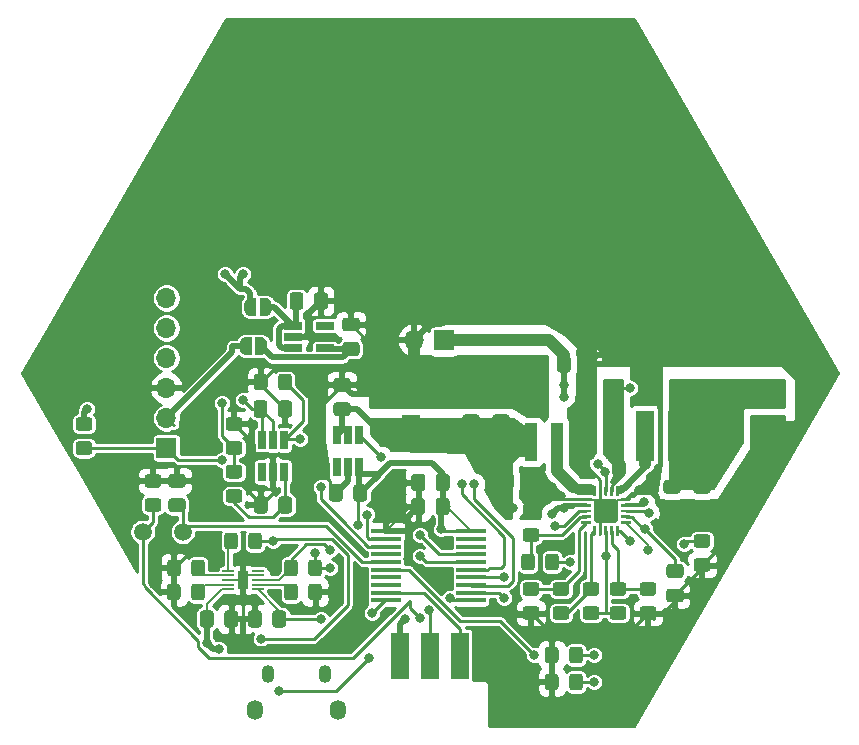
<source format=gbl>
G04 #@! TF.GenerationSoftware,KiCad,Pcbnew,(5.1.6)-1*
G04 #@! TF.CreationDate,2020-11-30T16:59:51+01:00*
G04 #@! TF.ProjectId,Power_module_v1,506f7765-725f-46d6-9f64-756c655f7631,rev?*
G04 #@! TF.SameCoordinates,Original*
G04 #@! TF.FileFunction,Copper,L2,Bot*
G04 #@! TF.FilePolarity,Positive*
%FSLAX46Y46*%
G04 Gerber Fmt 4.6, Leading zero omitted, Abs format (unit mm)*
G04 Created by KiCad (PCBNEW (5.1.6)-1) date 2020-11-30 16:59:51*
%MOMM*%
%LPD*%
G01*
G04 APERTURE LIST*
G04 #@! TA.AperFunction,ComponentPad*
%ADD10R,1.700000X1.700000*%
G04 #@! TD*
G04 #@! TA.AperFunction,ComponentPad*
%ADD11O,1.700000X1.700000*%
G04 #@! TD*
G04 #@! TA.AperFunction,SMDPad,CuDef*
%ADD12R,1.000000X0.200000*%
G04 #@! TD*
G04 #@! TA.AperFunction,SMDPad,CuDef*
%ADD13R,0.900000X1.500000*%
G04 #@! TD*
G04 #@! TA.AperFunction,ComponentPad*
%ADD14O,1.350000X1.700000*%
G04 #@! TD*
G04 #@! TA.AperFunction,ComponentPad*
%ADD15O,1.100000X1.500000*%
G04 #@! TD*
G04 #@! TA.AperFunction,SMDPad,CuDef*
%ADD16C,0.150000*%
G04 #@! TD*
G04 #@! TA.AperFunction,SMDPad,CuDef*
%ADD17R,1.600000X4.300000*%
G04 #@! TD*
G04 #@! TA.AperFunction,SMDPad,CuDef*
%ADD18R,1.000000X3.200000*%
G04 #@! TD*
G04 #@! TA.AperFunction,SMDPad,CuDef*
%ADD19R,0.650000X1.560000*%
G04 #@! TD*
G04 #@! TA.AperFunction,SMDPad,CuDef*
%ADD20R,1.560000X0.650000*%
G04 #@! TD*
G04 #@! TA.AperFunction,SMDPad,CuDef*
%ADD21R,2.500000X0.450000*%
G04 #@! TD*
G04 #@! TA.AperFunction,SMDPad,CuDef*
%ADD22R,1.524000X4.000000*%
G04 #@! TD*
G04 #@! TA.AperFunction,ComponentPad*
%ADD23R,1.600000X1.600000*%
G04 #@! TD*
G04 #@! TA.AperFunction,ComponentPad*
%ADD24C,1.600000*%
G04 #@! TD*
G04 #@! TA.AperFunction,ComponentPad*
%ADD25C,1.500000*%
G04 #@! TD*
G04 #@! TA.AperFunction,ViaPad*
%ADD26C,0.400000*%
G04 #@! TD*
G04 #@! TA.AperFunction,ViaPad*
%ADD27C,0.800000*%
G04 #@! TD*
G04 #@! TA.AperFunction,Conductor*
%ADD28C,0.254000*%
G04 #@! TD*
G04 #@! TA.AperFunction,Conductor*
%ADD29C,0.200000*%
G04 #@! TD*
G04 #@! TA.AperFunction,Conductor*
%ADD30C,0.250000*%
G04 #@! TD*
G04 #@! TA.AperFunction,Conductor*
%ADD31C,0.500000*%
G04 #@! TD*
G04 #@! TA.AperFunction,Conductor*
%ADD32C,1.000000*%
G04 #@! TD*
G04 #@! TA.AperFunction,Conductor*
%ADD33C,0.300000*%
G04 #@! TD*
G04 APERTURE END LIST*
G04 #@! TA.AperFunction,SMDPad,CuDef*
G36*
G01*
X107139000Y-92652001D02*
X107139000Y-91751999D01*
G75*
G02*
X107388999Y-91502000I249999J0D01*
G01*
X108039001Y-91502000D01*
G75*
G02*
X108289000Y-91751999I0J-249999D01*
G01*
X108289000Y-92652001D01*
G75*
G02*
X108039001Y-92902000I-249999J0D01*
G01*
X107388999Y-92902000D01*
G75*
G02*
X107139000Y-92652001I0J249999D01*
G01*
G37*
G04 #@! TD.AperFunction*
G04 #@! TA.AperFunction,SMDPad,CuDef*
G36*
G01*
X105089000Y-92652001D02*
X105089000Y-91751999D01*
G75*
G02*
X105338999Y-91502000I249999J0D01*
G01*
X105989001Y-91502000D01*
G75*
G02*
X106239000Y-91751999I0J-249999D01*
G01*
X106239000Y-92652001D01*
G75*
G02*
X105989001Y-92902000I-249999J0D01*
G01*
X105338999Y-92902000D01*
G75*
G02*
X105089000Y-92652001I0J249999D01*
G01*
G37*
G04 #@! TD.AperFunction*
G04 #@! TA.AperFunction,SMDPad,CuDef*
G36*
G01*
X112219000Y-94938001D02*
X112219000Y-94037999D01*
G75*
G02*
X112468999Y-93788000I249999J0D01*
G01*
X113119001Y-93788000D01*
G75*
G02*
X113369000Y-94037999I0J-249999D01*
G01*
X113369000Y-94938001D01*
G75*
G02*
X113119001Y-95188000I-249999J0D01*
G01*
X112468999Y-95188000D01*
G75*
G02*
X112219000Y-94938001I0J249999D01*
G01*
G37*
G04 #@! TD.AperFunction*
G04 #@! TA.AperFunction,SMDPad,CuDef*
G36*
G01*
X110169000Y-94938001D02*
X110169000Y-94037999D01*
G75*
G02*
X110418999Y-93788000I249999J0D01*
G01*
X111069001Y-93788000D01*
G75*
G02*
X111319000Y-94037999I0J-249999D01*
G01*
X111319000Y-94938001D01*
G75*
G02*
X111069001Y-95188000I-249999J0D01*
G01*
X110418999Y-95188000D01*
G75*
G02*
X110169000Y-94938001I0J249999D01*
G01*
G37*
G04 #@! TD.AperFunction*
D10*
X150876000Y-80010000D03*
D11*
X150876000Y-82550000D03*
G04 #@! TA.AperFunction,SMDPad,CuDef*
G36*
G01*
X136456000Y-81567000D02*
X136456000Y-82517000D01*
G75*
G02*
X136206000Y-82767000I-250000J0D01*
G01*
X135531000Y-82767000D01*
G75*
G02*
X135281000Y-82517000I0J250000D01*
G01*
X135281000Y-81567000D01*
G75*
G02*
X135531000Y-81317000I250000J0D01*
G01*
X136206000Y-81317000D01*
G75*
G02*
X136456000Y-81567000I0J-250000D01*
G01*
G37*
G04 #@! TD.AperFunction*
G04 #@! TA.AperFunction,SMDPad,CuDef*
G36*
G01*
X138531000Y-81567000D02*
X138531000Y-82517000D01*
G75*
G02*
X138281000Y-82767000I-250000J0D01*
G01*
X137606000Y-82767000D01*
G75*
G02*
X137356000Y-82517000I0J250000D01*
G01*
X137356000Y-81567000D01*
G75*
G02*
X137606000Y-81317000I250000J0D01*
G01*
X138281000Y-81317000D01*
G75*
G02*
X138531000Y-81567000I0J-250000D01*
G01*
G37*
G04 #@! TD.AperFunction*
G04 #@! TA.AperFunction,SMDPad,CuDef*
G36*
G01*
X142781000Y-96229500D02*
X143731000Y-96229500D01*
G75*
G02*
X143981000Y-96479500I0J-250000D01*
G01*
X143981000Y-97154500D01*
G75*
G02*
X143731000Y-97404500I-250000J0D01*
G01*
X142781000Y-97404500D01*
G75*
G02*
X142531000Y-97154500I0J250000D01*
G01*
X142531000Y-96479500D01*
G75*
G02*
X142781000Y-96229500I250000J0D01*
G01*
G37*
G04 #@! TD.AperFunction*
G04 #@! TA.AperFunction,SMDPad,CuDef*
G36*
G01*
X142781000Y-94154500D02*
X143731000Y-94154500D01*
G75*
G02*
X143981000Y-94404500I0J-250000D01*
G01*
X143981000Y-95079500D01*
G75*
G02*
X143731000Y-95329500I-250000J0D01*
G01*
X142781000Y-95329500D01*
G75*
G02*
X142531000Y-95079500I0J250000D01*
G01*
X142531000Y-94404500D01*
G75*
G02*
X142781000Y-94154500I250000J0D01*
G01*
G37*
G04 #@! TD.AperFunction*
G04 #@! TA.AperFunction,SMDPad,CuDef*
G36*
G01*
X126459000Y-80576000D02*
X125509000Y-80576000D01*
G75*
G02*
X125259000Y-80326000I0J250000D01*
G01*
X125259000Y-79651000D01*
G75*
G02*
X125509000Y-79401000I250000J0D01*
G01*
X126459000Y-79401000D01*
G75*
G02*
X126709000Y-79651000I0J-250000D01*
G01*
X126709000Y-80326000D01*
G75*
G02*
X126459000Y-80576000I-250000J0D01*
G01*
G37*
G04 #@! TD.AperFunction*
G04 #@! TA.AperFunction,SMDPad,CuDef*
G36*
G01*
X126459000Y-82651000D02*
X125509000Y-82651000D01*
G75*
G02*
X125259000Y-82401000I0J250000D01*
G01*
X125259000Y-81726000D01*
G75*
G02*
X125509000Y-81476000I250000J0D01*
G01*
X126459000Y-81476000D01*
G75*
G02*
X126709000Y-81726000I0J-250000D01*
G01*
X126709000Y-82401000D01*
G75*
G02*
X126459000Y-82651000I-250000J0D01*
G01*
G37*
G04 #@! TD.AperFunction*
G04 #@! TA.AperFunction,SMDPad,CuDef*
G36*
G01*
X142527000Y-89096000D02*
X143477000Y-89096000D01*
G75*
G02*
X143727000Y-89346000I0J-250000D01*
G01*
X143727000Y-90021000D01*
G75*
G02*
X143477000Y-90271000I-250000J0D01*
G01*
X142527000Y-90271000D01*
G75*
G02*
X142277000Y-90021000I0J250000D01*
G01*
X142277000Y-89346000D01*
G75*
G02*
X142527000Y-89096000I250000J0D01*
G01*
G37*
G04 #@! TD.AperFunction*
G04 #@! TA.AperFunction,SMDPad,CuDef*
G36*
G01*
X142527000Y-87021000D02*
X143477000Y-87021000D01*
G75*
G02*
X143727000Y-87271000I0J-250000D01*
G01*
X143727000Y-87946000D01*
G75*
G02*
X143477000Y-88196000I-250000J0D01*
G01*
X142527000Y-88196000D01*
G75*
G02*
X142277000Y-87946000I0J250000D01*
G01*
X142277000Y-87271000D01*
G75*
G02*
X142527000Y-87021000I250000J0D01*
G01*
G37*
G04 #@! TD.AperFunction*
G04 #@! TA.AperFunction,SMDPad,CuDef*
G36*
G01*
X136456000Y-84107000D02*
X136456000Y-85057000D01*
G75*
G02*
X136206000Y-85307000I-250000J0D01*
G01*
X135531000Y-85307000D01*
G75*
G02*
X135281000Y-85057000I0J250000D01*
G01*
X135281000Y-84107000D01*
G75*
G02*
X135531000Y-83857000I250000J0D01*
G01*
X136206000Y-83857000D01*
G75*
G02*
X136456000Y-84107000I0J-250000D01*
G01*
G37*
G04 #@! TD.AperFunction*
G04 #@! TA.AperFunction,SMDPad,CuDef*
G36*
G01*
X138531000Y-84107000D02*
X138531000Y-85057000D01*
G75*
G02*
X138281000Y-85307000I-250000J0D01*
G01*
X137606000Y-85307000D01*
G75*
G02*
X137356000Y-85057000I0J250000D01*
G01*
X137356000Y-84107000D01*
G75*
G02*
X137606000Y-83857000I250000J0D01*
G01*
X138281000Y-83857000D01*
G75*
G02*
X138531000Y-84107000I0J-250000D01*
G01*
G37*
G04 #@! TD.AperFunction*
G04 #@! TA.AperFunction,SMDPad,CuDef*
G36*
G01*
X122996000Y-89756000D02*
X122996000Y-88806000D01*
G75*
G02*
X123246000Y-88556000I250000J0D01*
G01*
X123921000Y-88556000D01*
G75*
G02*
X124171000Y-88806000I0J-250000D01*
G01*
X124171000Y-89756000D01*
G75*
G02*
X123921000Y-90006000I-250000J0D01*
G01*
X123246000Y-90006000D01*
G75*
G02*
X122996000Y-89756000I0J250000D01*
G01*
G37*
G04 #@! TD.AperFunction*
G04 #@! TA.AperFunction,SMDPad,CuDef*
G36*
G01*
X120921000Y-89756000D02*
X120921000Y-88806000D01*
G75*
G02*
X121171000Y-88556000I250000J0D01*
G01*
X121846000Y-88556000D01*
G75*
G02*
X122096000Y-88806000I0J-250000D01*
G01*
X122096000Y-89756000D01*
G75*
G02*
X121846000Y-90006000I-250000J0D01*
G01*
X121171000Y-90006000D01*
G75*
G02*
X120921000Y-89756000I0J250000D01*
G01*
G37*
G04 #@! TD.AperFunction*
G04 #@! TA.AperFunction,SMDPad,CuDef*
G36*
G01*
X123005000Y-87724000D02*
X123005000Y-86774000D01*
G75*
G02*
X123255000Y-86524000I250000J0D01*
G01*
X123930000Y-86524000D01*
G75*
G02*
X124180000Y-86774000I0J-250000D01*
G01*
X124180000Y-87724000D01*
G75*
G02*
X123930000Y-87974000I-250000J0D01*
G01*
X123255000Y-87974000D01*
G75*
G02*
X123005000Y-87724000I0J250000D01*
G01*
G37*
G04 #@! TD.AperFunction*
G04 #@! TA.AperFunction,SMDPad,CuDef*
G36*
G01*
X120930000Y-87724000D02*
X120930000Y-86774000D01*
G75*
G02*
X121180000Y-86524000I250000J0D01*
G01*
X121855000Y-86524000D01*
G75*
G02*
X122105000Y-86774000I0J-250000D01*
G01*
X122105000Y-87724000D01*
G75*
G02*
X121855000Y-87974000I-250000J0D01*
G01*
X121180000Y-87974000D01*
G75*
G02*
X120930000Y-87724000I0J250000D01*
G01*
G37*
G04 #@! TD.AperFunction*
G04 #@! TA.AperFunction,SMDPad,CuDef*
G36*
G01*
X109648500Y-81501000D02*
X109648500Y-80551000D01*
G75*
G02*
X109898500Y-80301000I250000J0D01*
G01*
X110573500Y-80301000D01*
G75*
G02*
X110823500Y-80551000I0J-250000D01*
G01*
X110823500Y-81501000D01*
G75*
G02*
X110573500Y-81751000I-250000J0D01*
G01*
X109898500Y-81751000D01*
G75*
G02*
X109648500Y-81501000I0J250000D01*
G01*
G37*
G04 #@! TD.AperFunction*
G04 #@! TA.AperFunction,SMDPad,CuDef*
G36*
G01*
X107573500Y-81501000D02*
X107573500Y-80551000D01*
G75*
G02*
X107823500Y-80301000I250000J0D01*
G01*
X108498500Y-80301000D01*
G75*
G02*
X108748500Y-80551000I0J-250000D01*
G01*
X108748500Y-81501000D01*
G75*
G02*
X108498500Y-81751000I-250000J0D01*
G01*
X107823500Y-81751000D01*
G75*
G02*
X107573500Y-81501000I0J250000D01*
G01*
G37*
G04 #@! TD.AperFunction*
G04 #@! TA.AperFunction,SMDPad,CuDef*
G36*
G01*
X115537000Y-79560000D02*
X114587000Y-79560000D01*
G75*
G02*
X114337000Y-79310000I0J250000D01*
G01*
X114337000Y-78635000D01*
G75*
G02*
X114587000Y-78385000I250000J0D01*
G01*
X115537000Y-78385000D01*
G75*
G02*
X115787000Y-78635000I0J-250000D01*
G01*
X115787000Y-79310000D01*
G75*
G02*
X115537000Y-79560000I-250000J0D01*
G01*
G37*
G04 #@! TD.AperFunction*
G04 #@! TA.AperFunction,SMDPad,CuDef*
G36*
G01*
X115537000Y-81635000D02*
X114587000Y-81635000D01*
G75*
G02*
X114337000Y-81385000I0J250000D01*
G01*
X114337000Y-80710000D01*
G75*
G02*
X114587000Y-80460000I250000J0D01*
G01*
X115537000Y-80460000D01*
G75*
G02*
X115787000Y-80710000I0J-250000D01*
G01*
X115787000Y-81385000D01*
G75*
G02*
X115537000Y-81635000I-250000J0D01*
G01*
G37*
G04 #@! TD.AperFunction*
G04 #@! TA.AperFunction,SMDPad,CuDef*
G36*
G01*
X108770000Y-88679000D02*
X108770000Y-89629000D01*
G75*
G02*
X108520000Y-89879000I-250000J0D01*
G01*
X107845000Y-89879000D01*
G75*
G02*
X107595000Y-89629000I0J250000D01*
G01*
X107595000Y-88679000D01*
G75*
G02*
X107845000Y-88429000I250000J0D01*
G01*
X108520000Y-88429000D01*
G75*
G02*
X108770000Y-88679000I0J-250000D01*
G01*
G37*
G04 #@! TD.AperFunction*
G04 #@! TA.AperFunction,SMDPad,CuDef*
G36*
G01*
X110845000Y-88679000D02*
X110845000Y-89629000D01*
G75*
G02*
X110595000Y-89879000I-250000J0D01*
G01*
X109920000Y-89879000D01*
G75*
G02*
X109670000Y-89629000I0J250000D01*
G01*
X109670000Y-88679000D01*
G75*
G02*
X109920000Y-88429000I250000J0D01*
G01*
X110595000Y-88429000D01*
G75*
G02*
X110845000Y-88679000I0J-250000D01*
G01*
G37*
G04 #@! TD.AperFunction*
G04 #@! TA.AperFunction,SMDPad,CuDef*
G36*
G01*
X101567000Y-87688000D02*
X100617000Y-87688000D01*
G75*
G02*
X100367000Y-87438000I0J250000D01*
G01*
X100367000Y-86763000D01*
G75*
G02*
X100617000Y-86513000I250000J0D01*
G01*
X101567000Y-86513000D01*
G75*
G02*
X101817000Y-86763000I0J-250000D01*
G01*
X101817000Y-87438000D01*
G75*
G02*
X101567000Y-87688000I-250000J0D01*
G01*
G37*
G04 #@! TD.AperFunction*
G04 #@! TA.AperFunction,SMDPad,CuDef*
G36*
G01*
X101567000Y-89763000D02*
X100617000Y-89763000D01*
G75*
G02*
X100367000Y-89513000I0J250000D01*
G01*
X100367000Y-88838000D01*
G75*
G02*
X100617000Y-88588000I250000J0D01*
G01*
X101567000Y-88588000D01*
G75*
G02*
X101817000Y-88838000I0J-250000D01*
G01*
X101817000Y-89513000D01*
G75*
G02*
X101567000Y-89763000I-250000J0D01*
G01*
G37*
G04 #@! TD.AperFunction*
G04 #@! TA.AperFunction,SMDPad,CuDef*
G36*
G01*
X115120000Y-87663000D02*
X115120000Y-88613000D01*
G75*
G02*
X114870000Y-88863000I-250000J0D01*
G01*
X114195000Y-88863000D01*
G75*
G02*
X113945000Y-88613000I0J250000D01*
G01*
X113945000Y-87663000D01*
G75*
G02*
X114195000Y-87413000I250000J0D01*
G01*
X114870000Y-87413000D01*
G75*
G02*
X115120000Y-87663000I0J-250000D01*
G01*
G37*
G04 #@! TD.AperFunction*
G04 #@! TA.AperFunction,SMDPad,CuDef*
G36*
G01*
X117195000Y-87663000D02*
X117195000Y-88613000D01*
G75*
G02*
X116945000Y-88863000I-250000J0D01*
G01*
X116270000Y-88863000D01*
G75*
G02*
X116020000Y-88613000I0J250000D01*
G01*
X116020000Y-87663000D01*
G75*
G02*
X116270000Y-87413000I250000J0D01*
G01*
X116945000Y-87413000D01*
G75*
G02*
X117195000Y-87663000I0J-250000D01*
G01*
G37*
G04 #@! TD.AperFunction*
G04 #@! TA.AperFunction,SMDPad,CuDef*
G36*
G01*
X108262000Y-98331000D02*
X108262000Y-99281000D01*
G75*
G02*
X108012000Y-99531000I-250000J0D01*
G01*
X107337000Y-99531000D01*
G75*
G02*
X107087000Y-99281000I0J250000D01*
G01*
X107087000Y-98331000D01*
G75*
G02*
X107337000Y-98081000I250000J0D01*
G01*
X108012000Y-98081000D01*
G75*
G02*
X108262000Y-98331000I0J-250000D01*
G01*
G37*
G04 #@! TD.AperFunction*
G04 #@! TA.AperFunction,SMDPad,CuDef*
G36*
G01*
X110337000Y-98331000D02*
X110337000Y-99281000D01*
G75*
G02*
X110087000Y-99531000I-250000J0D01*
G01*
X109412000Y-99531000D01*
G75*
G02*
X109162000Y-99281000I0J250000D01*
G01*
X109162000Y-98331000D01*
G75*
G02*
X109412000Y-98081000I250000J0D01*
G01*
X110087000Y-98081000D01*
G75*
G02*
X110337000Y-98331000I0J-250000D01*
G01*
G37*
G04 #@! TD.AperFunction*
G04 #@! TA.AperFunction,SMDPad,CuDef*
G36*
G01*
X116299000Y-74458500D02*
X115349000Y-74458500D01*
G75*
G02*
X115099000Y-74208500I0J250000D01*
G01*
X115099000Y-73533500D01*
G75*
G02*
X115349000Y-73283500I250000J0D01*
G01*
X116299000Y-73283500D01*
G75*
G02*
X116549000Y-73533500I0J-250000D01*
G01*
X116549000Y-74208500D01*
G75*
G02*
X116299000Y-74458500I-250000J0D01*
G01*
G37*
G04 #@! TD.AperFunction*
G04 #@! TA.AperFunction,SMDPad,CuDef*
G36*
G01*
X116299000Y-76533500D02*
X115349000Y-76533500D01*
G75*
G02*
X115099000Y-76283500I0J250000D01*
G01*
X115099000Y-75608500D01*
G75*
G02*
X115349000Y-75358500I250000J0D01*
G01*
X116299000Y-75358500D01*
G75*
G02*
X116549000Y-75608500I0J-250000D01*
G01*
X116549000Y-76283500D01*
G75*
G02*
X116299000Y-76533500I-250000J0D01*
G01*
G37*
G04 #@! TD.AperFunction*
G04 #@! TA.AperFunction,SMDPad,CuDef*
G36*
G01*
X112696500Y-72357000D02*
X112696500Y-71407000D01*
G75*
G02*
X112946500Y-71157000I250000J0D01*
G01*
X113621500Y-71157000D01*
G75*
G02*
X113871500Y-71407000I0J-250000D01*
G01*
X113871500Y-72357000D01*
G75*
G02*
X113621500Y-72607000I-250000J0D01*
G01*
X112946500Y-72607000D01*
G75*
G02*
X112696500Y-72357000I0J250000D01*
G01*
G37*
G04 #@! TD.AperFunction*
G04 #@! TA.AperFunction,SMDPad,CuDef*
G36*
G01*
X110621500Y-72357000D02*
X110621500Y-71407000D01*
G75*
G02*
X110871500Y-71157000I250000J0D01*
G01*
X111546500Y-71157000D01*
G75*
G02*
X111796500Y-71407000I0J-250000D01*
G01*
X111796500Y-72357000D01*
G75*
G02*
X111546500Y-72607000I-250000J0D01*
G01*
X110871500Y-72607000D01*
G75*
G02*
X110621500Y-72357000I0J250000D01*
G01*
G37*
G04 #@! TD.AperFunction*
G04 #@! TA.AperFunction,SMDPad,CuDef*
G36*
G01*
X105098000Y-99281000D02*
X105098000Y-98331000D01*
G75*
G02*
X105348000Y-98081000I250000J0D01*
G01*
X106023000Y-98081000D01*
G75*
G02*
X106273000Y-98331000I0J-250000D01*
G01*
X106273000Y-99281000D01*
G75*
G02*
X106023000Y-99531000I-250000J0D01*
G01*
X105348000Y-99531000D01*
G75*
G02*
X105098000Y-99281000I0J250000D01*
G01*
G37*
G04 #@! TD.AperFunction*
G04 #@! TA.AperFunction,SMDPad,CuDef*
G36*
G01*
X103023000Y-99281000D02*
X103023000Y-98331000D01*
G75*
G02*
X103273000Y-98081000I250000J0D01*
G01*
X103948000Y-98081000D01*
G75*
G02*
X104198000Y-98331000I0J-250000D01*
G01*
X104198000Y-99281000D01*
G75*
G02*
X103948000Y-99531000I-250000J0D01*
G01*
X103273000Y-99531000D01*
G75*
G02*
X103023000Y-99281000I0J250000D01*
G01*
G37*
G04 #@! TD.AperFunction*
G04 #@! TA.AperFunction,SMDPad,CuDef*
G36*
G01*
X128423000Y-87597000D02*
X128423000Y-86647000D01*
G75*
G02*
X128673000Y-86397000I250000J0D01*
G01*
X129348000Y-86397000D01*
G75*
G02*
X129598000Y-86647000I0J-250000D01*
G01*
X129598000Y-87597000D01*
G75*
G02*
X129348000Y-87847000I-250000J0D01*
G01*
X128673000Y-87847000D01*
G75*
G02*
X128423000Y-87597000I0J250000D01*
G01*
G37*
G04 #@! TD.AperFunction*
G04 #@! TA.AperFunction,SMDPad,CuDef*
G36*
G01*
X130498000Y-87597000D02*
X130498000Y-86647000D01*
G75*
G02*
X130748000Y-86397000I250000J0D01*
G01*
X131423000Y-86397000D01*
G75*
G02*
X131673000Y-86647000I0J-250000D01*
G01*
X131673000Y-87597000D01*
G75*
G02*
X131423000Y-87847000I-250000J0D01*
G01*
X130748000Y-87847000D01*
G75*
G02*
X130498000Y-87597000I0J250000D01*
G01*
G37*
G04 #@! TD.AperFunction*
G04 #@! TA.AperFunction,SMDPad,CuDef*
G36*
G01*
X145067000Y-87021000D02*
X146017000Y-87021000D01*
G75*
G02*
X146267000Y-87271000I0J-250000D01*
G01*
X146267000Y-87946000D01*
G75*
G02*
X146017000Y-88196000I-250000J0D01*
G01*
X145067000Y-88196000D01*
G75*
G02*
X144817000Y-87946000I0J250000D01*
G01*
X144817000Y-87271000D01*
G75*
G02*
X145067000Y-87021000I250000J0D01*
G01*
G37*
G04 #@! TD.AperFunction*
G04 #@! TA.AperFunction,SMDPad,CuDef*
G36*
G01*
X145067000Y-89096000D02*
X146017000Y-89096000D01*
G75*
G02*
X146267000Y-89346000I0J-250000D01*
G01*
X146267000Y-90021000D01*
G75*
G02*
X146017000Y-90271000I-250000J0D01*
G01*
X145067000Y-90271000D01*
G75*
G02*
X144817000Y-90021000I0J250000D01*
G01*
X144817000Y-89346000D01*
G75*
G02*
X145067000Y-89096000I250000J0D01*
G01*
G37*
G04 #@! TD.AperFunction*
G04 #@! TA.AperFunction,SMDPad,CuDef*
G36*
G01*
X136456000Y-79027000D02*
X136456000Y-79977000D01*
G75*
G02*
X136206000Y-80227000I-250000J0D01*
G01*
X135531000Y-80227000D01*
G75*
G02*
X135281000Y-79977000I0J250000D01*
G01*
X135281000Y-79027000D01*
G75*
G02*
X135531000Y-78777000I250000J0D01*
G01*
X136206000Y-78777000D01*
G75*
G02*
X136456000Y-79027000I0J-250000D01*
G01*
G37*
G04 #@! TD.AperFunction*
G04 #@! TA.AperFunction,SMDPad,CuDef*
G36*
G01*
X138531000Y-79027000D02*
X138531000Y-79977000D01*
G75*
G02*
X138281000Y-80227000I-250000J0D01*
G01*
X137606000Y-80227000D01*
G75*
G02*
X137356000Y-79977000I0J250000D01*
G01*
X137356000Y-79027000D01*
G75*
G02*
X137606000Y-78777000I250000J0D01*
G01*
X138281000Y-78777000D01*
G75*
G02*
X138531000Y-79027000I0J-250000D01*
G01*
G37*
G04 #@! TD.AperFunction*
G04 #@! TA.AperFunction,SMDPad,CuDef*
G36*
G01*
X135324000Y-77691000D02*
X135324000Y-76741000D01*
G75*
G02*
X135574000Y-76491000I250000J0D01*
G01*
X136249000Y-76491000D01*
G75*
G02*
X136499000Y-76741000I0J-250000D01*
G01*
X136499000Y-77691000D01*
G75*
G02*
X136249000Y-77941000I-250000J0D01*
G01*
X135574000Y-77941000D01*
G75*
G02*
X135324000Y-77691000I0J250000D01*
G01*
G37*
G04 #@! TD.AperFunction*
G04 #@! TA.AperFunction,SMDPad,CuDef*
G36*
G01*
X133249000Y-77691000D02*
X133249000Y-76741000D01*
G75*
G02*
X133499000Y-76491000I250000J0D01*
G01*
X134174000Y-76491000D01*
G75*
G02*
X134424000Y-76741000I0J-250000D01*
G01*
X134424000Y-77691000D01*
G75*
G02*
X134174000Y-77941000I-250000J0D01*
G01*
X133499000Y-77941000D01*
G75*
G02*
X133249000Y-77691000I0J250000D01*
G01*
G37*
G04 #@! TD.AperFunction*
G04 #@! TA.AperFunction,SMDPad,CuDef*
G36*
G01*
X128999000Y-80576000D02*
X128049000Y-80576000D01*
G75*
G02*
X127799000Y-80326000I0J250000D01*
G01*
X127799000Y-79651000D01*
G75*
G02*
X128049000Y-79401000I250000J0D01*
G01*
X128999000Y-79401000D01*
G75*
G02*
X129249000Y-79651000I0J-250000D01*
G01*
X129249000Y-80326000D01*
G75*
G02*
X128999000Y-80576000I-250000J0D01*
G01*
G37*
G04 #@! TD.AperFunction*
G04 #@! TA.AperFunction,SMDPad,CuDef*
G36*
G01*
X128999000Y-82651000D02*
X128049000Y-82651000D01*
G75*
G02*
X127799000Y-82401000I0J250000D01*
G01*
X127799000Y-81726000D01*
G75*
G02*
X128049000Y-81476000I250000J0D01*
G01*
X128999000Y-81476000D01*
G75*
G02*
X129249000Y-81726000I0J-250000D01*
G01*
X129249000Y-82401000D01*
G75*
G02*
X128999000Y-82651000I-250000J0D01*
G01*
G37*
G04 #@! TD.AperFunction*
D12*
X105430000Y-96304000D03*
X105430000Y-95904000D03*
X105430000Y-95504000D03*
X105430000Y-95104000D03*
X105430000Y-94704000D03*
X107930000Y-94704000D03*
X107930000Y-95104000D03*
X107930000Y-95504000D03*
X107930000Y-95904000D03*
X107930000Y-96304000D03*
D13*
X106680000Y-95504000D03*
D14*
X114688900Y-106476740D03*
D15*
X108768900Y-103476740D03*
X113608900Y-103476740D03*
D14*
X107688900Y-106476740D03*
D11*
X121158000Y-75184000D03*
D10*
X123698000Y-75184000D03*
D11*
X100203000Y-71628000D03*
X100203000Y-74168000D03*
X100203000Y-76708000D03*
X100203000Y-79248000D03*
X100203000Y-81788000D03*
D10*
X100203000Y-84328000D03*
G04 #@! TA.AperFunction,SMDPad,CuDef*
D16*
G36*
X107800000Y-73140000D02*
G01*
X107300000Y-73140000D01*
X107300000Y-73139398D01*
X107275466Y-73139398D01*
X107226635Y-73134588D01*
X107178510Y-73125016D01*
X107131555Y-73110772D01*
X107086222Y-73091995D01*
X107042949Y-73068864D01*
X107002150Y-73041604D01*
X106964221Y-73010476D01*
X106929524Y-72975779D01*
X106898396Y-72937850D01*
X106871136Y-72897051D01*
X106848005Y-72853778D01*
X106829228Y-72808445D01*
X106814984Y-72761490D01*
X106805412Y-72713365D01*
X106800602Y-72664534D01*
X106800602Y-72640000D01*
X106800000Y-72640000D01*
X106800000Y-72140000D01*
X106800602Y-72140000D01*
X106800602Y-72115466D01*
X106805412Y-72066635D01*
X106814984Y-72018510D01*
X106829228Y-71971555D01*
X106848005Y-71926222D01*
X106871136Y-71882949D01*
X106898396Y-71842150D01*
X106929524Y-71804221D01*
X106964221Y-71769524D01*
X107002150Y-71738396D01*
X107042949Y-71711136D01*
X107086222Y-71688005D01*
X107131555Y-71669228D01*
X107178510Y-71654984D01*
X107226635Y-71645412D01*
X107275466Y-71640602D01*
X107300000Y-71640602D01*
X107300000Y-71640000D01*
X107800000Y-71640000D01*
X107800000Y-73140000D01*
G37*
G04 #@! TD.AperFunction*
G04 #@! TA.AperFunction,SMDPad,CuDef*
G36*
X108600000Y-71640602D02*
G01*
X108624534Y-71640602D01*
X108673365Y-71645412D01*
X108721490Y-71654984D01*
X108768445Y-71669228D01*
X108813778Y-71688005D01*
X108857051Y-71711136D01*
X108897850Y-71738396D01*
X108935779Y-71769524D01*
X108970476Y-71804221D01*
X109001604Y-71842150D01*
X109028864Y-71882949D01*
X109051995Y-71926222D01*
X109070772Y-71971555D01*
X109085016Y-72018510D01*
X109094588Y-72066635D01*
X109099398Y-72115466D01*
X109099398Y-72140000D01*
X109100000Y-72140000D01*
X109100000Y-72640000D01*
X109099398Y-72640000D01*
X109099398Y-72664534D01*
X109094588Y-72713365D01*
X109085016Y-72761490D01*
X109070772Y-72808445D01*
X109051995Y-72853778D01*
X109028864Y-72897051D01*
X109001604Y-72937850D01*
X108970476Y-72975779D01*
X108935779Y-73010476D01*
X108897850Y-73041604D01*
X108857051Y-73068864D01*
X108813778Y-73091995D01*
X108768445Y-73110772D01*
X108721490Y-73125016D01*
X108673365Y-73134588D01*
X108624534Y-73139398D01*
X108600000Y-73139398D01*
X108600000Y-73140000D01*
X108100000Y-73140000D01*
X108100000Y-71640000D01*
X108600000Y-71640000D01*
X108600000Y-71640602D01*
G37*
G04 #@! TD.AperFunction*
G04 #@! TA.AperFunction,SMDPad,CuDef*
G36*
X108204000Y-74942602D02*
G01*
X108228534Y-74942602D01*
X108277365Y-74947412D01*
X108325490Y-74956984D01*
X108372445Y-74971228D01*
X108417778Y-74990005D01*
X108461051Y-75013136D01*
X108501850Y-75040396D01*
X108539779Y-75071524D01*
X108574476Y-75106221D01*
X108605604Y-75144150D01*
X108632864Y-75184949D01*
X108655995Y-75228222D01*
X108674772Y-75273555D01*
X108689016Y-75320510D01*
X108698588Y-75368635D01*
X108703398Y-75417466D01*
X108703398Y-75442000D01*
X108704000Y-75442000D01*
X108704000Y-75942000D01*
X108703398Y-75942000D01*
X108703398Y-75966534D01*
X108698588Y-76015365D01*
X108689016Y-76063490D01*
X108674772Y-76110445D01*
X108655995Y-76155778D01*
X108632864Y-76199051D01*
X108605604Y-76239850D01*
X108574476Y-76277779D01*
X108539779Y-76312476D01*
X108501850Y-76343604D01*
X108461051Y-76370864D01*
X108417778Y-76393995D01*
X108372445Y-76412772D01*
X108325490Y-76427016D01*
X108277365Y-76436588D01*
X108228534Y-76441398D01*
X108204000Y-76441398D01*
X108204000Y-76442000D01*
X107704000Y-76442000D01*
X107704000Y-74942000D01*
X108204000Y-74942000D01*
X108204000Y-74942602D01*
G37*
G04 #@! TD.AperFunction*
G04 #@! TA.AperFunction,SMDPad,CuDef*
G36*
X107404000Y-76442000D02*
G01*
X106904000Y-76442000D01*
X106904000Y-76441398D01*
X106879466Y-76441398D01*
X106830635Y-76436588D01*
X106782510Y-76427016D01*
X106735555Y-76412772D01*
X106690222Y-76393995D01*
X106646949Y-76370864D01*
X106606150Y-76343604D01*
X106568221Y-76312476D01*
X106533524Y-76277779D01*
X106502396Y-76239850D01*
X106475136Y-76199051D01*
X106452005Y-76155778D01*
X106433228Y-76110445D01*
X106418984Y-76063490D01*
X106409412Y-76015365D01*
X106404602Y-75966534D01*
X106404602Y-75942000D01*
X106404000Y-75942000D01*
X106404000Y-75442000D01*
X106404602Y-75442000D01*
X106404602Y-75417466D01*
X106409412Y-75368635D01*
X106418984Y-75320510D01*
X106433228Y-75273555D01*
X106452005Y-75228222D01*
X106475136Y-75184949D01*
X106502396Y-75144150D01*
X106533524Y-75106221D01*
X106568221Y-75071524D01*
X106606150Y-75040396D01*
X106646949Y-75013136D01*
X106690222Y-74990005D01*
X106735555Y-74971228D01*
X106782510Y-74956984D01*
X106830635Y-74947412D01*
X106879466Y-74942602D01*
X106904000Y-74942602D01*
X106904000Y-74942000D01*
X107404000Y-74942000D01*
X107404000Y-76442000D01*
G37*
G04 #@! TD.AperFunction*
D17*
X140716000Y-83312000D03*
X143416000Y-83312000D03*
D18*
X131064000Y-83820000D03*
X133264000Y-83820000D03*
G04 #@! TA.AperFunction,SMDPad,CuDef*
G36*
G01*
X145091999Y-91618000D02*
X145992001Y-91618000D01*
G75*
G02*
X146242000Y-91867999I0J-249999D01*
G01*
X146242000Y-92518001D01*
G75*
G02*
X145992001Y-92768000I-249999J0D01*
G01*
X145091999Y-92768000D01*
G75*
G02*
X144842000Y-92518001I0J249999D01*
G01*
X144842000Y-91867999D01*
G75*
G02*
X145091999Y-91618000I249999J0D01*
G01*
G37*
G04 #@! TD.AperFunction*
G04 #@! TA.AperFunction,SMDPad,CuDef*
G36*
G01*
X145091999Y-93668000D02*
X145992001Y-93668000D01*
G75*
G02*
X146242000Y-93917999I0J-249999D01*
G01*
X146242000Y-94568001D01*
G75*
G02*
X145992001Y-94818000I-249999J0D01*
G01*
X145091999Y-94818000D01*
G75*
G02*
X144842000Y-94568001I0J249999D01*
G01*
X144842000Y-93917999D01*
G75*
G02*
X145091999Y-93668000I249999J0D01*
G01*
G37*
G04 #@! TD.AperFunction*
G04 #@! TA.AperFunction,SMDPad,CuDef*
G36*
G01*
X101395000Y-96069999D02*
X101395000Y-96970001D01*
G75*
G02*
X101145001Y-97220000I-249999J0D01*
G01*
X100494999Y-97220000D01*
G75*
G02*
X100245000Y-96970001I0J249999D01*
G01*
X100245000Y-96069999D01*
G75*
G02*
X100494999Y-95820000I249999J0D01*
G01*
X101145001Y-95820000D01*
G75*
G02*
X101395000Y-96069999I0J-249999D01*
G01*
G37*
G04 #@! TD.AperFunction*
G04 #@! TA.AperFunction,SMDPad,CuDef*
G36*
G01*
X103445000Y-96069999D02*
X103445000Y-96970001D01*
G75*
G02*
X103195001Y-97220000I-249999J0D01*
G01*
X102544999Y-97220000D01*
G75*
G02*
X102295000Y-96970001I0J249999D01*
G01*
X102295000Y-96069999D01*
G75*
G02*
X102544999Y-95820000I249999J0D01*
G01*
X103195001Y-95820000D01*
G75*
G02*
X103445000Y-96069999I0J-249999D01*
G01*
G37*
G04 #@! TD.AperFunction*
G04 #@! TA.AperFunction,SMDPad,CuDef*
G36*
G01*
X103454000Y-94037999D02*
X103454000Y-94938001D01*
G75*
G02*
X103204001Y-95188000I-249999J0D01*
G01*
X102553999Y-95188000D01*
G75*
G02*
X102304000Y-94938001I0J249999D01*
G01*
X102304000Y-94037999D01*
G75*
G02*
X102553999Y-93788000I249999J0D01*
G01*
X103204001Y-93788000D01*
G75*
G02*
X103454000Y-94037999I0J-249999D01*
G01*
G37*
G04 #@! TD.AperFunction*
G04 #@! TA.AperFunction,SMDPad,CuDef*
G36*
G01*
X101404000Y-94037999D02*
X101404000Y-94938001D01*
G75*
G02*
X101154001Y-95188000I-249999J0D01*
G01*
X100503999Y-95188000D01*
G75*
G02*
X100254000Y-94938001I0J249999D01*
G01*
X100254000Y-94037999D01*
G75*
G02*
X100503999Y-93788000I249999J0D01*
G01*
X101154001Y-93788000D01*
G75*
G02*
X101404000Y-94037999I0J-249999D01*
G01*
G37*
G04 #@! TD.AperFunction*
G04 #@! TA.AperFunction,SMDPad,CuDef*
G36*
G01*
X110169000Y-96970001D02*
X110169000Y-96069999D01*
G75*
G02*
X110418999Y-95820000I249999J0D01*
G01*
X111069001Y-95820000D01*
G75*
G02*
X111319000Y-96069999I0J-249999D01*
G01*
X111319000Y-96970001D01*
G75*
G02*
X111069001Y-97220000I-249999J0D01*
G01*
X110418999Y-97220000D01*
G75*
G02*
X110169000Y-96970001I0J249999D01*
G01*
G37*
G04 #@! TD.AperFunction*
G04 #@! TA.AperFunction,SMDPad,CuDef*
G36*
G01*
X112219000Y-96970001D02*
X112219000Y-96069999D01*
G75*
G02*
X112468999Y-95820000I249999J0D01*
G01*
X113119001Y-95820000D01*
G75*
G02*
X113369000Y-96069999I0J-249999D01*
G01*
X113369000Y-96970001D01*
G75*
G02*
X113119001Y-97220000I-249999J0D01*
G01*
X112468999Y-97220000D01*
G75*
G02*
X112219000Y-96970001I0J249999D01*
G01*
G37*
G04 #@! TD.AperFunction*
G04 #@! TA.AperFunction,SMDPad,CuDef*
G36*
G01*
X99510001Y-89738000D02*
X98609999Y-89738000D01*
G75*
G02*
X98360000Y-89488001I0J249999D01*
G01*
X98360000Y-88837999D01*
G75*
G02*
X98609999Y-88588000I249999J0D01*
G01*
X99510001Y-88588000D01*
G75*
G02*
X99760000Y-88837999I0J-249999D01*
G01*
X99760000Y-89488001D01*
G75*
G02*
X99510001Y-89738000I-249999J0D01*
G01*
G37*
G04 #@! TD.AperFunction*
G04 #@! TA.AperFunction,SMDPad,CuDef*
G36*
G01*
X99510001Y-87688000D02*
X98609999Y-87688000D01*
G75*
G02*
X98360000Y-87438001I0J249999D01*
G01*
X98360000Y-86787999D01*
G75*
G02*
X98609999Y-86538000I249999J0D01*
G01*
X99510001Y-86538000D01*
G75*
G02*
X99760000Y-86787999I0J-249999D01*
G01*
X99760000Y-87438001D01*
G75*
G02*
X99510001Y-87688000I-249999J0D01*
G01*
G37*
G04 #@! TD.AperFunction*
G04 #@! TA.AperFunction,SMDPad,CuDef*
G36*
G01*
X106368001Y-86917000D02*
X105467999Y-86917000D01*
G75*
G02*
X105218000Y-86667001I0J249999D01*
G01*
X105218000Y-86016999D01*
G75*
G02*
X105467999Y-85767000I249999J0D01*
G01*
X106368001Y-85767000D01*
G75*
G02*
X106618000Y-86016999I0J-249999D01*
G01*
X106618000Y-86667001D01*
G75*
G02*
X106368001Y-86917000I-249999J0D01*
G01*
G37*
G04 #@! TD.AperFunction*
G04 #@! TA.AperFunction,SMDPad,CuDef*
G36*
G01*
X106368001Y-88967000D02*
X105467999Y-88967000D01*
G75*
G02*
X105218000Y-88717001I0J249999D01*
G01*
X105218000Y-88066999D01*
G75*
G02*
X105467999Y-87817000I249999J0D01*
G01*
X106368001Y-87817000D01*
G75*
G02*
X106618000Y-88066999I0J-249999D01*
G01*
X106618000Y-88717001D01*
G75*
G02*
X106368001Y-88967000I-249999J0D01*
G01*
G37*
G04 #@! TD.AperFunction*
G04 #@! TA.AperFunction,SMDPad,CuDef*
G36*
G01*
X106368001Y-84912000D02*
X105467999Y-84912000D01*
G75*
G02*
X105218000Y-84662001I0J249999D01*
G01*
X105218000Y-84011999D01*
G75*
G02*
X105467999Y-83762000I249999J0D01*
G01*
X106368001Y-83762000D01*
G75*
G02*
X106618000Y-84011999I0J-249999D01*
G01*
X106618000Y-84662001D01*
G75*
G02*
X106368001Y-84912000I-249999J0D01*
G01*
G37*
G04 #@! TD.AperFunction*
G04 #@! TA.AperFunction,SMDPad,CuDef*
G36*
G01*
X106368001Y-82862000D02*
X105467999Y-82862000D01*
G75*
G02*
X105218000Y-82612001I0J249999D01*
G01*
X105218000Y-81961999D01*
G75*
G02*
X105467999Y-81712000I249999J0D01*
G01*
X106368001Y-81712000D01*
G75*
G02*
X106618000Y-81961999I0J-249999D01*
G01*
X106618000Y-82612001D01*
G75*
G02*
X106368001Y-82862000I-249999J0D01*
G01*
G37*
G04 #@! TD.AperFunction*
G04 #@! TA.AperFunction,SMDPad,CuDef*
G36*
G01*
X92767999Y-83771000D02*
X93668001Y-83771000D01*
G75*
G02*
X93918000Y-84020999I0J-249999D01*
G01*
X93918000Y-84671001D01*
G75*
G02*
X93668001Y-84921000I-249999J0D01*
G01*
X92767999Y-84921000D01*
G75*
G02*
X92518000Y-84671001I0J249999D01*
G01*
X92518000Y-84020999D01*
G75*
G02*
X92767999Y-83771000I249999J0D01*
G01*
G37*
G04 #@! TD.AperFunction*
G04 #@! TA.AperFunction,SMDPad,CuDef*
G36*
G01*
X92767999Y-81721000D02*
X93668001Y-81721000D01*
G75*
G02*
X93918000Y-81970999I0J-249999D01*
G01*
X93918000Y-82621001D01*
G75*
G02*
X93668001Y-82871000I-249999J0D01*
G01*
X92767999Y-82871000D01*
G75*
G02*
X92518000Y-82621001I0J249999D01*
G01*
X92518000Y-81970999D01*
G75*
G02*
X92767999Y-81721000I249999J0D01*
G01*
G37*
G04 #@! TD.AperFunction*
G04 #@! TA.AperFunction,SMDPad,CuDef*
G36*
G01*
X133399000Y-103689999D02*
X133399000Y-104590001D01*
G75*
G02*
X133149001Y-104840000I-249999J0D01*
G01*
X132498999Y-104840000D01*
G75*
G02*
X132249000Y-104590001I0J249999D01*
G01*
X132249000Y-103689999D01*
G75*
G02*
X132498999Y-103440000I249999J0D01*
G01*
X133149001Y-103440000D01*
G75*
G02*
X133399000Y-103689999I0J-249999D01*
G01*
G37*
G04 #@! TD.AperFunction*
G04 #@! TA.AperFunction,SMDPad,CuDef*
G36*
G01*
X135449000Y-103689999D02*
X135449000Y-104590001D01*
G75*
G02*
X135199001Y-104840000I-249999J0D01*
G01*
X134548999Y-104840000D01*
G75*
G02*
X134299000Y-104590001I0J249999D01*
G01*
X134299000Y-103689999D01*
G75*
G02*
X134548999Y-103440000I249999J0D01*
G01*
X135199001Y-103440000D01*
G75*
G02*
X135449000Y-103689999I0J-249999D01*
G01*
G37*
G04 #@! TD.AperFunction*
G04 #@! TA.AperFunction,SMDPad,CuDef*
G36*
G01*
X135449000Y-101403999D02*
X135449000Y-102304001D01*
G75*
G02*
X135199001Y-102554000I-249999J0D01*
G01*
X134548999Y-102554000D01*
G75*
G02*
X134299000Y-102304001I0J249999D01*
G01*
X134299000Y-101403999D01*
G75*
G02*
X134548999Y-101154000I249999J0D01*
G01*
X135199001Y-101154000D01*
G75*
G02*
X135449000Y-101403999I0J-249999D01*
G01*
G37*
G04 #@! TD.AperFunction*
G04 #@! TA.AperFunction,SMDPad,CuDef*
G36*
G01*
X133399000Y-101403999D02*
X133399000Y-102304001D01*
G75*
G02*
X133149001Y-102554000I-249999J0D01*
G01*
X132498999Y-102554000D01*
G75*
G02*
X132249000Y-102304001I0J249999D01*
G01*
X132249000Y-101403999D01*
G75*
G02*
X132498999Y-101154000I249999J0D01*
G01*
X133149001Y-101154000D01*
G75*
G02*
X133399000Y-101403999I0J-249999D01*
G01*
G37*
G04 #@! TD.AperFunction*
G04 #@! TA.AperFunction,SMDPad,CuDef*
G36*
G01*
X136594001Y-96832000D02*
X135693999Y-96832000D01*
G75*
G02*
X135444000Y-96582001I0J249999D01*
G01*
X135444000Y-95931999D01*
G75*
G02*
X135693999Y-95682000I249999J0D01*
G01*
X136594001Y-95682000D01*
G75*
G02*
X136844000Y-95931999I0J-249999D01*
G01*
X136844000Y-96582001D01*
G75*
G02*
X136594001Y-96832000I-249999J0D01*
G01*
G37*
G04 #@! TD.AperFunction*
G04 #@! TA.AperFunction,SMDPad,CuDef*
G36*
G01*
X136594001Y-98882000D02*
X135693999Y-98882000D01*
G75*
G02*
X135444000Y-98632001I0J249999D01*
G01*
X135444000Y-97981999D01*
G75*
G02*
X135693999Y-97732000I249999J0D01*
G01*
X136594001Y-97732000D01*
G75*
G02*
X136844000Y-97981999I0J-249999D01*
G01*
X136844000Y-98632001D01*
G75*
G02*
X136594001Y-98882000I-249999J0D01*
G01*
G37*
G04 #@! TD.AperFunction*
G04 #@! TA.AperFunction,SMDPad,CuDef*
G36*
G01*
X134054001Y-98882000D02*
X133153999Y-98882000D01*
G75*
G02*
X132904000Y-98632001I0J249999D01*
G01*
X132904000Y-97981999D01*
G75*
G02*
X133153999Y-97732000I249999J0D01*
G01*
X134054001Y-97732000D01*
G75*
G02*
X134304000Y-97981999I0J-249999D01*
G01*
X134304000Y-98632001D01*
G75*
G02*
X134054001Y-98882000I-249999J0D01*
G01*
G37*
G04 #@! TD.AperFunction*
G04 #@! TA.AperFunction,SMDPad,CuDef*
G36*
G01*
X134054001Y-96832000D02*
X133153999Y-96832000D01*
G75*
G02*
X132904000Y-96582001I0J249999D01*
G01*
X132904000Y-95931999D01*
G75*
G02*
X133153999Y-95682000I249999J0D01*
G01*
X134054001Y-95682000D01*
G75*
G02*
X134304000Y-95931999I0J-249999D01*
G01*
X134304000Y-96582001D01*
G75*
G02*
X134054001Y-96832000I-249999J0D01*
G01*
G37*
G04 #@! TD.AperFunction*
G04 #@! TA.AperFunction,SMDPad,CuDef*
G36*
G01*
X130613999Y-97732000D02*
X131514001Y-97732000D01*
G75*
G02*
X131764000Y-97981999I0J-249999D01*
G01*
X131764000Y-98632001D01*
G75*
G02*
X131514001Y-98882000I-249999J0D01*
G01*
X130613999Y-98882000D01*
G75*
G02*
X130364000Y-98632001I0J249999D01*
G01*
X130364000Y-97981999D01*
G75*
G02*
X130613999Y-97732000I249999J0D01*
G01*
G37*
G04 #@! TD.AperFunction*
G04 #@! TA.AperFunction,SMDPad,CuDef*
G36*
G01*
X130613999Y-95682000D02*
X131514001Y-95682000D01*
G75*
G02*
X131764000Y-95931999I0J-249999D01*
G01*
X131764000Y-96582001D01*
G75*
G02*
X131514001Y-96832000I-249999J0D01*
G01*
X130613999Y-96832000D01*
G75*
G02*
X130364000Y-96582001I0J249999D01*
G01*
X130364000Y-95931999D01*
G75*
G02*
X130613999Y-95682000I249999J0D01*
G01*
G37*
G04 #@! TD.AperFunction*
G04 #@! TA.AperFunction,SMDPad,CuDef*
G36*
G01*
X133426000Y-93529999D02*
X133426000Y-94430001D01*
G75*
G02*
X133176001Y-94680000I-249999J0D01*
G01*
X132525999Y-94680000D01*
G75*
G02*
X132276000Y-94430001I0J249999D01*
G01*
X132276000Y-93529999D01*
G75*
G02*
X132525999Y-93280000I249999J0D01*
G01*
X133176001Y-93280000D01*
G75*
G02*
X133426000Y-93529999I0J-249999D01*
G01*
G37*
G04 #@! TD.AperFunction*
G04 #@! TA.AperFunction,SMDPad,CuDef*
G36*
G01*
X131376000Y-93529999D02*
X131376000Y-94430001D01*
G75*
G02*
X131126001Y-94680000I-249999J0D01*
G01*
X130475999Y-94680000D01*
G75*
G02*
X130226000Y-94430001I0J249999D01*
G01*
X130226000Y-93529999D01*
G75*
G02*
X130475999Y-93280000I249999J0D01*
G01*
X131126001Y-93280000D01*
G75*
G02*
X131376000Y-93529999I0J-249999D01*
G01*
G37*
G04 #@! TD.AperFunction*
G04 #@! TA.AperFunction,SMDPad,CuDef*
G36*
G01*
X131514001Y-90228000D02*
X130613999Y-90228000D01*
G75*
G02*
X130364000Y-89978001I0J249999D01*
G01*
X130364000Y-89327999D01*
G75*
G02*
X130613999Y-89078000I249999J0D01*
G01*
X131514001Y-89078000D01*
G75*
G02*
X131764000Y-89327999I0J-249999D01*
G01*
X131764000Y-89978001D01*
G75*
G02*
X131514001Y-90228000I-249999J0D01*
G01*
G37*
G04 #@! TD.AperFunction*
G04 #@! TA.AperFunction,SMDPad,CuDef*
G36*
G01*
X131514001Y-92278000D02*
X130613999Y-92278000D01*
G75*
G02*
X130364000Y-92028001I0J249999D01*
G01*
X130364000Y-91377999D01*
G75*
G02*
X130613999Y-91128000I249999J0D01*
G01*
X131514001Y-91128000D01*
G75*
G02*
X131764000Y-91377999I0J-249999D01*
G01*
X131764000Y-92028001D01*
G75*
G02*
X131514001Y-92278000I-249999J0D01*
G01*
G37*
G04 #@! TD.AperFunction*
G04 #@! TA.AperFunction,SMDPad,CuDef*
G36*
G01*
X138880001Y-96832000D02*
X137979999Y-96832000D01*
G75*
G02*
X137730000Y-96582001I0J249999D01*
G01*
X137730000Y-95931999D01*
G75*
G02*
X137979999Y-95682000I249999J0D01*
G01*
X138880001Y-95682000D01*
G75*
G02*
X139130000Y-95931999I0J-249999D01*
G01*
X139130000Y-96582001D01*
G75*
G02*
X138880001Y-96832000I-249999J0D01*
G01*
G37*
G04 #@! TD.AperFunction*
G04 #@! TA.AperFunction,SMDPad,CuDef*
G36*
G01*
X138880001Y-98882000D02*
X137979999Y-98882000D01*
G75*
G02*
X137730000Y-98632001I0J249999D01*
G01*
X137730000Y-97981999D01*
G75*
G02*
X137979999Y-97732000I249999J0D01*
G01*
X138880001Y-97732000D01*
G75*
G02*
X139130000Y-97981999I0J-249999D01*
G01*
X139130000Y-98632001D01*
G75*
G02*
X138880001Y-98882000I-249999J0D01*
G01*
G37*
G04 #@! TD.AperFunction*
G04 #@! TA.AperFunction,SMDPad,CuDef*
G36*
G01*
X140519999Y-95682000D02*
X141420001Y-95682000D01*
G75*
G02*
X141670000Y-95931999I0J-249999D01*
G01*
X141670000Y-96582001D01*
G75*
G02*
X141420001Y-96832000I-249999J0D01*
G01*
X140519999Y-96832000D01*
G75*
G02*
X140270000Y-96582001I0J249999D01*
G01*
X140270000Y-95931999D01*
G75*
G02*
X140519999Y-95682000I249999J0D01*
G01*
G37*
G04 #@! TD.AperFunction*
G04 #@! TA.AperFunction,SMDPad,CuDef*
G36*
G01*
X140519999Y-97732000D02*
X141420001Y-97732000D01*
G75*
G02*
X141670000Y-97981999I0J-249999D01*
G01*
X141670000Y-98632001D01*
G75*
G02*
X141420001Y-98882000I-249999J0D01*
G01*
X140519999Y-98882000D01*
G75*
G02*
X140270000Y-98632001I0J249999D01*
G01*
X140270000Y-97981999D01*
G75*
G02*
X140519999Y-97732000I249999J0D01*
G01*
G37*
G04 #@! TD.AperFunction*
D19*
X109220000Y-83660000D03*
X110170000Y-83660000D03*
X108270000Y-83660000D03*
X108270000Y-86360000D03*
X109220000Y-86360000D03*
X110170000Y-86360000D03*
G04 #@! TA.AperFunction,SMDPad,CuDef*
G36*
G01*
X138539000Y-87599500D02*
X138539000Y-88349500D01*
G75*
G02*
X138476500Y-88412000I-62500J0D01*
G01*
X138351500Y-88412000D01*
G75*
G02*
X138289000Y-88349500I0J62500D01*
G01*
X138289000Y-87599500D01*
G75*
G02*
X138351500Y-87537000I62500J0D01*
G01*
X138476500Y-87537000D01*
G75*
G02*
X138539000Y-87599500I0J-62500D01*
G01*
G37*
G04 #@! TD.AperFunction*
G04 #@! TA.AperFunction,SMDPad,CuDef*
G36*
G01*
X138039000Y-87599500D02*
X138039000Y-88349500D01*
G75*
G02*
X137976500Y-88412000I-62500J0D01*
G01*
X137851500Y-88412000D01*
G75*
G02*
X137789000Y-88349500I0J62500D01*
G01*
X137789000Y-87599500D01*
G75*
G02*
X137851500Y-87537000I62500J0D01*
G01*
X137976500Y-87537000D01*
G75*
G02*
X138039000Y-87599500I0J-62500D01*
G01*
G37*
G04 #@! TD.AperFunction*
G04 #@! TA.AperFunction,SMDPad,CuDef*
G36*
G01*
X137539000Y-87599500D02*
X137539000Y-88349500D01*
G75*
G02*
X137476500Y-88412000I-62500J0D01*
G01*
X137351500Y-88412000D01*
G75*
G02*
X137289000Y-88349500I0J62500D01*
G01*
X137289000Y-87599500D01*
G75*
G02*
X137351500Y-87537000I62500J0D01*
G01*
X137476500Y-87537000D01*
G75*
G02*
X137539000Y-87599500I0J-62500D01*
G01*
G37*
G04 #@! TD.AperFunction*
G04 #@! TA.AperFunction,SMDPad,CuDef*
G36*
G01*
X137039000Y-87599500D02*
X137039000Y-88349500D01*
G75*
G02*
X136976500Y-88412000I-62500J0D01*
G01*
X136851500Y-88412000D01*
G75*
G02*
X136789000Y-88349500I0J62500D01*
G01*
X136789000Y-87599500D01*
G75*
G02*
X136851500Y-87537000I62500J0D01*
G01*
X136976500Y-87537000D01*
G75*
G02*
X137039000Y-87599500I0J-62500D01*
G01*
G37*
G04 #@! TD.AperFunction*
G04 #@! TA.AperFunction,SMDPad,CuDef*
G36*
G01*
X136539000Y-87599500D02*
X136539000Y-88349500D01*
G75*
G02*
X136476500Y-88412000I-62500J0D01*
G01*
X136351500Y-88412000D01*
G75*
G02*
X136289000Y-88349500I0J62500D01*
G01*
X136289000Y-87599500D01*
G75*
G02*
X136351500Y-87537000I62500J0D01*
G01*
X136476500Y-87537000D01*
G75*
G02*
X136539000Y-87599500I0J-62500D01*
G01*
G37*
G04 #@! TD.AperFunction*
G04 #@! TA.AperFunction,SMDPad,CuDef*
G36*
G01*
X136164000Y-88599500D02*
X136164000Y-88724500D01*
G75*
G02*
X136101500Y-88787000I-62500J0D01*
G01*
X135351500Y-88787000D01*
G75*
G02*
X135289000Y-88724500I0J62500D01*
G01*
X135289000Y-88599500D01*
G75*
G02*
X135351500Y-88537000I62500J0D01*
G01*
X136101500Y-88537000D01*
G75*
G02*
X136164000Y-88599500I0J-62500D01*
G01*
G37*
G04 #@! TD.AperFunction*
G04 #@! TA.AperFunction,SMDPad,CuDef*
G36*
G01*
X136164000Y-89099500D02*
X136164000Y-89224500D01*
G75*
G02*
X136101500Y-89287000I-62500J0D01*
G01*
X135351500Y-89287000D01*
G75*
G02*
X135289000Y-89224500I0J62500D01*
G01*
X135289000Y-89099500D01*
G75*
G02*
X135351500Y-89037000I62500J0D01*
G01*
X136101500Y-89037000D01*
G75*
G02*
X136164000Y-89099500I0J-62500D01*
G01*
G37*
G04 #@! TD.AperFunction*
G04 #@! TA.AperFunction,SMDPad,CuDef*
G36*
G01*
X136164000Y-89599500D02*
X136164000Y-89724500D01*
G75*
G02*
X136101500Y-89787000I-62500J0D01*
G01*
X135351500Y-89787000D01*
G75*
G02*
X135289000Y-89724500I0J62500D01*
G01*
X135289000Y-89599500D01*
G75*
G02*
X135351500Y-89537000I62500J0D01*
G01*
X136101500Y-89537000D01*
G75*
G02*
X136164000Y-89599500I0J-62500D01*
G01*
G37*
G04 #@! TD.AperFunction*
G04 #@! TA.AperFunction,SMDPad,CuDef*
G36*
G01*
X136164000Y-90099500D02*
X136164000Y-90224500D01*
G75*
G02*
X136101500Y-90287000I-62500J0D01*
G01*
X135351500Y-90287000D01*
G75*
G02*
X135289000Y-90224500I0J62500D01*
G01*
X135289000Y-90099500D01*
G75*
G02*
X135351500Y-90037000I62500J0D01*
G01*
X136101500Y-90037000D01*
G75*
G02*
X136164000Y-90099500I0J-62500D01*
G01*
G37*
G04 #@! TD.AperFunction*
G04 #@! TA.AperFunction,SMDPad,CuDef*
G36*
G01*
X136164000Y-90599500D02*
X136164000Y-90724500D01*
G75*
G02*
X136101500Y-90787000I-62500J0D01*
G01*
X135351500Y-90787000D01*
G75*
G02*
X135289000Y-90724500I0J62500D01*
G01*
X135289000Y-90599500D01*
G75*
G02*
X135351500Y-90537000I62500J0D01*
G01*
X136101500Y-90537000D01*
G75*
G02*
X136164000Y-90599500I0J-62500D01*
G01*
G37*
G04 #@! TD.AperFunction*
G04 #@! TA.AperFunction,SMDPad,CuDef*
G36*
G01*
X136539000Y-90974500D02*
X136539000Y-91724500D01*
G75*
G02*
X136476500Y-91787000I-62500J0D01*
G01*
X136351500Y-91787000D01*
G75*
G02*
X136289000Y-91724500I0J62500D01*
G01*
X136289000Y-90974500D01*
G75*
G02*
X136351500Y-90912000I62500J0D01*
G01*
X136476500Y-90912000D01*
G75*
G02*
X136539000Y-90974500I0J-62500D01*
G01*
G37*
G04 #@! TD.AperFunction*
G04 #@! TA.AperFunction,SMDPad,CuDef*
G36*
G01*
X137039000Y-90974500D02*
X137039000Y-91724500D01*
G75*
G02*
X136976500Y-91787000I-62500J0D01*
G01*
X136851500Y-91787000D01*
G75*
G02*
X136789000Y-91724500I0J62500D01*
G01*
X136789000Y-90974500D01*
G75*
G02*
X136851500Y-90912000I62500J0D01*
G01*
X136976500Y-90912000D01*
G75*
G02*
X137039000Y-90974500I0J-62500D01*
G01*
G37*
G04 #@! TD.AperFunction*
G04 #@! TA.AperFunction,SMDPad,CuDef*
G36*
G01*
X137539000Y-90974500D02*
X137539000Y-91724500D01*
G75*
G02*
X137476500Y-91787000I-62500J0D01*
G01*
X137351500Y-91787000D01*
G75*
G02*
X137289000Y-91724500I0J62500D01*
G01*
X137289000Y-90974500D01*
G75*
G02*
X137351500Y-90912000I62500J0D01*
G01*
X137476500Y-90912000D01*
G75*
G02*
X137539000Y-90974500I0J-62500D01*
G01*
G37*
G04 #@! TD.AperFunction*
G04 #@! TA.AperFunction,SMDPad,CuDef*
G36*
G01*
X138039000Y-90974500D02*
X138039000Y-91724500D01*
G75*
G02*
X137976500Y-91787000I-62500J0D01*
G01*
X137851500Y-91787000D01*
G75*
G02*
X137789000Y-91724500I0J62500D01*
G01*
X137789000Y-90974500D01*
G75*
G02*
X137851500Y-90912000I62500J0D01*
G01*
X137976500Y-90912000D01*
G75*
G02*
X138039000Y-90974500I0J-62500D01*
G01*
G37*
G04 #@! TD.AperFunction*
G04 #@! TA.AperFunction,SMDPad,CuDef*
G36*
G01*
X138539000Y-90974500D02*
X138539000Y-91724500D01*
G75*
G02*
X138476500Y-91787000I-62500J0D01*
G01*
X138351500Y-91787000D01*
G75*
G02*
X138289000Y-91724500I0J62500D01*
G01*
X138289000Y-90974500D01*
G75*
G02*
X138351500Y-90912000I62500J0D01*
G01*
X138476500Y-90912000D01*
G75*
G02*
X138539000Y-90974500I0J-62500D01*
G01*
G37*
G04 #@! TD.AperFunction*
G04 #@! TA.AperFunction,SMDPad,CuDef*
G36*
G01*
X139539000Y-90599500D02*
X139539000Y-90724500D01*
G75*
G02*
X139476500Y-90787000I-62500J0D01*
G01*
X138726500Y-90787000D01*
G75*
G02*
X138664000Y-90724500I0J62500D01*
G01*
X138664000Y-90599500D01*
G75*
G02*
X138726500Y-90537000I62500J0D01*
G01*
X139476500Y-90537000D01*
G75*
G02*
X139539000Y-90599500I0J-62500D01*
G01*
G37*
G04 #@! TD.AperFunction*
G04 #@! TA.AperFunction,SMDPad,CuDef*
G36*
G01*
X139539000Y-90099500D02*
X139539000Y-90224500D01*
G75*
G02*
X139476500Y-90287000I-62500J0D01*
G01*
X138726500Y-90287000D01*
G75*
G02*
X138664000Y-90224500I0J62500D01*
G01*
X138664000Y-90099500D01*
G75*
G02*
X138726500Y-90037000I62500J0D01*
G01*
X139476500Y-90037000D01*
G75*
G02*
X139539000Y-90099500I0J-62500D01*
G01*
G37*
G04 #@! TD.AperFunction*
G04 #@! TA.AperFunction,SMDPad,CuDef*
G36*
G01*
X139539000Y-89599500D02*
X139539000Y-89724500D01*
G75*
G02*
X139476500Y-89787000I-62500J0D01*
G01*
X138726500Y-89787000D01*
G75*
G02*
X138664000Y-89724500I0J62500D01*
G01*
X138664000Y-89599500D01*
G75*
G02*
X138726500Y-89537000I62500J0D01*
G01*
X139476500Y-89537000D01*
G75*
G02*
X139539000Y-89599500I0J-62500D01*
G01*
G37*
G04 #@! TD.AperFunction*
G04 #@! TA.AperFunction,SMDPad,CuDef*
G36*
G01*
X139539000Y-89099500D02*
X139539000Y-89224500D01*
G75*
G02*
X139476500Y-89287000I-62500J0D01*
G01*
X138726500Y-89287000D01*
G75*
G02*
X138664000Y-89224500I0J62500D01*
G01*
X138664000Y-89099500D01*
G75*
G02*
X138726500Y-89037000I62500J0D01*
G01*
X139476500Y-89037000D01*
G75*
G02*
X139539000Y-89099500I0J-62500D01*
G01*
G37*
G04 #@! TD.AperFunction*
G04 #@! TA.AperFunction,SMDPad,CuDef*
G36*
G01*
X139539000Y-88599500D02*
X139539000Y-88724500D01*
G75*
G02*
X139476500Y-88787000I-62500J0D01*
G01*
X138726500Y-88787000D01*
G75*
G02*
X138664000Y-88724500I0J62500D01*
G01*
X138664000Y-88599500D01*
G75*
G02*
X138726500Y-88537000I62500J0D01*
G01*
X139476500Y-88537000D01*
G75*
G02*
X139539000Y-88599500I0J-62500D01*
G01*
G37*
G04 #@! TD.AperFunction*
G04 #@! TA.AperFunction,SMDPad,CuDef*
G36*
G01*
X138414000Y-88912000D02*
X138414000Y-90412000D01*
G75*
G02*
X138164000Y-90662000I-250000J0D01*
G01*
X136664000Y-90662000D01*
G75*
G02*
X136414000Y-90412000I0J250000D01*
G01*
X136414000Y-88912000D01*
G75*
G02*
X136664000Y-88662000I250000J0D01*
G01*
X138164000Y-88662000D01*
G75*
G02*
X138414000Y-88912000I0J-250000D01*
G01*
G37*
G04 #@! TD.AperFunction*
D20*
X110918000Y-75880000D03*
X110918000Y-74930000D03*
X110918000Y-73980000D03*
X113618000Y-73980000D03*
X113618000Y-75880000D03*
D21*
X125984000Y-91380000D03*
X125984000Y-92030000D03*
X125984000Y-92680000D03*
X125984000Y-93330000D03*
X125984000Y-93980000D03*
X125984000Y-94630000D03*
X125984000Y-95280000D03*
X125984000Y-95930000D03*
X125984000Y-96580000D03*
X125984000Y-97230000D03*
X118784000Y-97230000D03*
X118784000Y-96580000D03*
X118784000Y-95930000D03*
X118784000Y-95280000D03*
X118784000Y-94630000D03*
X118784000Y-93980000D03*
X118784000Y-93330000D03*
X118784000Y-92680000D03*
X118784000Y-92030000D03*
X118784000Y-91380000D03*
D22*
X125049280Y-101912420D03*
X122509280Y-101912420D03*
X119969280Y-101912420D03*
D23*
X120904000Y-82296000D03*
D24*
X120904000Y-79796000D03*
G04 #@! TA.AperFunction,SMDPad,CuDef*
G36*
G01*
X110811000Y-78289999D02*
X110811000Y-79190001D01*
G75*
G02*
X110561001Y-79440000I-249999J0D01*
G01*
X109910999Y-79440000D01*
G75*
G02*
X109661000Y-79190001I0J249999D01*
G01*
X109661000Y-78289999D01*
G75*
G02*
X109910999Y-78040000I249999J0D01*
G01*
X110561001Y-78040000D01*
G75*
G02*
X110811000Y-78289999I0J-249999D01*
G01*
G37*
G04 #@! TD.AperFunction*
G04 #@! TA.AperFunction,SMDPad,CuDef*
G36*
G01*
X108761000Y-78289999D02*
X108761000Y-79190001D01*
G75*
G02*
X108511001Y-79440000I-249999J0D01*
G01*
X107860999Y-79440000D01*
G75*
G02*
X107611000Y-79190001I0J249999D01*
G01*
X107611000Y-78289999D01*
G75*
G02*
X107860999Y-78040000I249999J0D01*
G01*
X108511001Y-78040000D01*
G75*
G02*
X108761000Y-78289999I0J-249999D01*
G01*
G37*
G04 #@! TD.AperFunction*
D19*
X116520000Y-85932000D03*
X115570000Y-85932000D03*
X114620000Y-85932000D03*
X114620000Y-83232000D03*
X116520000Y-83232000D03*
X115570000Y-83232000D03*
D25*
X101600000Y-91440000D03*
X98200000Y-91440000D03*
D26*
X106680000Y-96012000D03*
X106680000Y-94996000D03*
X136652000Y-88900000D03*
X138176000Y-88900000D03*
X136652000Y-89662000D03*
X136652000Y-90424000D03*
X138176000Y-89662000D03*
X138176000Y-90424000D03*
X137414000Y-88900000D03*
X137414000Y-89662000D03*
X137414000Y-90424000D03*
D27*
X141224000Y-87884000D03*
X132334000Y-88392000D03*
X132080000Y-86868000D03*
X132842000Y-87630000D03*
X133604000Y-88392000D03*
X140208000Y-87884000D03*
X141478000Y-86868000D03*
X129286000Y-98552000D03*
X103378000Y-91948000D03*
X106680000Y-93980000D03*
X102870000Y-81026000D03*
X114808000Y-96520000D03*
X120650000Y-93726000D03*
X113586576Y-101140576D03*
X103886000Y-90170000D03*
X106680000Y-50800000D03*
X137160000Y-50800000D03*
X121920000Y-50800000D03*
X114300000Y-55880000D03*
X129540000Y-55880000D03*
X137160000Y-60960000D03*
X121920000Y-60960000D03*
X106680000Y-60960000D03*
X114300000Y-66040000D03*
X129540000Y-66040000D03*
X144780000Y-66040000D03*
X99060000Y-66040000D03*
X137160000Y-71120000D03*
X149860000Y-73660000D03*
X90170000Y-77470000D03*
X154940000Y-78740000D03*
X140970000Y-101600000D03*
X138430000Y-105410000D03*
X129540000Y-105410000D03*
X95250000Y-88900000D03*
X128270000Y-78740000D03*
X125730000Y-78740000D03*
X148336000Y-90170000D03*
X151130000Y-85090000D03*
X118110000Y-72390000D03*
X113030000Y-78740000D03*
X142240000Y-74930000D03*
X104648000Y-101346000D03*
X144018000Y-92456000D03*
X140970000Y-92927000D03*
X103632000Y-100838000D03*
X109751402Y-104896738D03*
X117348000Y-102108000D03*
X133858000Y-78994000D03*
X133858000Y-80010000D03*
X113284000Y-98806000D03*
X106680000Y-80264000D03*
X105156000Y-69596000D03*
X106680000Y-69596000D03*
X137330343Y-86387491D03*
X136753600Y-85725000D03*
X143764000Y-86360000D03*
X145034000Y-85852000D03*
X140617923Y-88937000D03*
X120396000Y-98806000D03*
X123444000Y-91186000D03*
X93472000Y-81026000D03*
X116446067Y-90817933D03*
X139446000Y-92202000D03*
X139446000Y-79248000D03*
X141032228Y-89848685D03*
X140716000Y-91186000D03*
X109220000Y-92202000D03*
X108204000Y-100496000D03*
X128778000Y-97028000D03*
X136398000Y-104140000D03*
X131318000Y-101854000D03*
X136398000Y-101854000D03*
X117602000Y-98298000D03*
X122417363Y-98054637D03*
X124181273Y-97038443D03*
X121666000Y-91694000D03*
X104901999Y-85344000D03*
X117173067Y-89963463D03*
X113284000Y-87630000D03*
X125215933Y-87382067D03*
X104902000Y-80518000D03*
X126238000Y-87376000D03*
X111506000Y-83566000D03*
X133096000Y-90932000D03*
X118364000Y-85090000D03*
X129540000Y-89408000D03*
X133858000Y-89387000D03*
X129032000Y-88392000D03*
X132842000Y-89895000D03*
X121653147Y-98699598D03*
X128778000Y-95250000D03*
X114046000Y-92964000D03*
X121666000Y-93472000D03*
X137414000Y-93472000D03*
X134366000Y-93980000D03*
X112776000Y-93218000D03*
X114046001Y-94488000D03*
D28*
X121517500Y-87249000D02*
X121517500Y-88286500D01*
X121517500Y-88286500D02*
X121517500Y-89272000D01*
X121517500Y-88286500D02*
X121517500Y-88900500D01*
X121517500Y-89272000D02*
X121508500Y-89281000D01*
D29*
X135726500Y-88662000D02*
X136164000Y-88662000D01*
X136164000Y-88662000D02*
X136238990Y-88736990D01*
X136238990Y-88736990D02*
X136488990Y-88736990D01*
X136488990Y-88736990D02*
X137414000Y-89662000D01*
X139101500Y-88662000D02*
X138664000Y-88662000D01*
X138664000Y-88662000D02*
X138589010Y-88736990D01*
X138589010Y-88736990D02*
X138339010Y-88736990D01*
X138339010Y-88736990D02*
X137414000Y-89662000D01*
D30*
X136914000Y-87974500D02*
X136914000Y-87017002D01*
X136914000Y-87017002D02*
X135868500Y-85971502D01*
X135868500Y-85971502D02*
X135868500Y-84582000D01*
X136914000Y-87974500D02*
X136914000Y-89162000D01*
X136914000Y-89162000D02*
X137414000Y-89662000D01*
X136914000Y-91349500D02*
X136914000Y-90162000D01*
X136914000Y-90162000D02*
X137414000Y-89662000D01*
X142769500Y-89683500D02*
X141260999Y-88174999D01*
X141260999Y-88174999D02*
X139588501Y-88174999D01*
X139588501Y-88174999D02*
X139101500Y-88662000D01*
X143002000Y-89683500D02*
X142769500Y-89683500D01*
X135868500Y-82042000D02*
X135868500Y-79502000D01*
X126978500Y-79988500D02*
X125984000Y-79988500D01*
X128524000Y-79988500D02*
X126978500Y-79988500D01*
X135868500Y-82042000D02*
X135868500Y-84582000D01*
X145542000Y-89683500D02*
X143002000Y-89683500D01*
X135726500Y-88662000D02*
X132625500Y-88662000D01*
X132625500Y-88662000D02*
X131085500Y-87122000D01*
X131085500Y-87122000D02*
X131085500Y-89631500D01*
X131085500Y-89631500D02*
X131064000Y-89653000D01*
X140982500Y-98319500D02*
X140970000Y-98307000D01*
D29*
X120883000Y-89281000D02*
X118784000Y-91380000D01*
X121508500Y-89281000D02*
X120883000Y-89281000D01*
X107080000Y-95104000D02*
X106680000Y-95504000D01*
X107930000Y-95104000D02*
X107080000Y-95104000D01*
X105430000Y-95504000D02*
X106680000Y-95504000D01*
D28*
X143256000Y-96817000D02*
X143256000Y-97282000D01*
X142231000Y-98307000D02*
X140970000Y-98307000D01*
X143256000Y-97282000D02*
X142231000Y-98307000D01*
X145542000Y-94531000D02*
X143256000Y-96817000D01*
X145542000Y-94243000D02*
X145542000Y-94531000D01*
X109220000Y-88116500D02*
X109220000Y-86360000D01*
X108182500Y-89154000D02*
X109220000Y-88116500D01*
X108186000Y-78976000D02*
X110236000Y-81026000D01*
X108186000Y-78740000D02*
X108186000Y-78976000D01*
X108182500Y-89154000D02*
X108182500Y-89640500D01*
X141478000Y-98815000D02*
X140970000Y-98307000D01*
D31*
X115885500Y-79796000D02*
X115062000Y-78972500D01*
X120904000Y-79796000D02*
X115885500Y-79796000D01*
X115570000Y-87100500D02*
X114532500Y-88138000D01*
X115570000Y-85932000D02*
X115570000Y-87100500D01*
X110918000Y-74930000D02*
X111883002Y-74930000D01*
X112148001Y-73017999D02*
X113284000Y-71882000D01*
X112148001Y-74665001D02*
X112148001Y-73017999D01*
X111883002Y-74930000D02*
X112148001Y-74665001D01*
X100820000Y-94497000D02*
X100829000Y-94488000D01*
X100820000Y-96520000D02*
X100820000Y-94497000D01*
X116026000Y-73669000D02*
X115824000Y-73871000D01*
X115824000Y-73871000D02*
X115824000Y-72898000D01*
X114808000Y-71882000D02*
X113284000Y-71882000D01*
X115824000Y-72898000D02*
X114808000Y-71882000D01*
D32*
X121158000Y-79542000D02*
X120904000Y-79796000D01*
X121158000Y-75184000D02*
X121158000Y-79542000D01*
D28*
X106680000Y-95504000D02*
X106680000Y-98806000D01*
D31*
X107674500Y-98806000D02*
X106680000Y-98806000D01*
X106680000Y-98806000D02*
X105685500Y-98806000D01*
D28*
X107617999Y-83986999D02*
X105918000Y-82287000D01*
X107617999Y-84701601D02*
X107617999Y-83986999D01*
X107683399Y-84767001D02*
X107617999Y-84701601D01*
X108661001Y-84767001D02*
X107683399Y-84767001D01*
X109220000Y-85326000D02*
X108661001Y-84767001D01*
X109220000Y-86360000D02*
X109220000Y-85326000D01*
X105918000Y-79950038D02*
X105918000Y-81280000D01*
X107128038Y-78740000D02*
X105918000Y-79950038D01*
X108186000Y-78740000D02*
X107128038Y-78740000D01*
X105918000Y-81008000D02*
X105918000Y-81280000D01*
X105918000Y-81280000D02*
X105918000Y-82287000D01*
X130819000Y-98552000D02*
X131064000Y-98307000D01*
X129286000Y-98552000D02*
X130819000Y-98552000D01*
X100838000Y-94488000D02*
X100829000Y-94488000D01*
X103378000Y-91948000D02*
X100838000Y-94488000D01*
X106680000Y-95504000D02*
X106680000Y-93980000D01*
X114011001Y-87849001D02*
X114011001Y-87087001D01*
X114532500Y-88138000D02*
X114300000Y-88138000D01*
X114300000Y-88138000D02*
X114011001Y-87849001D01*
X114011001Y-87087001D02*
X113538000Y-86614000D01*
X113538000Y-80496500D02*
X115062000Y-78972500D01*
X113538000Y-86614000D02*
X113538000Y-80496500D01*
X117137000Y-75184000D02*
X115824000Y-73871000D01*
X121158000Y-75184000D02*
X117137000Y-75184000D01*
X109213010Y-77712990D02*
X108186000Y-78740000D01*
X110800008Y-77712990D02*
X109213010Y-77712990D01*
X113538000Y-80450982D02*
X110800008Y-77712990D01*
X113538000Y-80496500D02*
X113538000Y-80450982D01*
X132824000Y-104140000D02*
X132824000Y-101854000D01*
X132824000Y-100067000D02*
X131064000Y-98307000D01*
X132824000Y-101854000D02*
X132824000Y-100067000D01*
X139210000Y-100067000D02*
X132824000Y-100067000D01*
X140970000Y-98307000D02*
X139210000Y-100067000D01*
X145542000Y-94243000D02*
X148336000Y-91449000D01*
X148336000Y-91449000D02*
X148336000Y-90170000D01*
X104105001Y-79790999D02*
X105758961Y-79790999D01*
X105758961Y-79790999D02*
X105918000Y-79950038D01*
X102870000Y-81026000D02*
X104105001Y-79790999D01*
X112794000Y-96520000D02*
X114808000Y-96520000D01*
D31*
X120650000Y-90139500D02*
X121508500Y-89281000D01*
X120479002Y-91440000D02*
X120394001Y-91354999D01*
X120650000Y-91440000D02*
X120479002Y-91440000D01*
X120394001Y-91354999D02*
X118784000Y-91354999D01*
X120650000Y-91440000D02*
X120650000Y-90139500D01*
X120650000Y-93726000D02*
X120650000Y-91440000D01*
X107795999Y-101346001D02*
X113381151Y-101346001D01*
X106680000Y-98806000D02*
X106680000Y-100230002D01*
X113381151Y-101346001D02*
X113586576Y-101140576D01*
X106680000Y-100230002D02*
X107795999Y-101346001D01*
D28*
X106607008Y-87489990D02*
X108182500Y-89065482D01*
X103886000Y-88832982D02*
X105228992Y-87489990D01*
X108182500Y-89065482D02*
X108182500Y-89154000D01*
X105228992Y-87489990D02*
X106607008Y-87489990D01*
X103886000Y-90170000D02*
X103886000Y-88832982D01*
D31*
X136673500Y-76454000D02*
X135911500Y-77216000D01*
X150876000Y-82550000D02*
X153162000Y-82550000D01*
X153670000Y-82042000D02*
X153670000Y-78486000D01*
X153162000Y-82550000D02*
X153670000Y-82042000D01*
X153670000Y-78486000D02*
X151638000Y-76454000D01*
X151638000Y-76454000D02*
X136673500Y-76454000D01*
X135911500Y-76491000D02*
X132318500Y-72898000D01*
X135911500Y-77216000D02*
X135911500Y-76491000D01*
X123444000Y-72898000D02*
X121158000Y-75184000D01*
X132318500Y-72898000D02*
X123444000Y-72898000D01*
D28*
X148336000Y-90170000D02*
X148336000Y-90170000D01*
D30*
X99072500Y-87100500D02*
X99060000Y-87113000D01*
X101092000Y-87100500D02*
X99072500Y-87100500D01*
X102153518Y-87100500D02*
X103886000Y-88832982D01*
X101092000Y-87100500D02*
X102153518Y-87100500D01*
X97037000Y-87113000D02*
X95250000Y-88900000D01*
X99060000Y-87113000D02*
X97037000Y-87113000D01*
D29*
X145533000Y-92456000D02*
X145542000Y-92447000D01*
X139101500Y-90662000D02*
X140970000Y-92530500D01*
X140970000Y-92530500D02*
X140970000Y-92927000D01*
X105430000Y-96304000D02*
X104864000Y-96304000D01*
X103610500Y-97557500D02*
X103610500Y-98806000D01*
X104864000Y-96304000D02*
X103610500Y-97557500D01*
D31*
X103610500Y-100816500D02*
X103632000Y-100838000D01*
X103610500Y-98806000D02*
X103610500Y-100054500D01*
X103610500Y-100054500D02*
X103610500Y-100816500D01*
X103610500Y-100816500D02*
X104140000Y-101346000D01*
X104140000Y-101346000D02*
X104648000Y-101346000D01*
D28*
X144281000Y-92193000D02*
X144018000Y-92456000D01*
X145542000Y-92193000D02*
X144281000Y-92193000D01*
X109751402Y-104896738D02*
X114559262Y-104896738D01*
X114559262Y-104896738D02*
X117348000Y-102108000D01*
D31*
X111209000Y-73689000D02*
X110918000Y-73980000D01*
X111209000Y-71882000D02*
X111209000Y-73689000D01*
X109952998Y-75880000D02*
X110918000Y-75880000D01*
X110918000Y-73980000D02*
X109952998Y-73980000D01*
X109687999Y-75615001D02*
X109952998Y-75880000D01*
X109687999Y-74244999D02*
X109687999Y-75615001D01*
X109952998Y-73980000D02*
X109687999Y-74244999D01*
X109328000Y-72390000D02*
X110918000Y-73980000D01*
X108600000Y-72390000D02*
X109328000Y-72390000D01*
X113684000Y-75946000D02*
X113618000Y-75880000D01*
X115824000Y-75946000D02*
X113684000Y-75946000D01*
X115114999Y-76655001D02*
X115824000Y-75946000D01*
X109167001Y-76655001D02*
X115114999Y-76655001D01*
X108204000Y-75692000D02*
X109167001Y-76655001D01*
X133858000Y-78994000D02*
X133858000Y-77237500D01*
D29*
X133858000Y-77237500D02*
X133836500Y-77216000D01*
D31*
X133858000Y-80010000D02*
X133858000Y-78486000D01*
D29*
X109749500Y-98123500D02*
X107930000Y-96304000D01*
X109749500Y-98806000D02*
X109749500Y-98123500D01*
D28*
X109220000Y-82085000D02*
X108161000Y-81026000D01*
X109220000Y-83660000D02*
X109220000Y-82085000D01*
X108270000Y-81135000D02*
X108161000Y-81026000D01*
X108270000Y-83660000D02*
X108270000Y-81135000D01*
D32*
X133836500Y-77216000D02*
X133836500Y-76432500D01*
X132588000Y-75184000D02*
X123698000Y-75184000D01*
X133836500Y-76432500D02*
X132588000Y-75184000D01*
D28*
X109749500Y-98806000D02*
X113284000Y-98806000D01*
X108161000Y-81026000D02*
X107442000Y-81026000D01*
X107442000Y-81026000D02*
X106680000Y-80264000D01*
D31*
X107300000Y-72390000D02*
X107300000Y-71232000D01*
X106426000Y-70866000D02*
X106426000Y-69850000D01*
X106426000Y-70866000D02*
X105156000Y-69596000D01*
X106426000Y-69850000D02*
X106680000Y-69596000D01*
X106934000Y-70866000D02*
X107300000Y-71232000D01*
X106426000Y-70866000D02*
X106934000Y-70866000D01*
D28*
X137414000Y-87974500D02*
X137414000Y-86385400D01*
D33*
X137414000Y-86385400D02*
X137083800Y-86055200D01*
X137083800Y-86055200D02*
X136753600Y-85725000D01*
D30*
X143764000Y-86360000D02*
X143764000Y-83660000D01*
X143764000Y-83660000D02*
X143416000Y-83312000D01*
D33*
X139101500Y-89162000D02*
X140454000Y-89162000D01*
D30*
X143002000Y-87608500D02*
X145542000Y-87608500D01*
X143002000Y-87608500D02*
X143002000Y-83726000D01*
X143002000Y-83726000D02*
X143416000Y-83312000D01*
X144526000Y-83312000D02*
X145542000Y-84328000D01*
X145542000Y-84328000D02*
X145542000Y-87608500D01*
X143416000Y-83312000D02*
X144526000Y-83312000D01*
X140454000Y-89162000D02*
X140454000Y-89100923D01*
X140454000Y-89100923D02*
X140617923Y-88937000D01*
D28*
X123583500Y-89281000D02*
X124139000Y-89281000D01*
D31*
X123592500Y-87249000D02*
X123592500Y-89272000D01*
D28*
X123592500Y-89272000D02*
X123583500Y-89281000D01*
D30*
X123580000Y-89272000D02*
X123571000Y-89281000D01*
X123580000Y-86549000D02*
X123580000Y-87249000D01*
D28*
X100829000Y-82414000D02*
X100203000Y-81788000D01*
D29*
X123885000Y-89281000D02*
X125984000Y-91380000D01*
X123583500Y-89281000D02*
X123885000Y-89281000D01*
D31*
X119969280Y-101912420D02*
X119969280Y-99232720D01*
X119969280Y-99232720D02*
X120396000Y-98806000D01*
X123444000Y-89420500D02*
X123583500Y-89281000D01*
X123444000Y-91186000D02*
X123444000Y-89420500D01*
D28*
X123638000Y-91380000D02*
X123444000Y-91186000D01*
X125984000Y-91380000D02*
X123638000Y-91380000D01*
D31*
X116520000Y-88050500D02*
X116607500Y-88138000D01*
X123592500Y-87249000D02*
X123592500Y-86508500D01*
X123592500Y-86508500D02*
X122682000Y-85598000D01*
X118164002Y-86548000D02*
X116520000Y-86548000D01*
X122682000Y-85598000D02*
X119114002Y-85598000D01*
X116520000Y-85932000D02*
X116520000Y-86548000D01*
X116520000Y-86548000D02*
X116520000Y-88050500D01*
X118164002Y-86581498D02*
X116607500Y-88138000D01*
X118164002Y-86548000D02*
X118164002Y-86581498D01*
X119114002Y-85598000D02*
X118612001Y-86100001D01*
X118612001Y-86100001D02*
X118164002Y-86548000D01*
X93218000Y-81280000D02*
X93472000Y-81026000D01*
X93218000Y-82296000D02*
X93218000Y-81280000D01*
D28*
X116446067Y-88299433D02*
X116607500Y-88138000D01*
X116446067Y-90817933D02*
X116446067Y-88299433D01*
D31*
X106904000Y-75692000D02*
X105791000Y-75692000D01*
X105791000Y-76200000D02*
X100203000Y-81788000D01*
X105791000Y-75692000D02*
X105791000Y-76200000D01*
X138176000Y-87086990D02*
X138139210Y-87086990D01*
X138176000Y-86868000D02*
X138176000Y-87086990D01*
X138139210Y-87086990D02*
X138013100Y-87213100D01*
X138430000Y-86360000D02*
X138430000Y-86614000D01*
X138430000Y-86614000D02*
X138176000Y-86868000D01*
D32*
X138430000Y-85068500D02*
X138430000Y-86360000D01*
X137943500Y-84582000D02*
X138430000Y-85068500D01*
X137943500Y-82042000D02*
X137943500Y-84582000D01*
X137943500Y-79502000D02*
X137943500Y-82042000D01*
D30*
X138414000Y-91349500D02*
X138593500Y-91349500D01*
X138593500Y-91349500D02*
X139446000Y-92202000D01*
X139446000Y-79248000D02*
X138197500Y-79248000D01*
X138197500Y-79248000D02*
X137943500Y-79502000D01*
X139101500Y-89662000D02*
X140845543Y-89662000D01*
X140845543Y-89662000D02*
X141032228Y-89848685D01*
X138938000Y-86464978D02*
X138938000Y-85576500D01*
X138938000Y-85576500D02*
X137943500Y-84582000D01*
X137914000Y-87974500D02*
X137914000Y-87488978D01*
X137914000Y-87488978D02*
X138938000Y-86464978D01*
X139587022Y-90162000D02*
X140663511Y-91238489D01*
X140663511Y-91238489D02*
X140716000Y-91186000D01*
X139101500Y-90162000D02*
X139587022Y-90162000D01*
D28*
X143256000Y-93726000D02*
X140716000Y-91186000D01*
X143256000Y-94742000D02*
X143256000Y-93726000D01*
X109220000Y-92202000D02*
X107714000Y-92202000D01*
X109385011Y-92036989D02*
X109220000Y-92202000D01*
X108204000Y-100496000D02*
X112669962Y-100496000D01*
X115535001Y-97630961D02*
X115535001Y-93377039D01*
X112669962Y-100496000D02*
X115535001Y-97630961D01*
X115535001Y-93377039D02*
X114194951Y-92036989D01*
X114194951Y-92036989D02*
X109385011Y-92036989D01*
X125984000Y-96580000D02*
X128330000Y-96580000D01*
X128330000Y-96580000D02*
X128778000Y-97028000D01*
X134874000Y-104140000D02*
X136398000Y-104140000D01*
X128470010Y-99006010D02*
X131318000Y-101854000D01*
X125072878Y-99006010D02*
X128470010Y-99006010D01*
X118784000Y-94630000D02*
X120696868Y-94630000D01*
X120696868Y-94630000D02*
X125072878Y-99006010D01*
X136398000Y-101854000D02*
X134874000Y-101854000D01*
X118784000Y-97230000D02*
X118670000Y-97230000D01*
X118670000Y-97230000D02*
X117602000Y-98298000D01*
X121970860Y-96580000D02*
X118784000Y-96580000D01*
X125049280Y-99658420D02*
X121970860Y-96580000D01*
X125049280Y-101912420D02*
X125049280Y-99658420D01*
X122509280Y-101912420D02*
X122509280Y-98146554D01*
X122509280Y-98146554D02*
X122417363Y-98054637D01*
X124372830Y-97230000D02*
X125984000Y-97230000D01*
X124181273Y-97038443D02*
X124372830Y-97230000D01*
X100339000Y-84464000D02*
X100203000Y-84328000D01*
X125984000Y-93330000D02*
X123302000Y-93330000D01*
X123302000Y-93330000D02*
X121666000Y-91694000D01*
X101219000Y-85344000D02*
X100203000Y-84328000D01*
X104901999Y-85344000D02*
X101219000Y-85344000D01*
X100185000Y-84346000D02*
X100203000Y-84328000D01*
X93218000Y-84346000D02*
X100185000Y-84346000D01*
X117370398Y-92030000D02*
X118784000Y-92030000D01*
X117173067Y-91832669D02*
X117370398Y-92030000D01*
X117173067Y-89963463D02*
X117173067Y-91832669D01*
X118784000Y-92680000D02*
X117280000Y-92680000D01*
X117280000Y-92680000D02*
X115062000Y-90462000D01*
X115062000Y-90462000D02*
X113284000Y-88684000D01*
X113284000Y-88684000D02*
X113284000Y-87630000D01*
D31*
X140716000Y-85962000D02*
X138993000Y-87685000D01*
X138993000Y-87685000D02*
X138703500Y-87974500D01*
X138993000Y-87685000D02*
X138703500Y-87685000D01*
X138489010Y-87899490D02*
X138489010Y-87974500D01*
X138703500Y-87685000D02*
X138489010Y-87899490D01*
D32*
X140716000Y-83312000D02*
X140716000Y-85672500D01*
D31*
X138703500Y-87974500D02*
X138489010Y-87974500D01*
X140716000Y-83312000D02*
X140716000Y-85962000D01*
D30*
X138414000Y-87974500D02*
X140716000Y-85672500D01*
D31*
X136338990Y-87974500D02*
X136338990Y-87824990D01*
X134620000Y-87630000D02*
X135076990Y-88086990D01*
X136226500Y-88086990D02*
X136338990Y-87974500D01*
X136338990Y-87824990D02*
X136144000Y-87630000D01*
X135076990Y-88086990D02*
X136226500Y-88086990D01*
X136144000Y-87630000D02*
X134620000Y-87630000D01*
D32*
X133264000Y-86274000D02*
X134620000Y-87630000D01*
X133264000Y-83820000D02*
X133264000Y-86274000D01*
X133264000Y-83820000D02*
X133264000Y-84750000D01*
D29*
X103486000Y-95904000D02*
X102870000Y-96520000D01*
X105430000Y-95904000D02*
X103486000Y-95904000D01*
X103495000Y-95104000D02*
X102879000Y-94488000D01*
X105430000Y-95104000D02*
X103495000Y-95104000D01*
X110128000Y-95904000D02*
X110744000Y-96520000D01*
X107930000Y-95904000D02*
X110128000Y-95904000D01*
D28*
X105918000Y-84337000D02*
X105918000Y-86342000D01*
X127397602Y-94630000D02*
X127539602Y-94488000D01*
X125984000Y-94630000D02*
X127397602Y-94630000D01*
X127539602Y-94488000D02*
X128270000Y-94488000D01*
X128524000Y-94488000D02*
X128778000Y-94234000D01*
X128270000Y-94488000D02*
X128524000Y-94488000D01*
X125215933Y-88265999D02*
X125215933Y-87382067D01*
X128778000Y-94234000D02*
X128778000Y-91828066D01*
X128778000Y-91828066D02*
X125215933Y-88265999D01*
X104890990Y-80529010D02*
X104902000Y-80518000D01*
X105918000Y-84337000D02*
X104890990Y-83309990D01*
X104890990Y-83309990D02*
X104890990Y-80529010D01*
D30*
X133604000Y-98307000D02*
X134094000Y-98307000D01*
X134094000Y-98307000D02*
X136144000Y-96257000D01*
D28*
X136144000Y-91619500D02*
X136414000Y-91349500D01*
X136144000Y-96257000D02*
X136144000Y-91619500D01*
X135636000Y-90752500D02*
X135726500Y-90662000D01*
D30*
X133694500Y-96166500D02*
X133604000Y-96257000D01*
X131064000Y-96257000D02*
X133604000Y-96257000D01*
X133604000Y-96257000D02*
X133114000Y-96257000D01*
D28*
X135093001Y-91295499D02*
X135636000Y-90752500D01*
X135093001Y-94767999D02*
X135093001Y-91295499D01*
X133604000Y-96257000D02*
X135093001Y-94767999D01*
X135726500Y-90162000D02*
X135238148Y-90162000D01*
X135238148Y-90162000D02*
X133697148Y-91703000D01*
X133697148Y-91703000D02*
X132071000Y-91703000D01*
D30*
X132071000Y-91703000D02*
X131064000Y-91703000D01*
X131064000Y-91703000D02*
X131064000Y-93717000D01*
X131064000Y-93717000D02*
X130801000Y-93980000D01*
D28*
X110170000Y-83660000D02*
X111760000Y-82070000D01*
X111760000Y-82070000D02*
X111760000Y-80264000D01*
X111760000Y-80264000D02*
X111506000Y-80010000D01*
X111506000Y-80010000D02*
X110236000Y-78740000D01*
X129505001Y-95598961D02*
X129505001Y-91913001D01*
X129126961Y-95977001D02*
X129505001Y-95598961D01*
X125984000Y-95930000D02*
X126031001Y-95977001D01*
X126031001Y-95977001D02*
X129126961Y-95977001D01*
X129505001Y-91913001D02*
X126238000Y-88646000D01*
X126238000Y-88646000D02*
X126238000Y-87376000D01*
X110264000Y-83566000D02*
X110170000Y-83660000D01*
X111506000Y-83566000D02*
X110264000Y-83566000D01*
X133826082Y-90932000D02*
X133096000Y-90932000D01*
X135096082Y-89662000D02*
X133826082Y-90932000D01*
X135726500Y-89662000D02*
X135096082Y-89662000D01*
X116520000Y-83246000D02*
X118364000Y-85090000D01*
X116520000Y-83232000D02*
X116520000Y-83246000D01*
D31*
X133858000Y-89387000D02*
X133879000Y-89387000D01*
X133879000Y-89387000D02*
X134028990Y-89237010D01*
X133371000Y-89387000D02*
X132842000Y-89916000D01*
X133858000Y-89387000D02*
X133371000Y-89387000D01*
X129540000Y-89408000D02*
X129010500Y-88878500D01*
X129010500Y-88878500D02*
X129010500Y-87122000D01*
D30*
X128524000Y-82063500D02*
X129307500Y-82063500D01*
X129307500Y-82063500D02*
X131064000Y-83820000D01*
X125984000Y-82063500D02*
X128524000Y-82063500D01*
X129010500Y-87122000D02*
X129010500Y-85873500D01*
X129010500Y-85873500D02*
X131064000Y-83820000D01*
X129032000Y-87143500D02*
X129010500Y-87122000D01*
D31*
X125751500Y-82296000D02*
X125984000Y-82063500D01*
X120904000Y-82296000D02*
X125751500Y-82296000D01*
X120904000Y-82296000D02*
X117602000Y-82296000D01*
X116353500Y-81047500D02*
X115062000Y-81047500D01*
X117602000Y-82296000D02*
X116353500Y-81047500D01*
X115062000Y-82790000D02*
X114620000Y-83232000D01*
X115570000Y-83058000D02*
X115062000Y-82550000D01*
X115570000Y-83232000D02*
X115570000Y-83058000D01*
X115062000Y-81047500D02*
X115062000Y-82550000D01*
X115062000Y-82550000D02*
X115062000Y-82790000D01*
D28*
X134083000Y-89162000D02*
X133858000Y-89387000D01*
D33*
X135726500Y-89162000D02*
X134083000Y-89162000D01*
D31*
X134044990Y-89237010D02*
X134628000Y-89237010D01*
X133858000Y-89387000D02*
X133895000Y-89387000D01*
X133895000Y-89387000D02*
X134044990Y-89237010D01*
D28*
X110257500Y-86447500D02*
X110170000Y-86360000D01*
X110257500Y-89154000D02*
X110257500Y-86447500D01*
X105918000Y-88967000D02*
X105918000Y-88392000D01*
X107157010Y-90206010D02*
X105918000Y-88967000D01*
X109205490Y-90206010D02*
X107157010Y-90206010D01*
X110257500Y-89154000D02*
X109205490Y-90206010D01*
X102904999Y-101186961D02*
X103826038Y-102108000D01*
X102904999Y-100661549D02*
X102904999Y-101186961D01*
X98454000Y-96210550D02*
X102904999Y-100661549D01*
X115969602Y-102108000D02*
X120795602Y-97282000D01*
X103826038Y-102108000D02*
X115969602Y-102108000D01*
X120795602Y-97282000D02*
X120795602Y-97842053D01*
X120795602Y-97842053D02*
X121653147Y-98699598D01*
X126014000Y-95250000D02*
X125984000Y-95280000D01*
X128778000Y-95250000D02*
X126014000Y-95250000D01*
D30*
X99060000Y-90580000D02*
X98200000Y-91440000D01*
X99060000Y-89163000D02*
X99060000Y-90580000D01*
X98448535Y-96205085D02*
X98454000Y-96210550D01*
X98200000Y-95774612D02*
X98448535Y-96205085D01*
X98200000Y-91440000D02*
X98200000Y-95774612D01*
D29*
X109728000Y-95504000D02*
X110744000Y-94488000D01*
X107930000Y-95504000D02*
X109728000Y-95504000D01*
D28*
X112041001Y-92490999D02*
X113572999Y-92490999D01*
X113572999Y-92490999D02*
X114046000Y-92964000D01*
X110744000Y-94488000D02*
X110744000Y-93788000D01*
X110744000Y-93788000D02*
X112041001Y-92490999D01*
X122174000Y-93980000D02*
X125984000Y-93980000D01*
X121666000Y-93472000D02*
X122174000Y-93980000D01*
D30*
X137405000Y-98307000D02*
X138430000Y-98307000D01*
D28*
X137402990Y-98304990D02*
X137405000Y-98307000D01*
D30*
X137169000Y-98307000D02*
X137405000Y-98307000D01*
D28*
X137414000Y-95681982D02*
X137402990Y-95692992D01*
X137402990Y-95692992D02*
X137402990Y-98304990D01*
D30*
X132851000Y-93980000D02*
X134366000Y-93980000D01*
X137414000Y-93472000D02*
X137414000Y-91349500D01*
X136144000Y-98307000D02*
X137169000Y-98307000D01*
D28*
X137402990Y-93483010D02*
X137414000Y-93472000D01*
X137402990Y-95692992D02*
X137402990Y-93483010D01*
D30*
X138430000Y-96257000D02*
X140970000Y-96257000D01*
X137914000Y-91349500D02*
X137914000Y-91432000D01*
X137914000Y-91432000D02*
X137963990Y-91481990D01*
X137963990Y-91481990D02*
X137963990Y-92497990D01*
D28*
X138430000Y-92964000D02*
X137963990Y-92497990D01*
X138430000Y-96257000D02*
X138430000Y-92964000D01*
X112776000Y-94470000D02*
X112794000Y-94488000D01*
X112776000Y-93218000D02*
X112776000Y-94470000D01*
X114046001Y-94488000D02*
X112794000Y-94488000D01*
D29*
X105430000Y-94704000D02*
X105430000Y-92436000D01*
D28*
X116780028Y-93980000D02*
X118784000Y-93980000D01*
X113732028Y-90932000D02*
X116780028Y-93980000D01*
D30*
X102108000Y-90932000D02*
X101600000Y-91440000D01*
X113732028Y-90932000D02*
X102108000Y-90932000D01*
X101600000Y-89683500D02*
X101092000Y-89175500D01*
X101600000Y-91440000D02*
X101600000Y-89683500D01*
D28*
G36*
X152527000Y-80899000D02*
G01*
X149098000Y-80899000D01*
X149073224Y-80901440D01*
X149049399Y-80908667D01*
X149027443Y-80920403D01*
X149008197Y-80936197D01*
X148992403Y-80955443D01*
X148980667Y-80977399D01*
X148973440Y-81001224D01*
X148971000Y-81026000D01*
X148971000Y-83783576D01*
X146487610Y-87757000D01*
X142875000Y-87757000D01*
X142875000Y-78613000D01*
X152527000Y-78613000D01*
X152527000Y-80899000D01*
G37*
X152527000Y-80899000D02*
X149098000Y-80899000D01*
X149073224Y-80901440D01*
X149049399Y-80908667D01*
X149027443Y-80920403D01*
X149008197Y-80936197D01*
X148992403Y-80955443D01*
X148980667Y-80977399D01*
X148973440Y-81001224D01*
X148971000Y-81026000D01*
X148971000Y-83783576D01*
X146487610Y-87757000D01*
X142875000Y-87757000D01*
X142875000Y-78613000D01*
X152527000Y-78613000D01*
X152527000Y-80899000D01*
G36*
X138811000Y-86502699D02*
G01*
X138681000Y-86632698D01*
X138269549Y-86906999D01*
X138225076Y-86911379D01*
X138247548Y-86877747D01*
X138325569Y-86689389D01*
X138365343Y-86489430D01*
X138365343Y-86285552D01*
X138325569Y-86085593D01*
X138247548Y-85897235D01*
X138134280Y-85727717D01*
X137990117Y-85583554D01*
X137820599Y-85470286D01*
X137752610Y-85442124D01*
X137748826Y-85423102D01*
X137670805Y-85234744D01*
X137557537Y-85065226D01*
X137413374Y-84921063D01*
X137287000Y-84836623D01*
X137287000Y-78613000D01*
X138811000Y-78613000D01*
X138811000Y-86502699D01*
G37*
X138811000Y-86502699D02*
X138681000Y-86632698D01*
X138269549Y-86906999D01*
X138225076Y-86911379D01*
X138247548Y-86877747D01*
X138325569Y-86689389D01*
X138365343Y-86489430D01*
X138365343Y-86285552D01*
X138325569Y-86085593D01*
X138247548Y-85897235D01*
X138134280Y-85727717D01*
X137990117Y-85583554D01*
X137820599Y-85470286D01*
X137752610Y-85442124D01*
X137748826Y-85423102D01*
X137670805Y-85234744D01*
X137557537Y-85065226D01*
X137413374Y-84921063D01*
X137287000Y-84836623D01*
X137287000Y-78613000D01*
X138811000Y-78613000D01*
X138811000Y-86502699D01*
G36*
X136525000Y-84659345D02*
G01*
X136461852Y-84727755D01*
X136451702Y-84729774D01*
X136263344Y-84807795D01*
X136093826Y-84921063D01*
X135949663Y-85065226D01*
X135836395Y-85234744D01*
X135758374Y-85423102D01*
X135718600Y-85623061D01*
X135718600Y-85826939D01*
X135758374Y-86026898D01*
X135836395Y-86215256D01*
X135949663Y-86384774D01*
X136093826Y-86528937D01*
X136263344Y-86642205D01*
X136331333Y-86670367D01*
X136335117Y-86689389D01*
X136370062Y-86773753D01*
X136317490Y-86757805D01*
X136187477Y-86745000D01*
X136187469Y-86745000D01*
X136144000Y-86740719D01*
X136100531Y-86745000D01*
X135340133Y-86745000D01*
X134399000Y-85803868D01*
X134399000Y-85451192D01*
X134402072Y-85420000D01*
X134402072Y-82220000D01*
X134389812Y-82095518D01*
X134353502Y-81975820D01*
X134294537Y-81865506D01*
X134239000Y-81797834D01*
X134239000Y-80972461D01*
X134348256Y-80927205D01*
X134517774Y-80813937D01*
X134661937Y-80669774D01*
X134775205Y-80500256D01*
X134853226Y-80311898D01*
X134893000Y-80111939D01*
X134893000Y-79942333D01*
X134975600Y-79832200D01*
X134988514Y-79810915D01*
X134997027Y-79787519D01*
X135001000Y-79756000D01*
X135001000Y-78009330D01*
X135045008Y-77864254D01*
X135062072Y-77691000D01*
X135062072Y-76741000D01*
X135045008Y-76567746D01*
X135001000Y-76422670D01*
X135001000Y-76073000D01*
X136525000Y-76073000D01*
X136525000Y-84659345D01*
G37*
X136525000Y-84659345D02*
X136461852Y-84727755D01*
X136451702Y-84729774D01*
X136263344Y-84807795D01*
X136093826Y-84921063D01*
X135949663Y-85065226D01*
X135836395Y-85234744D01*
X135758374Y-85423102D01*
X135718600Y-85623061D01*
X135718600Y-85826939D01*
X135758374Y-86026898D01*
X135836395Y-86215256D01*
X135949663Y-86384774D01*
X136093826Y-86528937D01*
X136263344Y-86642205D01*
X136331333Y-86670367D01*
X136335117Y-86689389D01*
X136370062Y-86773753D01*
X136317490Y-86757805D01*
X136187477Y-86745000D01*
X136187469Y-86745000D01*
X136144000Y-86740719D01*
X136100531Y-86745000D01*
X135340133Y-86745000D01*
X134399000Y-85803868D01*
X134399000Y-85451192D01*
X134402072Y-85420000D01*
X134402072Y-82220000D01*
X134389812Y-82095518D01*
X134353502Y-81975820D01*
X134294537Y-81865506D01*
X134239000Y-81797834D01*
X134239000Y-80972461D01*
X134348256Y-80927205D01*
X134517774Y-80813937D01*
X134661937Y-80669774D01*
X134775205Y-80500256D01*
X134853226Y-80311898D01*
X134893000Y-80111939D01*
X134893000Y-79942333D01*
X134975600Y-79832200D01*
X134988514Y-79810915D01*
X134997027Y-79787519D01*
X135001000Y-79756000D01*
X135001000Y-78009330D01*
X135045008Y-77864254D01*
X135062072Y-77691000D01*
X135062072Y-76741000D01*
X135045008Y-76567746D01*
X135001000Y-76422670D01*
X135001000Y-76073000D01*
X136525000Y-76073000D01*
X136525000Y-84659345D01*
G36*
X130683000Y-82621907D02*
G01*
X130683000Y-84963000D01*
X129540000Y-84963000D01*
X129515224Y-84965440D01*
X129491399Y-84972667D01*
X129469443Y-84984403D01*
X129450197Y-85000197D01*
X129434403Y-85019443D01*
X129422667Y-85041399D01*
X129415440Y-85065224D01*
X129413000Y-85090000D01*
X129413000Y-90297000D01*
X128966631Y-90297000D01*
X127934281Y-89264650D01*
X127176468Y-87814922D01*
X127233226Y-87677898D01*
X127273000Y-87477939D01*
X127273000Y-87274061D01*
X127233226Y-87074102D01*
X127155205Y-86885744D01*
X127041937Y-86716226D01*
X126897774Y-86572063D01*
X126728256Y-86458795D01*
X126539898Y-86380774D01*
X126413676Y-86355667D01*
X125588551Y-84777167D01*
X125574910Y-84756340D01*
X125557469Y-84738574D01*
X125536896Y-84724552D01*
X125513984Y-84714813D01*
X125479967Y-84709062D01*
X119223613Y-84513551D01*
X119167937Y-84430226D01*
X119023774Y-84286063D01*
X118854256Y-84172795D01*
X118665898Y-84094774D01*
X118465939Y-84055000D01*
X118406631Y-84055000D01*
X117483072Y-83131442D01*
X117483072Y-82452000D01*
X117475000Y-82370041D01*
X117475000Y-81915000D01*
X129504822Y-81915000D01*
X130683000Y-82621907D01*
G37*
X130683000Y-82621907D02*
X130683000Y-84963000D01*
X129540000Y-84963000D01*
X129515224Y-84965440D01*
X129491399Y-84972667D01*
X129469443Y-84984403D01*
X129450197Y-85000197D01*
X129434403Y-85019443D01*
X129422667Y-85041399D01*
X129415440Y-85065224D01*
X129413000Y-85090000D01*
X129413000Y-90297000D01*
X128966631Y-90297000D01*
X127934281Y-89264650D01*
X127176468Y-87814922D01*
X127233226Y-87677898D01*
X127273000Y-87477939D01*
X127273000Y-87274061D01*
X127233226Y-87074102D01*
X127155205Y-86885744D01*
X127041937Y-86716226D01*
X126897774Y-86572063D01*
X126728256Y-86458795D01*
X126539898Y-86380774D01*
X126413676Y-86355667D01*
X125588551Y-84777167D01*
X125574910Y-84756340D01*
X125557469Y-84738574D01*
X125536896Y-84724552D01*
X125513984Y-84714813D01*
X125479967Y-84709062D01*
X119223613Y-84513551D01*
X119167937Y-84430226D01*
X119023774Y-84286063D01*
X118854256Y-84172795D01*
X118665898Y-84094774D01*
X118465939Y-84055000D01*
X118406631Y-84055000D01*
X117483072Y-83131442D01*
X117483072Y-82452000D01*
X117475000Y-82370041D01*
X117475000Y-81915000D01*
X129504822Y-81915000D01*
X130683000Y-82621907D01*
G36*
X152527000Y-84288328D02*
G01*
X148015458Y-90805000D01*
X141678461Y-90805000D01*
X141633205Y-90695744D01*
X141631433Y-90693093D01*
X141692002Y-90652622D01*
X141836165Y-90508459D01*
X141949433Y-90338941D01*
X142027454Y-90150583D01*
X142067228Y-89950624D01*
X142067228Y-89746746D01*
X142027454Y-89546787D01*
X141949433Y-89358429D01*
X141836165Y-89188911D01*
X141692002Y-89044748D01*
X141652923Y-89018636D01*
X141652923Y-88835061D01*
X141613149Y-88635102D01*
X141535128Y-88446744D01*
X141421860Y-88277226D01*
X141277697Y-88133063D01*
X141108179Y-88019795D01*
X140919821Y-87941774D01*
X140719862Y-87902000D01*
X140515984Y-87902000D01*
X140316025Y-87941774D01*
X140127667Y-88019795D01*
X139958149Y-88133063D01*
X139813986Y-88277226D01*
X139747319Y-88377000D01*
X139552578Y-88377000D01*
X139588046Y-88341532D01*
X139621817Y-88313817D01*
X139649534Y-88280044D01*
X141261914Y-86667665D01*
X141349623Y-86620784D01*
X141522449Y-86478949D01*
X141664284Y-86306123D01*
X141703369Y-86233000D01*
X141859000Y-86233000D01*
X141859000Y-86691825D01*
X141788595Y-86777614D01*
X141706528Y-86931150D01*
X141655992Y-87097746D01*
X141638928Y-87271000D01*
X141638928Y-87946000D01*
X141655992Y-88119254D01*
X141706528Y-88285850D01*
X141788595Y-88439386D01*
X141859000Y-88525175D01*
X141859000Y-88646000D01*
X141861440Y-88670776D01*
X141868667Y-88694601D01*
X141880403Y-88716557D01*
X141896197Y-88735803D01*
X141915443Y-88751597D01*
X141937399Y-88763333D01*
X141961224Y-88770560D01*
X141986000Y-88773000D01*
X142208670Y-88773000D01*
X142353746Y-88817008D01*
X142527000Y-88834072D01*
X143477000Y-88834072D01*
X143650254Y-88817008D01*
X143795330Y-88773000D01*
X144748670Y-88773000D01*
X144893746Y-88817008D01*
X145067000Y-88834072D01*
X146017000Y-88834072D01*
X146190254Y-88817008D01*
X146335330Y-88773000D01*
X146812000Y-88773000D01*
X146836776Y-88770560D01*
X146860601Y-88763333D01*
X146882557Y-88751597D01*
X146901803Y-88735803D01*
X146918625Y-88714993D01*
X149712625Y-84396993D01*
X149724036Y-84374866D01*
X149730911Y-84350937D01*
X149733000Y-84328000D01*
X149733000Y-81661000D01*
X152527000Y-81661000D01*
X152527000Y-84288328D01*
G37*
X152527000Y-84288328D02*
X148015458Y-90805000D01*
X141678461Y-90805000D01*
X141633205Y-90695744D01*
X141631433Y-90693093D01*
X141692002Y-90652622D01*
X141836165Y-90508459D01*
X141949433Y-90338941D01*
X142027454Y-90150583D01*
X142067228Y-89950624D01*
X142067228Y-89746746D01*
X142027454Y-89546787D01*
X141949433Y-89358429D01*
X141836165Y-89188911D01*
X141692002Y-89044748D01*
X141652923Y-89018636D01*
X141652923Y-88835061D01*
X141613149Y-88635102D01*
X141535128Y-88446744D01*
X141421860Y-88277226D01*
X141277697Y-88133063D01*
X141108179Y-88019795D01*
X140919821Y-87941774D01*
X140719862Y-87902000D01*
X140515984Y-87902000D01*
X140316025Y-87941774D01*
X140127667Y-88019795D01*
X139958149Y-88133063D01*
X139813986Y-88277226D01*
X139747319Y-88377000D01*
X139552578Y-88377000D01*
X139588046Y-88341532D01*
X139621817Y-88313817D01*
X139649534Y-88280044D01*
X141261914Y-86667665D01*
X141349623Y-86620784D01*
X141522449Y-86478949D01*
X141664284Y-86306123D01*
X141703369Y-86233000D01*
X141859000Y-86233000D01*
X141859000Y-86691825D01*
X141788595Y-86777614D01*
X141706528Y-86931150D01*
X141655992Y-87097746D01*
X141638928Y-87271000D01*
X141638928Y-87946000D01*
X141655992Y-88119254D01*
X141706528Y-88285850D01*
X141788595Y-88439386D01*
X141859000Y-88525175D01*
X141859000Y-88646000D01*
X141861440Y-88670776D01*
X141868667Y-88694601D01*
X141880403Y-88716557D01*
X141896197Y-88735803D01*
X141915443Y-88751597D01*
X141937399Y-88763333D01*
X141961224Y-88770560D01*
X141986000Y-88773000D01*
X142208670Y-88773000D01*
X142353746Y-88817008D01*
X142527000Y-88834072D01*
X143477000Y-88834072D01*
X143650254Y-88817008D01*
X143795330Y-88773000D01*
X144748670Y-88773000D01*
X144893746Y-88817008D01*
X145067000Y-88834072D01*
X146017000Y-88834072D01*
X146190254Y-88817008D01*
X146335330Y-88773000D01*
X146812000Y-88773000D01*
X146836776Y-88770560D01*
X146860601Y-88763333D01*
X146882557Y-88751597D01*
X146901803Y-88735803D01*
X146918625Y-88714993D01*
X149712625Y-84396993D01*
X149724036Y-84374866D01*
X149730911Y-84350937D01*
X149733000Y-84328000D01*
X149733000Y-81661000D01*
X152527000Y-81661000D01*
X152527000Y-84288328D01*
G36*
X136962283Y-88932004D02*
G01*
X137083403Y-88996744D01*
X137214825Y-89036611D01*
X137351500Y-89050072D01*
X137476500Y-89050072D01*
X137613175Y-89036611D01*
X137664000Y-89021193D01*
X137714825Y-89036611D01*
X137851500Y-89050072D01*
X137976500Y-89050072D01*
X138031328Y-89044672D01*
X138025928Y-89099500D01*
X138025928Y-89224500D01*
X138039389Y-89361175D01*
X138054807Y-89412000D01*
X138039389Y-89462825D01*
X138025928Y-89599500D01*
X138025928Y-89724500D01*
X138039389Y-89861175D01*
X138054807Y-89912000D01*
X138039389Y-89962825D01*
X138025928Y-90099500D01*
X138025928Y-90224500D01*
X138031328Y-90279328D01*
X137976500Y-90273928D01*
X137851500Y-90273928D01*
X137714825Y-90287389D01*
X137664000Y-90302807D01*
X137613175Y-90287389D01*
X137476500Y-90273928D01*
X137351500Y-90273928D01*
X137214825Y-90287389D01*
X137083403Y-90327256D01*
X136962283Y-90391996D01*
X136914000Y-90431621D01*
X136865717Y-90391996D01*
X136789583Y-90351302D01*
X136802072Y-90224500D01*
X136802072Y-90099500D01*
X136788611Y-89962825D01*
X136773193Y-89912000D01*
X136788611Y-89861175D01*
X136802072Y-89724500D01*
X136802072Y-89599500D01*
X136788611Y-89462825D01*
X136773193Y-89412000D01*
X136788611Y-89361175D01*
X136802072Y-89224500D01*
X136802072Y-89099500D01*
X136789583Y-88972698D01*
X136865717Y-88932004D01*
X136914000Y-88892379D01*
X136962283Y-88932004D01*
G37*
X136962283Y-88932004D02*
X137083403Y-88996744D01*
X137214825Y-89036611D01*
X137351500Y-89050072D01*
X137476500Y-89050072D01*
X137613175Y-89036611D01*
X137664000Y-89021193D01*
X137714825Y-89036611D01*
X137851500Y-89050072D01*
X137976500Y-89050072D01*
X138031328Y-89044672D01*
X138025928Y-89099500D01*
X138025928Y-89224500D01*
X138039389Y-89361175D01*
X138054807Y-89412000D01*
X138039389Y-89462825D01*
X138025928Y-89599500D01*
X138025928Y-89724500D01*
X138039389Y-89861175D01*
X138054807Y-89912000D01*
X138039389Y-89962825D01*
X138025928Y-90099500D01*
X138025928Y-90224500D01*
X138031328Y-90279328D01*
X137976500Y-90273928D01*
X137851500Y-90273928D01*
X137714825Y-90287389D01*
X137664000Y-90302807D01*
X137613175Y-90287389D01*
X137476500Y-90273928D01*
X137351500Y-90273928D01*
X137214825Y-90287389D01*
X137083403Y-90327256D01*
X136962283Y-90391996D01*
X136914000Y-90431621D01*
X136865717Y-90391996D01*
X136789583Y-90351302D01*
X136802072Y-90224500D01*
X136802072Y-90099500D01*
X136788611Y-89962825D01*
X136773193Y-89912000D01*
X136788611Y-89861175D01*
X136802072Y-89724500D01*
X136802072Y-89599500D01*
X136788611Y-89462825D01*
X136773193Y-89412000D01*
X136788611Y-89361175D01*
X136802072Y-89224500D01*
X136802072Y-89099500D01*
X136789583Y-88972698D01*
X136865717Y-88932004D01*
X136914000Y-88892379D01*
X136962283Y-88932004D01*
G36*
X132129001Y-86218239D02*
G01*
X132123509Y-86274000D01*
X132145423Y-86496498D01*
X132210324Y-86710446D01*
X132256293Y-86796447D01*
X132315717Y-86907623D01*
X132457552Y-87080449D01*
X132500860Y-87115991D01*
X133740052Y-88355184D01*
X133556102Y-88391774D01*
X133367744Y-88469795D01*
X133318167Y-88502922D01*
X133218629Y-88512725D01*
X133197509Y-88514805D01*
X133183680Y-88519000D01*
X132842000Y-88519000D01*
X132817224Y-88521440D01*
X132793399Y-88528667D01*
X132771443Y-88540403D01*
X132752197Y-88556197D01*
X132731733Y-88582990D01*
X132552074Y-88897393D01*
X132540102Y-88899774D01*
X132351744Y-88977795D01*
X132182226Y-89091063D01*
X132038063Y-89235226D01*
X131924795Y-89404744D01*
X131846774Y-89593102D01*
X131807000Y-89793061D01*
X131807000Y-89996939D01*
X131837149Y-90148512D01*
X131752299Y-90297000D01*
X130175000Y-90297000D01*
X130175000Y-90228490D01*
X130199774Y-90211937D01*
X130343937Y-90067774D01*
X130457205Y-89898256D01*
X130535226Y-89709898D01*
X130575000Y-89509939D01*
X130575000Y-89306061D01*
X130535226Y-89106102D01*
X130457205Y-88917744D01*
X130343937Y-88748226D01*
X130199774Y-88604063D01*
X130175000Y-88587510D01*
X130175000Y-87915330D01*
X130219008Y-87770254D01*
X130236072Y-87597000D01*
X130236072Y-86647000D01*
X130219008Y-86473746D01*
X130175000Y-86328670D01*
X130175000Y-85979000D01*
X130262756Y-85979000D01*
X130319820Y-86009502D01*
X130439518Y-86045812D01*
X130564000Y-86058072D01*
X131564000Y-86058072D01*
X131688482Y-86045812D01*
X131808180Y-86009502D01*
X131918494Y-85950537D01*
X132015185Y-85871185D01*
X132094537Y-85774494D01*
X132129001Y-85710018D01*
X132129001Y-86218239D01*
G37*
X132129001Y-86218239D02*
X132123509Y-86274000D01*
X132145423Y-86496498D01*
X132210324Y-86710446D01*
X132256293Y-86796447D01*
X132315717Y-86907623D01*
X132457552Y-87080449D01*
X132500860Y-87115991D01*
X133740052Y-88355184D01*
X133556102Y-88391774D01*
X133367744Y-88469795D01*
X133318167Y-88502922D01*
X133218629Y-88512725D01*
X133197509Y-88514805D01*
X133183680Y-88519000D01*
X132842000Y-88519000D01*
X132817224Y-88521440D01*
X132793399Y-88528667D01*
X132771443Y-88540403D01*
X132752197Y-88556197D01*
X132731733Y-88582990D01*
X132552074Y-88897393D01*
X132540102Y-88899774D01*
X132351744Y-88977795D01*
X132182226Y-89091063D01*
X132038063Y-89235226D01*
X131924795Y-89404744D01*
X131846774Y-89593102D01*
X131807000Y-89793061D01*
X131807000Y-89996939D01*
X131837149Y-90148512D01*
X131752299Y-90297000D01*
X130175000Y-90297000D01*
X130175000Y-90228490D01*
X130199774Y-90211937D01*
X130343937Y-90067774D01*
X130457205Y-89898256D01*
X130535226Y-89709898D01*
X130575000Y-89509939D01*
X130575000Y-89306061D01*
X130535226Y-89106102D01*
X130457205Y-88917744D01*
X130343937Y-88748226D01*
X130199774Y-88604063D01*
X130175000Y-88587510D01*
X130175000Y-87915330D01*
X130219008Y-87770254D01*
X130236072Y-87597000D01*
X130236072Y-86647000D01*
X130219008Y-86473746D01*
X130175000Y-86328670D01*
X130175000Y-85979000D01*
X130262756Y-85979000D01*
X130319820Y-86009502D01*
X130439518Y-86045812D01*
X130564000Y-86058072D01*
X131564000Y-86058072D01*
X131688482Y-86045812D01*
X131808180Y-86009502D01*
X131918494Y-85950537D01*
X132015185Y-85871185D01*
X132094537Y-85774494D01*
X132129001Y-85710018D01*
X132129001Y-86218239D01*
G36*
X122603820Y-76623502D02*
G01*
X122723518Y-76659812D01*
X122848000Y-76672072D01*
X124548000Y-76672072D01*
X124672482Y-76659812D01*
X124792180Y-76623502D01*
X124871694Y-76581000D01*
X132379868Y-76581000D01*
X132461000Y-76662132D01*
X132461000Y-81661938D01*
X132409506Y-81689463D01*
X132312815Y-81768815D01*
X132233463Y-81865506D01*
X132174498Y-81975820D01*
X132164000Y-82010427D01*
X132153502Y-81975820D01*
X132094537Y-81865506D01*
X132015185Y-81768815D01*
X131918494Y-81689463D01*
X131808180Y-81630498D01*
X131688482Y-81594188D01*
X131564000Y-81581928D01*
X130713391Y-81581928D01*
X129605341Y-80917098D01*
X129582840Y-80906444D01*
X129558692Y-80900383D01*
X129540000Y-80899000D01*
X129317330Y-80899000D01*
X129172254Y-80854992D01*
X128999000Y-80837928D01*
X128049000Y-80837928D01*
X127875746Y-80854992D01*
X127730670Y-80899000D01*
X126777330Y-80899000D01*
X126632254Y-80854992D01*
X126459000Y-80837928D01*
X125509000Y-80837928D01*
X125335746Y-80854992D01*
X125190670Y-80899000D01*
X121923462Y-80899000D01*
X121828482Y-80870188D01*
X121704000Y-80857928D01*
X120104000Y-80857928D01*
X119979518Y-80870188D01*
X119884538Y-80899000D01*
X117475000Y-80899000D01*
X117475000Y-76581000D01*
X122524306Y-76581000D01*
X122603820Y-76623502D01*
G37*
X122603820Y-76623502D02*
X122723518Y-76659812D01*
X122848000Y-76672072D01*
X124548000Y-76672072D01*
X124672482Y-76659812D01*
X124792180Y-76623502D01*
X124871694Y-76581000D01*
X132379868Y-76581000D01*
X132461000Y-76662132D01*
X132461000Y-81661938D01*
X132409506Y-81689463D01*
X132312815Y-81768815D01*
X132233463Y-81865506D01*
X132174498Y-81975820D01*
X132164000Y-82010427D01*
X132153502Y-81975820D01*
X132094537Y-81865506D01*
X132015185Y-81768815D01*
X131918494Y-81689463D01*
X131808180Y-81630498D01*
X131688482Y-81594188D01*
X131564000Y-81581928D01*
X130713391Y-81581928D01*
X129605341Y-80917098D01*
X129582840Y-80906444D01*
X129558692Y-80900383D01*
X129540000Y-80899000D01*
X129317330Y-80899000D01*
X129172254Y-80854992D01*
X128999000Y-80837928D01*
X128049000Y-80837928D01*
X127875746Y-80854992D01*
X127730670Y-80899000D01*
X126777330Y-80899000D01*
X126632254Y-80854992D01*
X126459000Y-80837928D01*
X125509000Y-80837928D01*
X125335746Y-80854992D01*
X125190670Y-80899000D01*
X121923462Y-80899000D01*
X121828482Y-80870188D01*
X121704000Y-80857928D01*
X120104000Y-80857928D01*
X119979518Y-80870188D01*
X119884538Y-80899000D01*
X117475000Y-80899000D01*
X117475000Y-76581000D01*
X122524306Y-76581000D01*
X122603820Y-76623502D01*
G36*
X157031190Y-77941800D02*
G01*
X139765597Y-107846500D01*
X127477120Y-107846500D01*
X127477120Y-104840000D01*
X131610928Y-104840000D01*
X131623188Y-104964482D01*
X131659498Y-105084180D01*
X131718463Y-105194494D01*
X131797815Y-105291185D01*
X131894506Y-105370537D01*
X132004820Y-105429502D01*
X132124518Y-105465812D01*
X132249000Y-105478072D01*
X132538250Y-105475000D01*
X132697000Y-105316250D01*
X132697000Y-104267000D01*
X131772750Y-104267000D01*
X131614000Y-104425750D01*
X131610928Y-104840000D01*
X127477120Y-104840000D01*
X127477120Y-104356621D01*
X127479084Y-104336680D01*
X127471245Y-104257090D01*
X127448030Y-104180559D01*
X127410330Y-104110027D01*
X127359594Y-104048206D01*
X127297773Y-103997470D01*
X127227241Y-103959770D01*
X127150710Y-103936555D01*
X127091061Y-103930680D01*
X127091060Y-103930680D01*
X127071120Y-103928716D01*
X127051179Y-103930680D01*
X126192325Y-103930680D01*
X126194123Y-103912420D01*
X126194123Y-99912420D01*
X126186767Y-99837731D01*
X126164981Y-99765912D01*
X126129602Y-99699724D01*
X126081991Y-99641709D01*
X126023976Y-99594098D01*
X125957788Y-99558719D01*
X125885969Y-99536933D01*
X125811280Y-99529577D01*
X125541054Y-99529577D01*
X125536331Y-99514010D01*
X128259590Y-99514010D01*
X130537000Y-101791421D01*
X130537000Y-101930922D01*
X130567013Y-102081809D01*
X130625887Y-102223942D01*
X130711358Y-102351859D01*
X130820141Y-102460642D01*
X130948058Y-102546113D01*
X131090191Y-102604987D01*
X131241078Y-102635000D01*
X131394922Y-102635000D01*
X131545809Y-102604987D01*
X131613200Y-102577072D01*
X131623188Y-102678482D01*
X131659498Y-102798180D01*
X131718463Y-102908494D01*
X131791098Y-102997000D01*
X131718463Y-103085506D01*
X131659498Y-103195820D01*
X131623188Y-103315518D01*
X131610928Y-103440000D01*
X131614000Y-103854250D01*
X131772750Y-104013000D01*
X132697000Y-104013000D01*
X132697000Y-101981000D01*
X132677000Y-101981000D01*
X132677000Y-101727000D01*
X132697000Y-101727000D01*
X132697000Y-100677750D01*
X132951000Y-100677750D01*
X132951000Y-101727000D01*
X132971000Y-101727000D01*
X132971000Y-101981000D01*
X132951000Y-101981000D01*
X132951000Y-104013000D01*
X132971000Y-104013000D01*
X132971000Y-104267000D01*
X132951000Y-104267000D01*
X132951000Y-105316250D01*
X133109750Y-105475000D01*
X133399000Y-105478072D01*
X133523482Y-105465812D01*
X133643180Y-105429502D01*
X133753494Y-105370537D01*
X133850185Y-105291185D01*
X133929537Y-105194494D01*
X133988502Y-105084180D01*
X134024812Y-104964482D01*
X134026611Y-104946220D01*
X134101512Y-105037488D01*
X134197411Y-105116190D01*
X134306821Y-105174671D01*
X134425538Y-105210683D01*
X134548999Y-105222843D01*
X135199001Y-105222843D01*
X135322462Y-105210683D01*
X135441179Y-105174671D01*
X135550589Y-105116190D01*
X135646488Y-105037488D01*
X135725190Y-104941589D01*
X135783671Y-104832179D01*
X135819683Y-104713462D01*
X135823922Y-104670423D01*
X135900141Y-104746642D01*
X136028058Y-104832113D01*
X136170191Y-104890987D01*
X136321078Y-104921000D01*
X136474922Y-104921000D01*
X136625809Y-104890987D01*
X136767942Y-104832113D01*
X136895859Y-104746642D01*
X137004642Y-104637859D01*
X137090113Y-104509942D01*
X137148987Y-104367809D01*
X137179000Y-104216922D01*
X137179000Y-104063078D01*
X137148987Y-103912191D01*
X137090113Y-103770058D01*
X137004642Y-103642141D01*
X136895859Y-103533358D01*
X136767942Y-103447887D01*
X136625809Y-103389013D01*
X136474922Y-103359000D01*
X136321078Y-103359000D01*
X136170191Y-103389013D01*
X136028058Y-103447887D01*
X135900141Y-103533358D01*
X135823922Y-103609577D01*
X135819683Y-103566538D01*
X135783671Y-103447821D01*
X135725190Y-103338411D01*
X135646488Y-103242512D01*
X135550589Y-103163810D01*
X135441179Y-103105329D01*
X135322462Y-103069317D01*
X135199001Y-103057157D01*
X134548999Y-103057157D01*
X134425538Y-103069317D01*
X134306821Y-103105329D01*
X134197411Y-103163810D01*
X134101512Y-103242512D01*
X134026611Y-103333780D01*
X134024812Y-103315518D01*
X133988502Y-103195820D01*
X133929537Y-103085506D01*
X133856902Y-102997000D01*
X133929537Y-102908494D01*
X133988502Y-102798180D01*
X134024812Y-102678482D01*
X134026611Y-102660220D01*
X134101512Y-102751488D01*
X134197411Y-102830190D01*
X134306821Y-102888671D01*
X134425538Y-102924683D01*
X134548999Y-102936843D01*
X135199001Y-102936843D01*
X135322462Y-102924683D01*
X135441179Y-102888671D01*
X135550589Y-102830190D01*
X135646488Y-102751488D01*
X135725190Y-102655589D01*
X135783671Y-102546179D01*
X135819683Y-102427462D01*
X135823922Y-102384423D01*
X135900141Y-102460642D01*
X136028058Y-102546113D01*
X136170191Y-102604987D01*
X136321078Y-102635000D01*
X136474922Y-102635000D01*
X136625809Y-102604987D01*
X136767942Y-102546113D01*
X136895859Y-102460642D01*
X137004642Y-102351859D01*
X137090113Y-102223942D01*
X137148987Y-102081809D01*
X137179000Y-101930922D01*
X137179000Y-101777078D01*
X137148987Y-101626191D01*
X137090113Y-101484058D01*
X137004642Y-101356141D01*
X136895859Y-101247358D01*
X136767942Y-101161887D01*
X136625809Y-101103013D01*
X136474922Y-101073000D01*
X136321078Y-101073000D01*
X136170191Y-101103013D01*
X136028058Y-101161887D01*
X135900141Y-101247358D01*
X135823922Y-101323577D01*
X135819683Y-101280538D01*
X135783671Y-101161821D01*
X135725190Y-101052411D01*
X135646488Y-100956512D01*
X135550589Y-100877810D01*
X135441179Y-100819329D01*
X135322462Y-100783317D01*
X135199001Y-100771157D01*
X134548999Y-100771157D01*
X134425538Y-100783317D01*
X134306821Y-100819329D01*
X134197411Y-100877810D01*
X134101512Y-100956512D01*
X134026611Y-101047780D01*
X134024812Y-101029518D01*
X133988502Y-100909820D01*
X133929537Y-100799506D01*
X133850185Y-100702815D01*
X133753494Y-100623463D01*
X133643180Y-100564498D01*
X133523482Y-100528188D01*
X133399000Y-100515928D01*
X133109750Y-100519000D01*
X132951000Y-100677750D01*
X132697000Y-100677750D01*
X132538250Y-100519000D01*
X132249000Y-100515928D01*
X132124518Y-100528188D01*
X132004820Y-100564498D01*
X131894506Y-100623463D01*
X131797815Y-100702815D01*
X131718463Y-100799506D01*
X131659498Y-100909820D01*
X131623188Y-101029518D01*
X131613200Y-101130928D01*
X131545809Y-101103013D01*
X131394922Y-101073000D01*
X131255421Y-101073000D01*
X129064421Y-98882000D01*
X129725928Y-98882000D01*
X129738188Y-99006482D01*
X129774498Y-99126180D01*
X129833463Y-99236494D01*
X129912815Y-99333185D01*
X130009506Y-99412537D01*
X130119820Y-99471502D01*
X130239518Y-99507812D01*
X130364000Y-99520072D01*
X130778250Y-99517000D01*
X130937000Y-99358250D01*
X130937000Y-98434000D01*
X131191000Y-98434000D01*
X131191000Y-99358250D01*
X131349750Y-99517000D01*
X131764000Y-99520072D01*
X131888482Y-99507812D01*
X132008180Y-99471502D01*
X132118494Y-99412537D01*
X132215185Y-99333185D01*
X132294537Y-99236494D01*
X132353502Y-99126180D01*
X132389812Y-99006482D01*
X132402072Y-98882000D01*
X132399000Y-98592750D01*
X132240250Y-98434000D01*
X131191000Y-98434000D01*
X130937000Y-98434000D01*
X129887750Y-98434000D01*
X129729000Y-98592750D01*
X129725928Y-98882000D01*
X129064421Y-98882000D01*
X128846865Y-98664445D01*
X128830958Y-98645062D01*
X128753605Y-98581581D01*
X128665353Y-98534409D01*
X128569595Y-98505361D01*
X128494957Y-98498010D01*
X128494954Y-98498010D01*
X128470010Y-98495553D01*
X128445066Y-98498010D01*
X125283298Y-98498010D01*
X124596818Y-97811530D01*
X124659311Y-97830487D01*
X124734000Y-97837843D01*
X127234000Y-97837843D01*
X127308689Y-97830487D01*
X127380508Y-97808701D01*
X127446696Y-97773322D01*
X127504711Y-97725711D01*
X127552322Y-97667696D01*
X127587701Y-97601508D01*
X127609487Y-97529689D01*
X127616843Y-97455000D01*
X127616843Y-97088000D01*
X127997000Y-97088000D01*
X127997000Y-97104922D01*
X128027013Y-97255809D01*
X128085887Y-97397942D01*
X128171358Y-97525859D01*
X128280141Y-97634642D01*
X128408058Y-97720113D01*
X128550191Y-97778987D01*
X128701078Y-97809000D01*
X128854922Y-97809000D01*
X129005809Y-97778987D01*
X129147942Y-97720113D01*
X129275859Y-97634642D01*
X129384642Y-97525859D01*
X129470113Y-97397942D01*
X129528987Y-97255809D01*
X129559000Y-97104922D01*
X129559000Y-96951078D01*
X129528987Y-96800191D01*
X129470113Y-96658058D01*
X129384642Y-96530141D01*
X129307572Y-96453071D01*
X129322304Y-96448602D01*
X129410556Y-96401430D01*
X129487909Y-96337949D01*
X129503815Y-96318567D01*
X129846571Y-95975812D01*
X129865949Y-95959909D01*
X129892993Y-95926955D01*
X129929430Y-95882557D01*
X129976601Y-95794306D01*
X129976602Y-95794303D01*
X130005650Y-95698546D01*
X130013001Y-95623908D01*
X130013001Y-95623906D01*
X130015458Y-95598962D01*
X130013001Y-95574018D01*
X130013001Y-94858588D01*
X130028512Y-94877488D01*
X130124411Y-94956190D01*
X130233821Y-95014671D01*
X130352538Y-95050683D01*
X130475999Y-95062843D01*
X131126001Y-95062843D01*
X131249462Y-95050683D01*
X131368179Y-95014671D01*
X131477589Y-94956190D01*
X131573488Y-94877488D01*
X131652190Y-94781589D01*
X131710671Y-94672179D01*
X131746683Y-94553462D01*
X131758843Y-94430001D01*
X131758843Y-93529999D01*
X131746683Y-93406538D01*
X131710671Y-93287821D01*
X131652190Y-93178411D01*
X131573488Y-93082512D01*
X131570000Y-93079649D01*
X131570000Y-92655328D01*
X131637462Y-92648683D01*
X131756179Y-92612671D01*
X131865589Y-92554190D01*
X131961488Y-92475488D01*
X132040190Y-92379589D01*
X132098671Y-92270179D01*
X132116623Y-92211000D01*
X133672204Y-92211000D01*
X133697148Y-92213457D01*
X133722092Y-92211000D01*
X133722095Y-92211000D01*
X133796733Y-92203649D01*
X133892491Y-92174601D01*
X133980743Y-92127429D01*
X134058096Y-92063948D01*
X134074003Y-92044565D01*
X134585002Y-91533566D01*
X134585001Y-93227261D01*
X134442922Y-93199000D01*
X134289078Y-93199000D01*
X134138191Y-93229013D01*
X133996058Y-93287887D01*
X133868141Y-93373358D01*
X133800115Y-93441384D01*
X133796683Y-93406538D01*
X133760671Y-93287821D01*
X133702190Y-93178411D01*
X133623488Y-93082512D01*
X133527589Y-93003810D01*
X133418179Y-92945329D01*
X133299462Y-92909317D01*
X133176001Y-92897157D01*
X132525999Y-92897157D01*
X132402538Y-92909317D01*
X132283821Y-92945329D01*
X132174411Y-93003810D01*
X132078512Y-93082512D01*
X131999810Y-93178411D01*
X131941329Y-93287821D01*
X131905317Y-93406538D01*
X131893157Y-93529999D01*
X131893157Y-94430001D01*
X131905317Y-94553462D01*
X131941329Y-94672179D01*
X131999810Y-94781589D01*
X132078512Y-94877488D01*
X132174411Y-94956190D01*
X132283821Y-95014671D01*
X132402538Y-95050683D01*
X132525999Y-95062843D01*
X133176001Y-95062843D01*
X133299462Y-95050683D01*
X133418179Y-95014671D01*
X133527589Y-94956190D01*
X133623488Y-94877488D01*
X133702190Y-94781589D01*
X133760671Y-94672179D01*
X133796683Y-94553462D01*
X133800115Y-94518616D01*
X133868141Y-94586642D01*
X133996058Y-94672113D01*
X134138191Y-94730987D01*
X134289078Y-94761000D01*
X134381579Y-94761000D01*
X133843423Y-95299157D01*
X133153999Y-95299157D01*
X133030538Y-95311317D01*
X132911821Y-95347329D01*
X132802411Y-95405810D01*
X132706512Y-95484512D01*
X132627810Y-95580411D01*
X132569329Y-95689821D01*
X132550771Y-95751000D01*
X132117229Y-95751000D01*
X132098671Y-95689821D01*
X132040190Y-95580411D01*
X131961488Y-95484512D01*
X131865589Y-95405810D01*
X131756179Y-95347329D01*
X131637462Y-95311317D01*
X131514001Y-95299157D01*
X130613999Y-95299157D01*
X130490538Y-95311317D01*
X130371821Y-95347329D01*
X130262411Y-95405810D01*
X130166512Y-95484512D01*
X130087810Y-95580411D01*
X130029329Y-95689821D01*
X129993317Y-95808538D01*
X129981157Y-95931999D01*
X129981157Y-96582001D01*
X129993317Y-96705462D01*
X130029329Y-96824179D01*
X130087810Y-96933589D01*
X130166512Y-97029488D01*
X130257780Y-97104389D01*
X130239518Y-97106188D01*
X130119820Y-97142498D01*
X130009506Y-97201463D01*
X129912815Y-97280815D01*
X129833463Y-97377506D01*
X129774498Y-97487820D01*
X129738188Y-97607518D01*
X129725928Y-97732000D01*
X129729000Y-98021250D01*
X129887750Y-98180000D01*
X130937000Y-98180000D01*
X130937000Y-98160000D01*
X131191000Y-98160000D01*
X131191000Y-98180000D01*
X132240250Y-98180000D01*
X132399000Y-98021250D01*
X132402072Y-97732000D01*
X132389812Y-97607518D01*
X132353502Y-97487820D01*
X132294537Y-97377506D01*
X132215185Y-97280815D01*
X132118494Y-97201463D01*
X132008180Y-97142498D01*
X131888482Y-97106188D01*
X131870220Y-97104389D01*
X131961488Y-97029488D01*
X132040190Y-96933589D01*
X132098671Y-96824179D01*
X132117229Y-96763000D01*
X132550771Y-96763000D01*
X132569329Y-96824179D01*
X132627810Y-96933589D01*
X132706512Y-97029488D01*
X132802411Y-97108190D01*
X132911821Y-97166671D01*
X133030538Y-97202683D01*
X133153999Y-97214843D01*
X134054001Y-97214843D01*
X134177462Y-97202683D01*
X134296179Y-97166671D01*
X134405589Y-97108190D01*
X134501488Y-97029488D01*
X134580190Y-96933589D01*
X134638671Y-96824179D01*
X134674683Y-96705462D01*
X134686843Y-96582001D01*
X134686843Y-95931999D01*
X134683308Y-95896112D01*
X135434572Y-95144849D01*
X135453949Y-95128947D01*
X135475286Y-95102948D01*
X135517430Y-95051595D01*
X135564601Y-94963344D01*
X135564602Y-94963341D01*
X135593650Y-94867584D01*
X135601001Y-94792946D01*
X135601001Y-94792944D01*
X135603458Y-94768000D01*
X135601001Y-94743056D01*
X135601001Y-91505919D01*
X135667888Y-91439032D01*
X135646838Y-91508425D01*
X135643352Y-91519916D01*
X135633543Y-91619500D01*
X135636001Y-91644454D01*
X135636000Y-95304869D01*
X135570538Y-95311317D01*
X135451821Y-95347329D01*
X135342411Y-95405810D01*
X135246512Y-95484512D01*
X135167810Y-95580411D01*
X135109329Y-95689821D01*
X135073317Y-95808538D01*
X135061157Y-95931999D01*
X135061157Y-96582001D01*
X135064945Y-96620463D01*
X134289965Y-97395444D01*
X134177462Y-97361317D01*
X134054001Y-97349157D01*
X133153999Y-97349157D01*
X133030538Y-97361317D01*
X132911821Y-97397329D01*
X132802411Y-97455810D01*
X132706512Y-97534512D01*
X132627810Y-97630411D01*
X132569329Y-97739821D01*
X132533317Y-97858538D01*
X132521157Y-97981999D01*
X132521157Y-98632001D01*
X132533317Y-98755462D01*
X132569329Y-98874179D01*
X132627810Y-98983589D01*
X132706512Y-99079488D01*
X132802411Y-99158190D01*
X132911821Y-99216671D01*
X133030538Y-99252683D01*
X133153999Y-99264843D01*
X134054001Y-99264843D01*
X134177462Y-99252683D01*
X134296179Y-99216671D01*
X134405589Y-99158190D01*
X134501488Y-99079488D01*
X134580190Y-98983589D01*
X134638671Y-98874179D01*
X134674683Y-98755462D01*
X134686843Y-98632001D01*
X134686843Y-98429748D01*
X135061157Y-98055434D01*
X135061157Y-98632001D01*
X135073317Y-98755462D01*
X135109329Y-98874179D01*
X135167810Y-98983589D01*
X135246512Y-99079488D01*
X135342411Y-99158190D01*
X135451821Y-99216671D01*
X135570538Y-99252683D01*
X135693999Y-99264843D01*
X136594001Y-99264843D01*
X136717462Y-99252683D01*
X136836179Y-99216671D01*
X136945589Y-99158190D01*
X137041488Y-99079488D01*
X137120190Y-98983589D01*
X137178671Y-98874179D01*
X137197229Y-98813000D01*
X137359751Y-98813000D01*
X137377295Y-98814728D01*
X137395329Y-98874179D01*
X137453810Y-98983589D01*
X137532512Y-99079488D01*
X137628411Y-99158190D01*
X137737821Y-99216671D01*
X137856538Y-99252683D01*
X137979999Y-99264843D01*
X138880001Y-99264843D01*
X139003462Y-99252683D01*
X139122179Y-99216671D01*
X139231589Y-99158190D01*
X139327488Y-99079488D01*
X139406190Y-98983589D01*
X139460490Y-98882000D01*
X139631928Y-98882000D01*
X139644188Y-99006482D01*
X139680498Y-99126180D01*
X139739463Y-99236494D01*
X139818815Y-99333185D01*
X139915506Y-99412537D01*
X140025820Y-99471502D01*
X140145518Y-99507812D01*
X140270000Y-99520072D01*
X140684250Y-99517000D01*
X140843000Y-99358250D01*
X140843000Y-98434000D01*
X141097000Y-98434000D01*
X141097000Y-99358250D01*
X141255750Y-99517000D01*
X141670000Y-99520072D01*
X141794482Y-99507812D01*
X141914180Y-99471502D01*
X142024494Y-99412537D01*
X142121185Y-99333185D01*
X142200537Y-99236494D01*
X142259502Y-99126180D01*
X142295812Y-99006482D01*
X142308072Y-98882000D01*
X142305000Y-98592750D01*
X142146250Y-98434000D01*
X141097000Y-98434000D01*
X140843000Y-98434000D01*
X139793750Y-98434000D01*
X139635000Y-98592750D01*
X139631928Y-98882000D01*
X139460490Y-98882000D01*
X139464671Y-98874179D01*
X139500683Y-98755462D01*
X139512843Y-98632001D01*
X139512843Y-97981999D01*
X139500683Y-97858538D01*
X139464671Y-97739821D01*
X139406190Y-97630411D01*
X139327488Y-97534512D01*
X139231589Y-97455810D01*
X139122179Y-97397329D01*
X139003462Y-97361317D01*
X138880001Y-97349157D01*
X137979999Y-97349157D01*
X137910990Y-97355954D01*
X137910990Y-97208046D01*
X137979999Y-97214843D01*
X138880001Y-97214843D01*
X139003462Y-97202683D01*
X139122179Y-97166671D01*
X139231589Y-97108190D01*
X139327488Y-97029488D01*
X139406190Y-96933589D01*
X139464671Y-96824179D01*
X139483229Y-96763000D01*
X139916771Y-96763000D01*
X139935329Y-96824179D01*
X139993810Y-96933589D01*
X140072512Y-97029488D01*
X140163780Y-97104389D01*
X140145518Y-97106188D01*
X140025820Y-97142498D01*
X139915506Y-97201463D01*
X139818815Y-97280815D01*
X139739463Y-97377506D01*
X139680498Y-97487820D01*
X139644188Y-97607518D01*
X139631928Y-97732000D01*
X139635000Y-98021250D01*
X139793750Y-98180000D01*
X140843000Y-98180000D01*
X140843000Y-98160000D01*
X141097000Y-98160000D01*
X141097000Y-98180000D01*
X142146250Y-98180000D01*
X142305000Y-98021250D01*
X142305230Y-97999587D01*
X142406518Y-98030312D01*
X142531000Y-98042572D01*
X142970250Y-98039500D01*
X143129000Y-97880750D01*
X143129000Y-96944000D01*
X143383000Y-96944000D01*
X143383000Y-97880750D01*
X143541750Y-98039500D01*
X143981000Y-98042572D01*
X144105482Y-98030312D01*
X144225180Y-97994002D01*
X144335494Y-97935037D01*
X144432185Y-97855685D01*
X144511537Y-97758994D01*
X144570502Y-97648680D01*
X144606812Y-97528982D01*
X144619072Y-97404500D01*
X144616000Y-97102750D01*
X144457250Y-96944000D01*
X143383000Y-96944000D01*
X143129000Y-96944000D01*
X143109000Y-96944000D01*
X143109000Y-96690000D01*
X143129000Y-96690000D01*
X143129000Y-96670000D01*
X143383000Y-96670000D01*
X143383000Y-96690000D01*
X144457250Y-96690000D01*
X144616000Y-96531250D01*
X144619072Y-96229500D01*
X144606812Y-96105018D01*
X144570502Y-95985320D01*
X144511537Y-95875006D01*
X144432185Y-95778315D01*
X144335494Y-95698963D01*
X144225180Y-95639998D01*
X144105482Y-95603688D01*
X144087220Y-95601889D01*
X144178488Y-95526988D01*
X144257190Y-95431089D01*
X144315671Y-95321679D01*
X144347577Y-95216499D01*
X144390815Y-95269185D01*
X144487506Y-95348537D01*
X144597820Y-95407502D01*
X144717518Y-95443812D01*
X144842000Y-95456072D01*
X145256250Y-95453000D01*
X145415000Y-95294250D01*
X145415000Y-94370000D01*
X145669000Y-94370000D01*
X145669000Y-95294250D01*
X145827750Y-95453000D01*
X146242000Y-95456072D01*
X146366482Y-95443812D01*
X146486180Y-95407502D01*
X146596494Y-95348537D01*
X146693185Y-95269185D01*
X146772537Y-95172494D01*
X146831502Y-95062180D01*
X146867812Y-94942482D01*
X146880072Y-94818000D01*
X146877000Y-94528750D01*
X146718250Y-94370000D01*
X145669000Y-94370000D01*
X145415000Y-94370000D01*
X145395000Y-94370000D01*
X145395000Y-94116000D01*
X145415000Y-94116000D01*
X145415000Y-94096000D01*
X145669000Y-94096000D01*
X145669000Y-94116000D01*
X146718250Y-94116000D01*
X146877000Y-93957250D01*
X146880072Y-93668000D01*
X146867812Y-93543518D01*
X146831502Y-93423820D01*
X146772537Y-93313506D01*
X146693185Y-93216815D01*
X146596494Y-93137463D01*
X146486180Y-93078498D01*
X146366482Y-93042188D01*
X146348220Y-93040389D01*
X146439488Y-92965488D01*
X146518190Y-92869589D01*
X146576671Y-92760179D01*
X146612683Y-92641462D01*
X146624843Y-92518001D01*
X146624843Y-91867999D01*
X146612683Y-91744538D01*
X146576671Y-91625821D01*
X146518190Y-91516411D01*
X146439488Y-91420512D01*
X146343589Y-91341810D01*
X146234179Y-91283329D01*
X146115462Y-91247317D01*
X145992001Y-91235157D01*
X145091999Y-91235157D01*
X144968538Y-91247317D01*
X144849821Y-91283329D01*
X144740411Y-91341810D01*
X144644512Y-91420512D01*
X144565810Y-91516411D01*
X144507329Y-91625821D01*
X144489377Y-91685000D01*
X144305943Y-91685000D01*
X144280999Y-91682543D01*
X144256055Y-91685000D01*
X144256053Y-91685000D01*
X144181908Y-91692302D01*
X144094922Y-91675000D01*
X143941078Y-91675000D01*
X143790191Y-91705013D01*
X143648058Y-91763887D01*
X143520141Y-91849358D01*
X143411358Y-91958141D01*
X143325887Y-92086058D01*
X143267013Y-92228191D01*
X143237000Y-92379078D01*
X143237000Y-92532922D01*
X143267013Y-92683809D01*
X143325887Y-92825942D01*
X143411358Y-92953859D01*
X143520141Y-93062642D01*
X143648058Y-93148113D01*
X143790191Y-93206987D01*
X143941078Y-93237000D01*
X144094922Y-93237000D01*
X144245809Y-93206987D01*
X144387942Y-93148113D01*
X144515859Y-93062642D01*
X144624642Y-92953859D01*
X144629276Y-92946923D01*
X144644512Y-92965488D01*
X144735780Y-93040389D01*
X144717518Y-93042188D01*
X144597820Y-93078498D01*
X144487506Y-93137463D01*
X144390815Y-93216815D01*
X144311463Y-93313506D01*
X144252498Y-93423820D01*
X144216188Y-93543518D01*
X144203928Y-93668000D01*
X144207000Y-93957250D01*
X144365748Y-94115998D01*
X144290911Y-94115998D01*
X144257190Y-94052911D01*
X144178488Y-93957012D01*
X144082589Y-93878310D01*
X143973179Y-93819829D01*
X143854462Y-93783817D01*
X143764000Y-93774907D01*
X143764000Y-93750943D01*
X143766457Y-93725999D01*
X143763542Y-93696404D01*
X143756649Y-93626415D01*
X143727601Y-93530657D01*
X143724761Y-93525343D01*
X143680429Y-93442404D01*
X143632850Y-93384429D01*
X143616948Y-93365052D01*
X143597571Y-93349150D01*
X141497000Y-91248580D01*
X141497000Y-91109078D01*
X141466987Y-90958191D01*
X141408113Y-90816058D01*
X141322642Y-90688141D01*
X141238464Y-90603963D01*
X141260037Y-90599672D01*
X141402170Y-90540798D01*
X141530087Y-90455327D01*
X141638870Y-90346544D01*
X141645405Y-90336764D01*
X141651188Y-90395482D01*
X141687498Y-90515180D01*
X141746463Y-90625494D01*
X141825815Y-90722185D01*
X141922506Y-90801537D01*
X142032820Y-90860502D01*
X142152518Y-90896812D01*
X142277000Y-90909072D01*
X142716250Y-90906000D01*
X142875000Y-90747250D01*
X142875000Y-90146060D01*
X143129000Y-90141267D01*
X143129000Y-90747250D01*
X143287750Y-90906000D01*
X143727000Y-90909072D01*
X143851482Y-90896812D01*
X143971180Y-90860502D01*
X144081494Y-90801537D01*
X144178185Y-90722185D01*
X144257537Y-90625494D01*
X144272000Y-90598436D01*
X144286463Y-90625494D01*
X144365815Y-90722185D01*
X144462506Y-90801537D01*
X144572820Y-90860502D01*
X144692518Y-90896812D01*
X144817000Y-90909072D01*
X145256250Y-90906000D01*
X145415000Y-90747250D01*
X145415000Y-90098135D01*
X145669000Y-90093343D01*
X145669000Y-90747250D01*
X145827750Y-90906000D01*
X146267000Y-90909072D01*
X146391482Y-90896812D01*
X146511180Y-90860502D01*
X146621494Y-90801537D01*
X146718185Y-90722185D01*
X146797537Y-90625494D01*
X146856502Y-90515180D01*
X146892812Y-90395482D01*
X146905072Y-90271000D01*
X146903026Y-90070059D01*
X148218128Y-90045246D01*
X148242854Y-90042339D01*
X148266538Y-90034664D01*
X148288269Y-90022516D01*
X148307213Y-90006361D01*
X148327888Y-89977852D01*
X151584202Y-83848320D01*
X151757355Y-83745178D01*
X151973588Y-83550269D01*
X152147641Y-83316920D01*
X152272825Y-83054099D01*
X152317476Y-82906890D01*
X152201293Y-82686737D01*
X152476341Y-82169000D01*
X153670000Y-82169000D01*
X153694776Y-82166560D01*
X153718601Y-82159333D01*
X153740557Y-82147597D01*
X153759803Y-82131803D01*
X153775597Y-82112557D01*
X153787333Y-82090601D01*
X153794560Y-82066776D01*
X153797000Y-82042000D01*
X153797000Y-78486000D01*
X153794560Y-78461224D01*
X153787333Y-78437399D01*
X153775597Y-78415443D01*
X153759803Y-78396197D01*
X152743803Y-77380197D01*
X152724557Y-77364403D01*
X152702601Y-77352667D01*
X152678776Y-77345440D01*
X152654000Y-77343000D01*
X135764500Y-77343000D01*
X135764500Y-77089000D01*
X135784500Y-77089000D01*
X135784500Y-76014750D01*
X136038500Y-76014750D01*
X136038500Y-77089000D01*
X136975250Y-77089000D01*
X137134000Y-76930250D01*
X137137072Y-76491000D01*
X137124812Y-76366518D01*
X137088502Y-76246820D01*
X137029537Y-76136506D01*
X136950185Y-76039815D01*
X136853494Y-75960463D01*
X136743180Y-75901498D01*
X136623482Y-75865188D01*
X136499000Y-75852928D01*
X136197250Y-75856000D01*
X136038500Y-76014750D01*
X135784500Y-76014750D01*
X135625750Y-75856000D01*
X135509000Y-75854811D01*
X135509000Y-75692000D01*
X135506560Y-75667224D01*
X135499333Y-75643399D01*
X135487597Y-75621443D01*
X135471803Y-75602197D01*
X135445992Y-75582300D01*
X132397992Y-73804300D01*
X132375361Y-73793924D01*
X132351140Y-73788162D01*
X132334000Y-73787000D01*
X123698000Y-73787000D01*
X123673224Y-73789440D01*
X123641204Y-73800408D01*
X123339706Y-73951157D01*
X122848000Y-73951157D01*
X122773311Y-73958513D01*
X122701492Y-73980299D01*
X122635304Y-74015678D01*
X122577289Y-74063289D01*
X122529678Y-74121304D01*
X122494299Y-74187492D01*
X122472513Y-74259311D01*
X122465157Y-74334000D01*
X122465157Y-74388432D01*
X122418249Y-74411885D01*
X122353178Y-74302645D01*
X122158269Y-74086412D01*
X121924920Y-73912359D01*
X121662099Y-73787175D01*
X121514890Y-73742524D01*
X121285000Y-73863845D01*
X121285000Y-74978510D01*
X121101204Y-75070408D01*
X121080134Y-75083671D01*
X121062057Y-75100789D01*
X121047667Y-75121106D01*
X121037517Y-75143839D01*
X121031997Y-75168116D01*
X121031000Y-75184000D01*
X121031000Y-75311000D01*
X119837186Y-75311000D01*
X119716519Y-75540891D01*
X119813843Y-75815252D01*
X119962822Y-76065355D01*
X120157731Y-76281588D01*
X120391080Y-76455641D01*
X120653901Y-76580825D01*
X120801110Y-76625476D01*
X121030998Y-76504156D01*
X121030998Y-76669000D01*
X121031000Y-76669000D01*
X121031000Y-77597000D01*
X117856000Y-77597000D01*
X117831224Y-77599440D01*
X117807399Y-77606667D01*
X117785443Y-77618403D01*
X117766197Y-77634197D01*
X117750403Y-77653443D01*
X117738667Y-77675399D01*
X117731440Y-77699224D01*
X117729000Y-77724000D01*
X117729000Y-79619605D01*
X116424730Y-79526443D01*
X116422000Y-79258250D01*
X116263250Y-79099500D01*
X115189000Y-79099500D01*
X115189000Y-79119500D01*
X114935000Y-79119500D01*
X114935000Y-79099500D01*
X113860750Y-79099500D01*
X113702000Y-79258250D01*
X113698928Y-79560000D01*
X113711188Y-79684482D01*
X113747498Y-79804180D01*
X113806463Y-79914494D01*
X113819743Y-79930676D01*
X113436400Y-80441800D01*
X113423486Y-80463085D01*
X113414973Y-80486481D01*
X113411000Y-80518000D01*
X113411000Y-82550000D01*
X113412477Y-82569311D01*
X113912157Y-85817231D01*
X113912157Y-86712000D01*
X113918611Y-86777527D01*
X113820518Y-86787188D01*
X113700820Y-86823498D01*
X113590506Y-86882463D01*
X113566903Y-86901834D01*
X113511809Y-86879013D01*
X113360922Y-86849000D01*
X113207078Y-86849000D01*
X113056191Y-86879013D01*
X112914058Y-86937887D01*
X112786141Y-87023358D01*
X112677358Y-87132141D01*
X112591887Y-87260058D01*
X112533013Y-87402191D01*
X112503000Y-87553078D01*
X112503000Y-87706922D01*
X112533013Y-87857809D01*
X112591887Y-87999942D01*
X112677358Y-88127859D01*
X112776000Y-88226501D01*
X112776000Y-88659055D01*
X112773543Y-88684000D01*
X112776000Y-88708944D01*
X112776000Y-88708946D01*
X112783351Y-88783584D01*
X112812399Y-88879342D01*
X112859571Y-88967595D01*
X112923052Y-89044948D01*
X112942435Y-89060855D01*
X116903145Y-93021565D01*
X116919052Y-93040948D01*
X116996405Y-93104429D01*
X117084657Y-93151601D01*
X117151157Y-93171774D01*
X117151157Y-93472000D01*
X116990449Y-93472000D01*
X114094457Y-90576009D01*
X114091555Y-90572473D01*
X114088019Y-90569571D01*
X114073598Y-90555150D01*
X114015623Y-90507571D01*
X113927371Y-90460400D01*
X113831612Y-90431352D01*
X113732028Y-90421543D01*
X113686779Y-90426000D01*
X109703920Y-90426000D01*
X109872732Y-90257188D01*
X109920000Y-90261843D01*
X110595000Y-90261843D01*
X110718462Y-90249683D01*
X110837179Y-90213671D01*
X110946589Y-90155190D01*
X111042488Y-90076488D01*
X111121190Y-89980589D01*
X111179671Y-89871179D01*
X111215683Y-89752462D01*
X111227843Y-89629000D01*
X111227843Y-88679000D01*
X111215683Y-88555538D01*
X111179671Y-88436821D01*
X111121190Y-88327411D01*
X111042488Y-88231512D01*
X110946589Y-88152810D01*
X110837179Y-88094329D01*
X110765500Y-88072586D01*
X110765500Y-87410884D01*
X110765711Y-87410711D01*
X110813322Y-87352696D01*
X110848701Y-87286508D01*
X110870487Y-87214689D01*
X110877843Y-87140000D01*
X110877843Y-85580000D01*
X110870487Y-85505311D01*
X110848701Y-85433492D01*
X110813322Y-85367304D01*
X110765711Y-85309289D01*
X110707696Y-85261678D01*
X110641508Y-85226299D01*
X110569689Y-85204513D01*
X110495000Y-85197157D01*
X110052272Y-85197157D01*
X109996185Y-85128815D01*
X109899494Y-85049463D01*
X109789180Y-84990498D01*
X109669482Y-84954188D01*
X109545000Y-84941928D01*
X109505750Y-84945000D01*
X109347000Y-85103750D01*
X109347000Y-86233000D01*
X109367000Y-86233000D01*
X109367000Y-86487000D01*
X109347000Y-86487000D01*
X109347000Y-87616250D01*
X109505750Y-87775000D01*
X109545000Y-87778072D01*
X109669482Y-87765812D01*
X109749501Y-87741539D01*
X109749500Y-88072586D01*
X109677821Y-88094329D01*
X109568411Y-88152810D01*
X109472512Y-88231512D01*
X109397611Y-88322780D01*
X109395812Y-88304518D01*
X109359502Y-88184820D01*
X109300537Y-88074506D01*
X109221185Y-87977815D01*
X109124494Y-87898463D01*
X109014180Y-87839498D01*
X108894482Y-87803188D01*
X108770000Y-87790928D01*
X108468250Y-87794000D01*
X108309500Y-87952750D01*
X108309500Y-89027000D01*
X108329500Y-89027000D01*
X108329500Y-89281000D01*
X108309500Y-89281000D01*
X108309500Y-89301000D01*
X108055500Y-89301000D01*
X108055500Y-89281000D01*
X107118750Y-89281000D01*
X107034585Y-89365165D01*
X106823791Y-89154371D01*
X106894190Y-89068589D01*
X106952671Y-88959179D01*
X106975540Y-88883790D01*
X107118750Y-89027000D01*
X108055500Y-89027000D01*
X108055500Y-87952750D01*
X107896750Y-87794000D01*
X107595000Y-87790928D01*
X107470518Y-87803188D01*
X107350820Y-87839498D01*
X107240506Y-87898463D01*
X107143815Y-87977815D01*
X107064463Y-88074506D01*
X107005498Y-88184820D01*
X107000843Y-88200165D01*
X107000843Y-88066999D01*
X106988683Y-87943538D01*
X106952671Y-87824821D01*
X106894190Y-87715411D01*
X106815488Y-87619512D01*
X106719589Y-87540810D01*
X106610179Y-87482329D01*
X106491462Y-87446317D01*
X106368001Y-87434157D01*
X105467999Y-87434157D01*
X105344538Y-87446317D01*
X105225821Y-87482329D01*
X105116411Y-87540810D01*
X105020512Y-87619512D01*
X104941810Y-87715411D01*
X104883329Y-87824821D01*
X104847317Y-87943538D01*
X104835157Y-88066999D01*
X104835157Y-88717001D01*
X104847317Y-88840462D01*
X104883329Y-88959179D01*
X104941810Y-89068589D01*
X105020512Y-89164488D01*
X105116411Y-89243190D01*
X105225821Y-89301671D01*
X105344538Y-89337683D01*
X105467999Y-89349843D01*
X105582423Y-89349843D01*
X106658580Y-90426000D01*
X102132845Y-90426000D01*
X102107999Y-90423553D01*
X102106000Y-90423750D01*
X102106000Y-89840623D01*
X102151671Y-89755179D01*
X102187683Y-89636462D01*
X102199843Y-89513000D01*
X102199843Y-88838000D01*
X102187683Y-88714538D01*
X102151671Y-88595821D01*
X102093190Y-88486411D01*
X102014488Y-88390512D01*
X101923220Y-88315611D01*
X101941482Y-88313812D01*
X102061180Y-88277502D01*
X102171494Y-88218537D01*
X102268185Y-88139185D01*
X102347537Y-88042494D01*
X102406502Y-87932180D01*
X102442812Y-87812482D01*
X102455072Y-87688000D01*
X102452000Y-87386250D01*
X102293250Y-87227500D01*
X101219000Y-87227500D01*
X101219000Y-87247500D01*
X100965000Y-87247500D01*
X100965000Y-87227500D01*
X99890750Y-87227500D01*
X99878250Y-87240000D01*
X99187000Y-87240000D01*
X99187000Y-87260000D01*
X98933000Y-87260000D01*
X98933000Y-87240000D01*
X97883750Y-87240000D01*
X97725000Y-87398750D01*
X97721928Y-87688000D01*
X97734188Y-87812482D01*
X97770498Y-87932180D01*
X97829463Y-88042494D01*
X97908815Y-88139185D01*
X98005506Y-88218537D01*
X98115820Y-88277502D01*
X98235518Y-88313812D01*
X98253780Y-88315611D01*
X98162512Y-88390512D01*
X98083810Y-88486411D01*
X98025329Y-88595821D01*
X97989317Y-88714538D01*
X97977157Y-88837999D01*
X97977157Y-89488001D01*
X97989317Y-89611462D01*
X98025329Y-89730179D01*
X98083810Y-89839589D01*
X98162512Y-89935488D01*
X98258411Y-90014190D01*
X98367821Y-90072671D01*
X98486538Y-90108683D01*
X98554001Y-90115328D01*
X98554001Y-90362447D01*
X98529900Y-90352464D01*
X98311394Y-90309000D01*
X98088606Y-90309000D01*
X97870100Y-90352464D01*
X97664271Y-90437721D01*
X97479030Y-90561495D01*
X97321495Y-90719030D01*
X97197721Y-90904271D01*
X97112464Y-91110100D01*
X97069000Y-91328606D01*
X97069000Y-91551394D01*
X97112464Y-91769900D01*
X97197721Y-91975729D01*
X97321495Y-92160970D01*
X97479030Y-92318505D01*
X97664271Y-92442279D01*
X97694000Y-92454593D01*
X97694001Y-94786221D01*
X92931860Y-86538000D01*
X97721928Y-86538000D01*
X97725000Y-86827250D01*
X97883750Y-86986000D01*
X98933000Y-86986000D01*
X98933000Y-86061750D01*
X99187000Y-86061750D01*
X99187000Y-86986000D01*
X100236250Y-86986000D01*
X100248750Y-86973500D01*
X100965000Y-86973500D01*
X100965000Y-86036750D01*
X101219000Y-86036750D01*
X101219000Y-86973500D01*
X102293250Y-86973500D01*
X102452000Y-86814750D01*
X102455072Y-86513000D01*
X102442812Y-86388518D01*
X102406502Y-86268820D01*
X102347537Y-86158506D01*
X102268185Y-86061815D01*
X102171494Y-85982463D01*
X102061180Y-85923498D01*
X101941482Y-85887188D01*
X101817000Y-85874928D01*
X101377750Y-85878000D01*
X101219000Y-86036750D01*
X100965000Y-86036750D01*
X100806250Y-85878000D01*
X100367000Y-85874928D01*
X100242518Y-85887188D01*
X100122820Y-85923498D01*
X100040115Y-85967706D01*
X100004180Y-85948498D01*
X99884482Y-85912188D01*
X99760000Y-85899928D01*
X99345750Y-85903000D01*
X99187000Y-86061750D01*
X98933000Y-86061750D01*
X98774250Y-85903000D01*
X98360000Y-85899928D01*
X98235518Y-85912188D01*
X98115820Y-85948498D01*
X98005506Y-86007463D01*
X97908815Y-86086815D01*
X97829463Y-86183506D01*
X97770498Y-86293820D01*
X97734188Y-86413518D01*
X97721928Y-86538000D01*
X92931860Y-86538000D01*
X91478659Y-84020999D01*
X92135157Y-84020999D01*
X92135157Y-84671001D01*
X92147317Y-84794462D01*
X92183329Y-84913179D01*
X92241810Y-85022589D01*
X92320512Y-85118488D01*
X92416411Y-85197190D01*
X92525821Y-85255671D01*
X92644538Y-85291683D01*
X92767999Y-85303843D01*
X93668001Y-85303843D01*
X93791462Y-85291683D01*
X93910179Y-85255671D01*
X94019589Y-85197190D01*
X94115488Y-85118488D01*
X94194190Y-85022589D01*
X94252671Y-84913179D01*
X94270623Y-84854000D01*
X98970157Y-84854000D01*
X98970157Y-85178000D01*
X98977513Y-85252689D01*
X98999299Y-85324508D01*
X99034678Y-85390696D01*
X99082289Y-85448711D01*
X99140304Y-85496322D01*
X99206492Y-85531701D01*
X99278311Y-85553487D01*
X99353000Y-85560843D01*
X100717422Y-85560843D01*
X100842150Y-85685571D01*
X100858052Y-85704948D01*
X100877429Y-85720850D01*
X100935404Y-85768429D01*
X100963133Y-85783250D01*
X101023657Y-85815601D01*
X101119415Y-85844649D01*
X101194053Y-85852000D01*
X101194056Y-85852000D01*
X101219000Y-85854457D01*
X101243944Y-85852000D01*
X104305498Y-85852000D01*
X104404140Y-85950642D01*
X104532057Y-86036113D01*
X104674190Y-86094987D01*
X104825077Y-86125000D01*
X104835157Y-86125000D01*
X104835157Y-86667001D01*
X104847317Y-86790462D01*
X104883329Y-86909179D01*
X104941810Y-87018589D01*
X105020512Y-87114488D01*
X105116411Y-87193190D01*
X105225821Y-87251671D01*
X105344538Y-87287683D01*
X105467999Y-87299843D01*
X106368001Y-87299843D01*
X106491462Y-87287683D01*
X106610179Y-87251671D01*
X106719589Y-87193190D01*
X106815488Y-87114488D01*
X106894190Y-87018589D01*
X106952671Y-86909179D01*
X106988683Y-86790462D01*
X107000843Y-86667001D01*
X107000843Y-86016999D01*
X106988683Y-85893538D01*
X106952671Y-85774821D01*
X106894190Y-85665411D01*
X106824096Y-85580000D01*
X107562157Y-85580000D01*
X107562157Y-87140000D01*
X107569513Y-87214689D01*
X107591299Y-87286508D01*
X107626678Y-87352696D01*
X107674289Y-87410711D01*
X107732304Y-87458322D01*
X107798492Y-87493701D01*
X107870311Y-87515487D01*
X107945000Y-87522843D01*
X108387728Y-87522843D01*
X108443815Y-87591185D01*
X108540506Y-87670537D01*
X108650820Y-87729502D01*
X108770518Y-87765812D01*
X108895000Y-87778072D01*
X108934250Y-87775000D01*
X109093000Y-87616250D01*
X109093000Y-86487000D01*
X109073000Y-86487000D01*
X109073000Y-86233000D01*
X109093000Y-86233000D01*
X109093000Y-85103750D01*
X108934250Y-84945000D01*
X108895000Y-84941928D01*
X108770518Y-84954188D01*
X108650820Y-84990498D01*
X108540506Y-85049463D01*
X108443815Y-85128815D01*
X108387728Y-85197157D01*
X107945000Y-85197157D01*
X107870311Y-85204513D01*
X107798492Y-85226299D01*
X107732304Y-85261678D01*
X107674289Y-85309289D01*
X107626678Y-85367304D01*
X107591299Y-85433492D01*
X107569513Y-85505311D01*
X107562157Y-85580000D01*
X106824096Y-85580000D01*
X106815488Y-85569512D01*
X106719589Y-85490810D01*
X106610179Y-85432329D01*
X106491462Y-85396317D01*
X106426000Y-85389869D01*
X106426000Y-85289131D01*
X106491462Y-85282683D01*
X106610179Y-85246671D01*
X106719589Y-85188190D01*
X106815488Y-85109488D01*
X106894190Y-85013589D01*
X106952671Y-84904179D01*
X106988683Y-84785462D01*
X107000843Y-84662001D01*
X107000843Y-84011999D01*
X106988683Y-83888538D01*
X106952671Y-83769821D01*
X106894190Y-83660411D01*
X106815488Y-83564512D01*
X106724220Y-83489611D01*
X106742482Y-83487812D01*
X106862180Y-83451502D01*
X106972494Y-83392537D01*
X107069185Y-83313185D01*
X107148537Y-83216494D01*
X107207502Y-83106180D01*
X107243812Y-82986482D01*
X107256072Y-82862000D01*
X107253000Y-82572750D01*
X107094250Y-82414000D01*
X106045000Y-82414000D01*
X106045000Y-82434000D01*
X105791000Y-82434000D01*
X105791000Y-82414000D01*
X105771000Y-82414000D01*
X105771000Y-82160000D01*
X105791000Y-82160000D01*
X105791000Y-81235750D01*
X105632250Y-81077000D01*
X105448861Y-81075640D01*
X105508642Y-81015859D01*
X105594113Y-80887942D01*
X105652987Y-80745809D01*
X105683000Y-80594922D01*
X105683000Y-80441078D01*
X105652987Y-80290191D01*
X105610276Y-80187078D01*
X105899000Y-80187078D01*
X105899000Y-80340922D01*
X105929013Y-80491809D01*
X105987887Y-80633942D01*
X106073358Y-80761859D01*
X106182141Y-80870642D01*
X106310058Y-80956113D01*
X106452191Y-81014987D01*
X106603078Y-81045000D01*
X106742580Y-81045000D01*
X106801745Y-81104165D01*
X106742482Y-81086188D01*
X106618000Y-81073928D01*
X106203750Y-81077000D01*
X106045000Y-81235750D01*
X106045000Y-82160000D01*
X107094250Y-82160000D01*
X107253000Y-82001250D01*
X107255411Y-81774202D01*
X107297310Y-81852589D01*
X107376012Y-81948488D01*
X107471911Y-82027190D01*
X107581321Y-82085671D01*
X107700038Y-82121683D01*
X107762001Y-82127786D01*
X107762000Y-82545805D01*
X107732304Y-82561678D01*
X107674289Y-82609289D01*
X107626678Y-82667304D01*
X107591299Y-82733492D01*
X107569513Y-82805311D01*
X107562157Y-82880000D01*
X107562157Y-84440000D01*
X107569513Y-84514689D01*
X107591299Y-84586508D01*
X107626678Y-84652696D01*
X107674289Y-84710711D01*
X107732304Y-84758322D01*
X107798492Y-84793701D01*
X107870311Y-84815487D01*
X107945000Y-84822843D01*
X108595000Y-84822843D01*
X108669689Y-84815487D01*
X108741508Y-84793701D01*
X108745000Y-84791834D01*
X108748492Y-84793701D01*
X108820311Y-84815487D01*
X108895000Y-84822843D01*
X109545000Y-84822843D01*
X109619689Y-84815487D01*
X109691508Y-84793701D01*
X109695000Y-84791834D01*
X109698492Y-84793701D01*
X109770311Y-84815487D01*
X109845000Y-84822843D01*
X110495000Y-84822843D01*
X110569689Y-84815487D01*
X110641508Y-84793701D01*
X110707696Y-84758322D01*
X110765711Y-84710711D01*
X110813322Y-84652696D01*
X110848701Y-84586508D01*
X110870487Y-84514689D01*
X110877843Y-84440000D01*
X110877843Y-84074000D01*
X110909499Y-84074000D01*
X111008141Y-84172642D01*
X111136058Y-84258113D01*
X111278191Y-84316987D01*
X111429078Y-84347000D01*
X111582922Y-84347000D01*
X111733809Y-84316987D01*
X111875942Y-84258113D01*
X112003859Y-84172642D01*
X112112642Y-84063859D01*
X112198113Y-83935942D01*
X112256987Y-83793809D01*
X112287000Y-83642922D01*
X112287000Y-83489078D01*
X112256987Y-83338191D01*
X112198113Y-83196058D01*
X112112642Y-83068141D01*
X112003859Y-82959358D01*
X111875942Y-82873887D01*
X111733809Y-82815013D01*
X111733474Y-82814946D01*
X112101565Y-82446855D01*
X112120948Y-82430948D01*
X112184429Y-82353595D01*
X112231601Y-82265343D01*
X112260649Y-82169585D01*
X112268000Y-82094947D01*
X112268000Y-82094944D01*
X112270457Y-82070000D01*
X112268000Y-82045056D01*
X112268000Y-80288943D01*
X112270457Y-80263999D01*
X112266813Y-80227000D01*
X112260649Y-80164415D01*
X112231601Y-80068657D01*
X112205669Y-80020141D01*
X112184429Y-79980405D01*
X112156609Y-79946506D01*
X112120948Y-79903052D01*
X112101565Y-79887145D01*
X111882855Y-79668435D01*
X111882850Y-79668429D01*
X111193843Y-78979423D01*
X111193843Y-78385000D01*
X113698928Y-78385000D01*
X113702000Y-78686750D01*
X113860750Y-78845500D01*
X114935000Y-78845500D01*
X114935000Y-77908750D01*
X115189000Y-77908750D01*
X115189000Y-78845500D01*
X116263250Y-78845500D01*
X116422000Y-78686750D01*
X116425072Y-78385000D01*
X116412812Y-78260518D01*
X116376502Y-78140820D01*
X116317537Y-78030506D01*
X116238185Y-77933815D01*
X116141494Y-77854463D01*
X116031180Y-77795498D01*
X115911482Y-77759188D01*
X115787000Y-77746928D01*
X115347750Y-77750000D01*
X115189000Y-77908750D01*
X114935000Y-77908750D01*
X114776250Y-77750000D01*
X114337000Y-77746928D01*
X114212518Y-77759188D01*
X114092820Y-77795498D01*
X113982506Y-77854463D01*
X113885815Y-77933815D01*
X113806463Y-78030506D01*
X113747498Y-78140820D01*
X113711188Y-78260518D01*
X113698928Y-78385000D01*
X111193843Y-78385000D01*
X111193843Y-78289999D01*
X111181683Y-78166538D01*
X111145671Y-78047821D01*
X111087190Y-77938411D01*
X111008488Y-77842512D01*
X110912589Y-77763810D01*
X110803179Y-77705329D01*
X110684462Y-77669317D01*
X110561001Y-77657157D01*
X109910999Y-77657157D01*
X109787538Y-77669317D01*
X109668821Y-77705329D01*
X109559411Y-77763810D01*
X109463512Y-77842512D01*
X109388611Y-77933780D01*
X109386812Y-77915518D01*
X109350502Y-77795820D01*
X109291537Y-77685506D01*
X109212185Y-77588815D01*
X109115494Y-77509463D01*
X109005180Y-77450498D01*
X108885482Y-77414188D01*
X108761000Y-77401928D01*
X108471750Y-77405000D01*
X108313000Y-77563750D01*
X108313000Y-78613000D01*
X108333000Y-78613000D01*
X108333000Y-78867000D01*
X108313000Y-78867000D01*
X108313000Y-78887000D01*
X108059000Y-78887000D01*
X108059000Y-78867000D01*
X107134750Y-78867000D01*
X106976000Y-79025750D01*
X106972928Y-79440000D01*
X106983194Y-79544239D01*
X106907809Y-79513013D01*
X106756922Y-79483000D01*
X106603078Y-79483000D01*
X106452191Y-79513013D01*
X106310058Y-79571887D01*
X106182141Y-79657358D01*
X106073358Y-79766141D01*
X105987887Y-79894058D01*
X105929013Y-80036191D01*
X105899000Y-80187078D01*
X105610276Y-80187078D01*
X105594113Y-80148058D01*
X105508642Y-80020141D01*
X105399859Y-79911358D01*
X105271942Y-79825887D01*
X105129809Y-79767013D01*
X104978922Y-79737000D01*
X104825078Y-79737000D01*
X104674191Y-79767013D01*
X104532058Y-79825887D01*
X104404141Y-79911358D01*
X104295358Y-80020141D01*
X104209887Y-80148058D01*
X104151013Y-80290191D01*
X104121000Y-80441078D01*
X104121000Y-80594922D01*
X104151013Y-80745809D01*
X104209887Y-80887942D01*
X104295358Y-81015859D01*
X104382991Y-81103492D01*
X104382990Y-83285046D01*
X104380533Y-83309990D01*
X104382990Y-83334934D01*
X104382990Y-83334936D01*
X104390341Y-83409574D01*
X104419389Y-83505332D01*
X104466561Y-83593585D01*
X104530042Y-83670938D01*
X104549425Y-83686845D01*
X104838692Y-83976112D01*
X104835157Y-84011999D01*
X104835157Y-84563000D01*
X104825077Y-84563000D01*
X104674190Y-84593013D01*
X104532057Y-84651887D01*
X104404140Y-84737358D01*
X104305498Y-84836000D01*
X101435843Y-84836000D01*
X101435843Y-83478000D01*
X101428487Y-83403311D01*
X101406701Y-83331492D01*
X101371322Y-83265304D01*
X101323711Y-83207289D01*
X101265696Y-83159678D01*
X101199508Y-83124299D01*
X101127689Y-83102513D01*
X101053000Y-83095157D01*
X99353000Y-83095157D01*
X99278311Y-83102513D01*
X99206492Y-83124299D01*
X99140304Y-83159678D01*
X99082289Y-83207289D01*
X99034678Y-83265304D01*
X98999299Y-83331492D01*
X98977513Y-83403311D01*
X98970157Y-83478000D01*
X98970157Y-83838000D01*
X94270623Y-83838000D01*
X94252671Y-83778821D01*
X94194190Y-83669411D01*
X94115488Y-83573512D01*
X94019589Y-83494810D01*
X93910179Y-83436329D01*
X93791462Y-83400317D01*
X93668001Y-83388157D01*
X92767999Y-83388157D01*
X92644538Y-83400317D01*
X92525821Y-83436329D01*
X92416411Y-83494810D01*
X92320512Y-83573512D01*
X92241810Y-83669411D01*
X92183329Y-83778821D01*
X92147317Y-83897538D01*
X92135157Y-84020999D01*
X91478659Y-84020999D01*
X90295084Y-81970999D01*
X92135157Y-81970999D01*
X92135157Y-82621001D01*
X92147317Y-82744462D01*
X92183329Y-82863179D01*
X92241810Y-82972589D01*
X92320512Y-83068488D01*
X92416411Y-83147190D01*
X92525821Y-83205671D01*
X92644538Y-83241683D01*
X92767999Y-83253843D01*
X93668001Y-83253843D01*
X93791462Y-83241683D01*
X93910179Y-83205671D01*
X94019589Y-83147190D01*
X94115488Y-83068488D01*
X94194190Y-82972589D01*
X94252671Y-82863179D01*
X94288683Y-82744462D01*
X94300843Y-82621001D01*
X94300843Y-81970999D01*
X94288683Y-81847538D01*
X94252671Y-81728821D01*
X94194190Y-81619411D01*
X94115488Y-81523512D01*
X94091841Y-81504105D01*
X94164113Y-81395942D01*
X94222987Y-81253809D01*
X94253000Y-81102922D01*
X94253000Y-80949078D01*
X94222987Y-80798191D01*
X94164113Y-80656058D01*
X94078642Y-80528141D01*
X93969859Y-80419358D01*
X93841942Y-80333887D01*
X93699809Y-80275013D01*
X93548922Y-80245000D01*
X93395078Y-80245000D01*
X93244191Y-80275013D01*
X93102058Y-80333887D01*
X92974141Y-80419358D01*
X92865358Y-80528141D01*
X92779887Y-80656058D01*
X92721013Y-80798191D01*
X92696665Y-80920599D01*
X92690804Y-80927740D01*
X92632211Y-81037359D01*
X92596130Y-81156303D01*
X92583948Y-81280000D01*
X92587001Y-81311000D01*
X92587001Y-81367770D01*
X92525821Y-81386329D01*
X92416411Y-81444810D01*
X92320512Y-81523512D01*
X92241810Y-81619411D01*
X92183329Y-81728821D01*
X92147317Y-81847538D01*
X92135157Y-81970999D01*
X90295084Y-81970999D01*
X88929002Y-79604890D01*
X98761524Y-79604890D01*
X98806175Y-79752099D01*
X98931359Y-80014920D01*
X99105412Y-80248269D01*
X99321645Y-80443178D01*
X99571748Y-80592157D01*
X99734168Y-80649772D01*
X99619903Y-80697102D01*
X99418283Y-80831820D01*
X99246820Y-81003283D01*
X99112102Y-81204903D01*
X99019307Y-81428931D01*
X98972000Y-81666757D01*
X98972000Y-81909243D01*
X99019307Y-82147069D01*
X99112102Y-82371097D01*
X99246820Y-82572717D01*
X99418283Y-82744180D01*
X99619903Y-82878898D01*
X99843931Y-82971693D01*
X100081757Y-83019000D01*
X100324243Y-83019000D01*
X100562069Y-82971693D01*
X100712313Y-82909460D01*
X100729415Y-82914648D01*
X100829000Y-82924457D01*
X100928584Y-82914648D01*
X101024344Y-82885600D01*
X101112595Y-82838429D01*
X101189947Y-82774947D01*
X101253429Y-82697595D01*
X101300600Y-82609344D01*
X101329648Y-82513584D01*
X101339457Y-82414000D01*
X101329648Y-82314415D01*
X101324460Y-82297313D01*
X101386693Y-82147069D01*
X101434000Y-81909243D01*
X101434000Y-81666757D01*
X101397933Y-81485436D01*
X104843369Y-78040000D01*
X106972928Y-78040000D01*
X106976000Y-78454250D01*
X107134750Y-78613000D01*
X108059000Y-78613000D01*
X108059000Y-77563750D01*
X107900250Y-77405000D01*
X107611000Y-77401928D01*
X107486518Y-77414188D01*
X107366820Y-77450498D01*
X107256506Y-77509463D01*
X107159815Y-77588815D01*
X107080463Y-77685506D01*
X107021498Y-77795820D01*
X106985188Y-77915518D01*
X106972928Y-78040000D01*
X104843369Y-78040000D01*
X106215268Y-76668101D01*
X106239343Y-76648343D01*
X106264625Y-76617538D01*
X106296082Y-76579206D01*
X106316092Y-76599216D01*
X106374107Y-76646827D01*
X106455606Y-76701283D01*
X106521796Y-76736663D01*
X106612352Y-76774172D01*
X106684169Y-76795957D01*
X106780302Y-76815079D01*
X106854991Y-76822435D01*
X106879550Y-76822435D01*
X106904000Y-76824843D01*
X107404000Y-76824843D01*
X107478689Y-76817487D01*
X107550508Y-76795701D01*
X107554000Y-76793834D01*
X107557492Y-76795701D01*
X107629311Y-76817487D01*
X107704000Y-76824843D01*
X108204000Y-76824843D01*
X108228450Y-76822435D01*
X108253009Y-76822435D01*
X108327698Y-76815079D01*
X108416956Y-76797325D01*
X108698900Y-77079269D01*
X108718658Y-77103344D01*
X108814740Y-77182197D01*
X108924359Y-77240790D01*
X109043303Y-77276871D01*
X109136003Y-77286001D01*
X109136012Y-77286001D01*
X109167000Y-77289053D01*
X109197988Y-77286001D01*
X115084009Y-77286001D01*
X115114999Y-77289053D01*
X115145989Y-77286001D01*
X115145997Y-77286001D01*
X115238697Y-77276871D01*
X115357641Y-77240790D01*
X115467260Y-77182197D01*
X115563342Y-77103344D01*
X115583104Y-77079264D01*
X115746025Y-76916343D01*
X116299000Y-76916343D01*
X116422462Y-76904183D01*
X116541179Y-76868171D01*
X116650589Y-76809690D01*
X116746488Y-76730988D01*
X116825190Y-76635089D01*
X116883671Y-76525679D01*
X116919683Y-76406962D01*
X116931843Y-76283500D01*
X116931843Y-75608500D01*
X116919683Y-75485038D01*
X116883671Y-75366321D01*
X116825190Y-75256911D01*
X116746488Y-75161012D01*
X116655220Y-75086111D01*
X116673482Y-75084312D01*
X116793180Y-75048002D01*
X116903494Y-74989037D01*
X117000185Y-74909685D01*
X117067953Y-74827109D01*
X119716519Y-74827109D01*
X119837186Y-75057000D01*
X121031000Y-75057000D01*
X121031000Y-73863845D01*
X120801110Y-73742524D01*
X120653901Y-73787175D01*
X120391080Y-73912359D01*
X120157731Y-74086412D01*
X119962822Y-74302645D01*
X119813843Y-74552748D01*
X119716519Y-74827109D01*
X117067953Y-74827109D01*
X117079537Y-74812994D01*
X117138502Y-74702680D01*
X117174812Y-74582982D01*
X117187072Y-74458500D01*
X117184000Y-74156750D01*
X117025250Y-73998000D01*
X115951000Y-73998000D01*
X115951000Y-74018000D01*
X115697000Y-74018000D01*
X115697000Y-73998000D01*
X115677000Y-73998000D01*
X115677000Y-73744000D01*
X115697000Y-73744000D01*
X115697000Y-72807250D01*
X115951000Y-72807250D01*
X115951000Y-73744000D01*
X117025250Y-73744000D01*
X117184000Y-73585250D01*
X117187072Y-73283500D01*
X117174812Y-73159018D01*
X117138502Y-73039320D01*
X117079537Y-72929006D01*
X117000185Y-72832315D01*
X116903494Y-72752963D01*
X116793180Y-72693998D01*
X116673482Y-72657688D01*
X116549000Y-72645428D01*
X116109750Y-72648500D01*
X115951000Y-72807250D01*
X115697000Y-72807250D01*
X115538250Y-72648500D01*
X115099000Y-72645428D01*
X114974518Y-72657688D01*
X114854820Y-72693998D01*
X114744506Y-72752963D01*
X114647815Y-72832315D01*
X114568463Y-72929006D01*
X114509498Y-73039320D01*
X114473188Y-73159018D01*
X114461430Y-73278404D01*
X114398000Y-73272157D01*
X112838000Y-73272157D01*
X112763311Y-73279513D01*
X112691492Y-73301299D01*
X112625304Y-73336678D01*
X112567289Y-73384289D01*
X112519678Y-73442304D01*
X112484299Y-73508492D01*
X112462513Y-73580311D01*
X112455157Y-73655000D01*
X112455157Y-74305000D01*
X112462513Y-74379689D01*
X112484299Y-74451508D01*
X112519678Y-74517696D01*
X112567289Y-74575711D01*
X112625304Y-74623322D01*
X112691492Y-74658701D01*
X112763311Y-74680487D01*
X112838000Y-74687843D01*
X114398000Y-74687843D01*
X114472689Y-74680487D01*
X114500231Y-74672132D01*
X114509498Y-74702680D01*
X114568463Y-74812994D01*
X114647815Y-74909685D01*
X114744506Y-74989037D01*
X114854820Y-75048002D01*
X114974518Y-75084312D01*
X114992780Y-75086111D01*
X114901512Y-75161012D01*
X114822810Y-75256911D01*
X114791761Y-75315000D01*
X114693915Y-75315000D01*
X114668711Y-75284289D01*
X114610696Y-75236678D01*
X114544508Y-75201299D01*
X114472689Y-75179513D01*
X114398000Y-75172157D01*
X112838000Y-75172157D01*
X112763311Y-75179513D01*
X112691492Y-75201299D01*
X112625304Y-75236678D01*
X112567289Y-75284289D01*
X112519678Y-75342304D01*
X112484299Y-75408492D01*
X112462513Y-75480311D01*
X112455157Y-75555000D01*
X112455157Y-76024001D01*
X112080843Y-76024001D01*
X112080843Y-75762272D01*
X112149185Y-75706185D01*
X112228537Y-75609494D01*
X112287502Y-75499180D01*
X112323812Y-75379482D01*
X112336072Y-75255000D01*
X112333000Y-75215750D01*
X112174250Y-75057000D01*
X111045000Y-75057000D01*
X111045000Y-75077000D01*
X110791000Y-75077000D01*
X110791000Y-75057000D01*
X110771000Y-75057000D01*
X110771000Y-74803000D01*
X110791000Y-74803000D01*
X110791000Y-74783000D01*
X111045000Y-74783000D01*
X111045000Y-74803000D01*
X112174250Y-74803000D01*
X112333000Y-74644250D01*
X112336072Y-74605000D01*
X112323812Y-74480518D01*
X112287502Y-74360820D01*
X112228537Y-74250506D01*
X112149185Y-74153815D01*
X112080843Y-74097728D01*
X112080843Y-73655000D01*
X112073487Y-73580311D01*
X112051701Y-73508492D01*
X112016322Y-73442304D01*
X111968711Y-73384289D01*
X111910696Y-73336678D01*
X111844508Y-73301299D01*
X111840000Y-73299932D01*
X111840000Y-72914239D01*
X111898089Y-72883190D01*
X111993988Y-72804488D01*
X112068889Y-72713220D01*
X112070688Y-72731482D01*
X112106998Y-72851180D01*
X112165963Y-72961494D01*
X112245315Y-73058185D01*
X112342006Y-73137537D01*
X112452320Y-73196502D01*
X112572018Y-73232812D01*
X112696500Y-73245072D01*
X112998250Y-73242000D01*
X113157000Y-73083250D01*
X113157000Y-72009000D01*
X113411000Y-72009000D01*
X113411000Y-73083250D01*
X113569750Y-73242000D01*
X113871500Y-73245072D01*
X113995982Y-73232812D01*
X114115680Y-73196502D01*
X114225994Y-73137537D01*
X114322685Y-73058185D01*
X114402037Y-72961494D01*
X114461002Y-72851180D01*
X114497312Y-72731482D01*
X114509572Y-72607000D01*
X114506500Y-72167750D01*
X114347750Y-72009000D01*
X113411000Y-72009000D01*
X113157000Y-72009000D01*
X113137000Y-72009000D01*
X113137000Y-71755000D01*
X113157000Y-71755000D01*
X113157000Y-70680750D01*
X113411000Y-70680750D01*
X113411000Y-71755000D01*
X114347750Y-71755000D01*
X114506500Y-71596250D01*
X114509572Y-71157000D01*
X114497312Y-71032518D01*
X114461002Y-70912820D01*
X114402037Y-70802506D01*
X114322685Y-70705815D01*
X114225994Y-70626463D01*
X114115680Y-70567498D01*
X113995982Y-70531188D01*
X113871500Y-70518928D01*
X113569750Y-70522000D01*
X113411000Y-70680750D01*
X113157000Y-70680750D01*
X112998250Y-70522000D01*
X112696500Y-70518928D01*
X112572018Y-70531188D01*
X112452320Y-70567498D01*
X112342006Y-70626463D01*
X112245315Y-70705815D01*
X112165963Y-70802506D01*
X112106998Y-70912820D01*
X112070688Y-71032518D01*
X112068889Y-71050780D01*
X111993988Y-70959512D01*
X111898089Y-70880810D01*
X111788679Y-70822329D01*
X111669962Y-70786317D01*
X111546500Y-70774157D01*
X110871500Y-70774157D01*
X110748038Y-70786317D01*
X110629321Y-70822329D01*
X110519911Y-70880810D01*
X110424012Y-70959512D01*
X110345310Y-71055411D01*
X110286829Y-71164821D01*
X110250817Y-71283538D01*
X110238657Y-71407000D01*
X110238657Y-72357000D01*
X110244260Y-72413892D01*
X109796105Y-71965737D01*
X109776343Y-71941657D01*
X109680261Y-71862804D01*
X109570642Y-71804211D01*
X109451698Y-71768130D01*
X109396700Y-71762713D01*
X109394663Y-71757796D01*
X109359283Y-71691606D01*
X109304827Y-71610107D01*
X109257216Y-71552092D01*
X109187908Y-71482784D01*
X109129893Y-71435173D01*
X109048394Y-71380717D01*
X108982204Y-71345337D01*
X108891648Y-71307828D01*
X108819831Y-71286043D01*
X108723698Y-71266921D01*
X108649009Y-71259565D01*
X108624450Y-71259565D01*
X108600000Y-71257157D01*
X108100000Y-71257157D01*
X108025311Y-71264513D01*
X107953492Y-71286299D01*
X107950000Y-71288166D01*
X107946508Y-71286299D01*
X107931000Y-71281595D01*
X107931000Y-71262987D01*
X107934052Y-71231999D01*
X107931000Y-71201011D01*
X107931000Y-71201002D01*
X107921870Y-71108302D01*
X107885789Y-70989358D01*
X107827196Y-70879739D01*
X107748343Y-70783657D01*
X107724263Y-70763895D01*
X107402105Y-70441737D01*
X107382343Y-70417657D01*
X107286261Y-70338804D01*
X107176642Y-70280211D01*
X107097636Y-70256245D01*
X107177859Y-70202642D01*
X107286642Y-70093859D01*
X107372113Y-69965942D01*
X107430987Y-69823809D01*
X107461000Y-69672922D01*
X107461000Y-69519078D01*
X107430987Y-69368191D01*
X107372113Y-69226058D01*
X107286642Y-69098141D01*
X107177859Y-68989358D01*
X107049942Y-68903887D01*
X106907809Y-68845013D01*
X106756922Y-68815000D01*
X106603078Y-68815000D01*
X106452191Y-68845013D01*
X106310058Y-68903887D01*
X106182141Y-68989358D01*
X106073358Y-69098141D01*
X105987887Y-69226058D01*
X105929013Y-69368191D01*
X105918000Y-69423558D01*
X105906987Y-69368191D01*
X105848113Y-69226058D01*
X105762642Y-69098141D01*
X105653859Y-68989358D01*
X105525942Y-68903887D01*
X105383809Y-68845013D01*
X105232922Y-68815000D01*
X105079078Y-68815000D01*
X104928191Y-68845013D01*
X104786058Y-68903887D01*
X104658141Y-68989358D01*
X104549358Y-69098141D01*
X104463887Y-69226058D01*
X104405013Y-69368191D01*
X104375000Y-69519078D01*
X104375000Y-69672922D01*
X104405013Y-69823809D01*
X104463887Y-69965942D01*
X104549358Y-70093859D01*
X104658141Y-70202642D01*
X104786058Y-70288113D01*
X104928191Y-70346987D01*
X105036079Y-70368447D01*
X105957899Y-71290268D01*
X105972310Y-71307828D01*
X105977657Y-71314343D01*
X106001732Y-71334101D01*
X106001734Y-71334103D01*
X106044608Y-71369289D01*
X106073739Y-71393196D01*
X106183358Y-71451789D01*
X106302302Y-71487870D01*
X106426000Y-71500053D01*
X106456998Y-71497000D01*
X106669001Y-71497000D01*
X106669001Y-71525875D01*
X106642784Y-71552092D01*
X106595173Y-71610107D01*
X106540717Y-71691606D01*
X106505337Y-71757796D01*
X106467828Y-71848352D01*
X106446043Y-71920169D01*
X106426921Y-72016302D01*
X106419565Y-72090991D01*
X106419565Y-72115550D01*
X106417157Y-72140000D01*
X106417157Y-72640000D01*
X106419565Y-72664450D01*
X106419565Y-72689009D01*
X106426921Y-72763698D01*
X106446043Y-72859831D01*
X106467828Y-72931648D01*
X106505337Y-73022204D01*
X106540717Y-73088394D01*
X106595173Y-73169893D01*
X106642784Y-73227908D01*
X106712092Y-73297216D01*
X106770107Y-73344827D01*
X106851606Y-73399283D01*
X106917796Y-73434663D01*
X107008352Y-73472172D01*
X107080169Y-73493957D01*
X107176302Y-73513079D01*
X107250991Y-73520435D01*
X107275550Y-73520435D01*
X107300000Y-73522843D01*
X107800000Y-73522843D01*
X107874689Y-73515487D01*
X107946508Y-73493701D01*
X107950000Y-73491834D01*
X107953492Y-73493701D01*
X108025311Y-73515487D01*
X108100000Y-73522843D01*
X108600000Y-73522843D01*
X108624450Y-73520435D01*
X108649009Y-73520435D01*
X108723698Y-73513079D01*
X108819831Y-73493957D01*
X108891648Y-73472172D01*
X108982204Y-73434663D01*
X109048394Y-73399283D01*
X109129893Y-73344827D01*
X109187908Y-73297216D01*
X109257216Y-73227908D01*
X109264574Y-73218942D01*
X109544549Y-73498917D01*
X109504655Y-73531657D01*
X109484895Y-73555735D01*
X109263736Y-73776894D01*
X109239656Y-73796656D01*
X109160803Y-73892739D01*
X109102210Y-74002358D01*
X109066129Y-74121302D01*
X109056999Y-74214002D01*
X109056999Y-74214009D01*
X109053947Y-74244999D01*
X109056999Y-74275990D01*
X109057000Y-75219013D01*
X109036172Y-75150352D01*
X108998663Y-75059796D01*
X108963283Y-74993606D01*
X108908827Y-74912107D01*
X108861216Y-74854092D01*
X108791908Y-74784784D01*
X108733893Y-74737173D01*
X108652394Y-74682717D01*
X108586204Y-74647337D01*
X108495648Y-74609828D01*
X108423831Y-74588043D01*
X108327698Y-74568921D01*
X108253009Y-74561565D01*
X108228450Y-74561565D01*
X108204000Y-74559157D01*
X107704000Y-74559157D01*
X107629311Y-74566513D01*
X107557492Y-74588299D01*
X107554000Y-74590166D01*
X107550508Y-74588299D01*
X107478689Y-74566513D01*
X107404000Y-74559157D01*
X106904000Y-74559157D01*
X106879550Y-74561565D01*
X106854991Y-74561565D01*
X106780302Y-74568921D01*
X106684169Y-74588043D01*
X106612352Y-74609828D01*
X106521796Y-74647337D01*
X106455606Y-74682717D01*
X106374107Y-74737173D01*
X106316092Y-74784784D01*
X106246784Y-74854092D01*
X106199173Y-74912107D01*
X106144717Y-74993606D01*
X106109337Y-75059796D01*
X106108838Y-75061000D01*
X105821998Y-75061000D01*
X105791000Y-75057947D01*
X105760002Y-75061000D01*
X105667302Y-75070130D01*
X105548358Y-75106211D01*
X105438739Y-75164804D01*
X105342657Y-75243657D01*
X105263804Y-75339739D01*
X105205211Y-75449358D01*
X105169130Y-75568302D01*
X105156947Y-75692000D01*
X105160000Y-75722998D01*
X105160000Y-75938631D01*
X101592407Y-79506225D01*
X101523155Y-79375000D01*
X100330000Y-79375000D01*
X100330000Y-79395000D01*
X100076000Y-79395000D01*
X100076000Y-79375000D01*
X98882845Y-79375000D01*
X98761524Y-79604890D01*
X88929002Y-79604890D01*
X88516898Y-78891110D01*
X98761524Y-78891110D01*
X98882845Y-79121000D01*
X100076000Y-79121000D01*
X100076000Y-79101000D01*
X100330000Y-79101000D01*
X100330000Y-79121000D01*
X101523155Y-79121000D01*
X101644476Y-78891110D01*
X101599825Y-78743901D01*
X101474641Y-78481080D01*
X101300588Y-78247731D01*
X101084355Y-78052822D01*
X100834252Y-77903843D01*
X100671832Y-77846228D01*
X100786097Y-77798898D01*
X100987717Y-77664180D01*
X101159180Y-77492717D01*
X101293898Y-77291097D01*
X101386693Y-77067069D01*
X101434000Y-76829243D01*
X101434000Y-76586757D01*
X101386693Y-76348931D01*
X101293898Y-76124903D01*
X101159180Y-75923283D01*
X100987717Y-75751820D01*
X100786097Y-75617102D01*
X100562069Y-75524307D01*
X100324243Y-75477000D01*
X100081757Y-75477000D01*
X99843931Y-75524307D01*
X99619903Y-75617102D01*
X99418283Y-75751820D01*
X99246820Y-75923283D01*
X99112102Y-76124903D01*
X99019307Y-76348931D01*
X98972000Y-76586757D01*
X98972000Y-76829243D01*
X99019307Y-77067069D01*
X99112102Y-77291097D01*
X99246820Y-77492717D01*
X99418283Y-77664180D01*
X99619903Y-77798898D01*
X99734168Y-77846228D01*
X99571748Y-77903843D01*
X99321645Y-78052822D01*
X99105412Y-78247731D01*
X98931359Y-78481080D01*
X98806175Y-78743901D01*
X98761524Y-78891110D01*
X88516898Y-78891110D01*
X87968809Y-77941800D01*
X90217627Y-74046757D01*
X98972000Y-74046757D01*
X98972000Y-74289243D01*
X99019307Y-74527069D01*
X99112102Y-74751097D01*
X99246820Y-74952717D01*
X99418283Y-75124180D01*
X99619903Y-75258898D01*
X99843931Y-75351693D01*
X100081757Y-75399000D01*
X100324243Y-75399000D01*
X100562069Y-75351693D01*
X100786097Y-75258898D01*
X100987717Y-75124180D01*
X101159180Y-74952717D01*
X101293898Y-74751097D01*
X101386693Y-74527069D01*
X101434000Y-74289243D01*
X101434000Y-74046757D01*
X101386693Y-73808931D01*
X101293898Y-73584903D01*
X101159180Y-73383283D01*
X100987717Y-73211820D01*
X100786097Y-73077102D01*
X100562069Y-72984307D01*
X100324243Y-72937000D01*
X100081757Y-72937000D01*
X99843931Y-72984307D01*
X99619903Y-73077102D01*
X99418283Y-73211820D01*
X99246820Y-73383283D01*
X99112102Y-73584903D01*
X99019307Y-73808931D01*
X98972000Y-74046757D01*
X90217627Y-74046757D01*
X91684105Y-71506757D01*
X98972000Y-71506757D01*
X98972000Y-71749243D01*
X99019307Y-71987069D01*
X99112102Y-72211097D01*
X99246820Y-72412717D01*
X99418283Y-72584180D01*
X99619903Y-72718898D01*
X99843931Y-72811693D01*
X100081757Y-72859000D01*
X100324243Y-72859000D01*
X100562069Y-72811693D01*
X100786097Y-72718898D01*
X100987717Y-72584180D01*
X101159180Y-72412717D01*
X101293898Y-72211097D01*
X101386693Y-71987069D01*
X101434000Y-71749243D01*
X101434000Y-71506757D01*
X101386693Y-71268931D01*
X101293898Y-71044903D01*
X101159180Y-70843283D01*
X100987717Y-70671820D01*
X100786097Y-70537102D01*
X100562069Y-70444307D01*
X100324243Y-70397000D01*
X100081757Y-70397000D01*
X99843931Y-70444307D01*
X99619903Y-70537102D01*
X99418283Y-70671820D01*
X99246820Y-70843283D01*
X99112102Y-71044903D01*
X99019307Y-71268931D01*
X98972000Y-71506757D01*
X91684105Y-71506757D01*
X105234403Y-48037100D01*
X139765597Y-48037100D01*
X157031190Y-77941800D01*
G37*
X157031190Y-77941800D02*
X139765597Y-107846500D01*
X127477120Y-107846500D01*
X127477120Y-104840000D01*
X131610928Y-104840000D01*
X131623188Y-104964482D01*
X131659498Y-105084180D01*
X131718463Y-105194494D01*
X131797815Y-105291185D01*
X131894506Y-105370537D01*
X132004820Y-105429502D01*
X132124518Y-105465812D01*
X132249000Y-105478072D01*
X132538250Y-105475000D01*
X132697000Y-105316250D01*
X132697000Y-104267000D01*
X131772750Y-104267000D01*
X131614000Y-104425750D01*
X131610928Y-104840000D01*
X127477120Y-104840000D01*
X127477120Y-104356621D01*
X127479084Y-104336680D01*
X127471245Y-104257090D01*
X127448030Y-104180559D01*
X127410330Y-104110027D01*
X127359594Y-104048206D01*
X127297773Y-103997470D01*
X127227241Y-103959770D01*
X127150710Y-103936555D01*
X127091061Y-103930680D01*
X127091060Y-103930680D01*
X127071120Y-103928716D01*
X127051179Y-103930680D01*
X126192325Y-103930680D01*
X126194123Y-103912420D01*
X126194123Y-99912420D01*
X126186767Y-99837731D01*
X126164981Y-99765912D01*
X126129602Y-99699724D01*
X126081991Y-99641709D01*
X126023976Y-99594098D01*
X125957788Y-99558719D01*
X125885969Y-99536933D01*
X125811280Y-99529577D01*
X125541054Y-99529577D01*
X125536331Y-99514010D01*
X128259590Y-99514010D01*
X130537000Y-101791421D01*
X130537000Y-101930922D01*
X130567013Y-102081809D01*
X130625887Y-102223942D01*
X130711358Y-102351859D01*
X130820141Y-102460642D01*
X130948058Y-102546113D01*
X131090191Y-102604987D01*
X131241078Y-102635000D01*
X131394922Y-102635000D01*
X131545809Y-102604987D01*
X131613200Y-102577072D01*
X131623188Y-102678482D01*
X131659498Y-102798180D01*
X131718463Y-102908494D01*
X131791098Y-102997000D01*
X131718463Y-103085506D01*
X131659498Y-103195820D01*
X131623188Y-103315518D01*
X131610928Y-103440000D01*
X131614000Y-103854250D01*
X131772750Y-104013000D01*
X132697000Y-104013000D01*
X132697000Y-101981000D01*
X132677000Y-101981000D01*
X132677000Y-101727000D01*
X132697000Y-101727000D01*
X132697000Y-100677750D01*
X132951000Y-100677750D01*
X132951000Y-101727000D01*
X132971000Y-101727000D01*
X132971000Y-101981000D01*
X132951000Y-101981000D01*
X132951000Y-104013000D01*
X132971000Y-104013000D01*
X132971000Y-104267000D01*
X132951000Y-104267000D01*
X132951000Y-105316250D01*
X133109750Y-105475000D01*
X133399000Y-105478072D01*
X133523482Y-105465812D01*
X133643180Y-105429502D01*
X133753494Y-105370537D01*
X133850185Y-105291185D01*
X133929537Y-105194494D01*
X133988502Y-105084180D01*
X134024812Y-104964482D01*
X134026611Y-104946220D01*
X134101512Y-105037488D01*
X134197411Y-105116190D01*
X134306821Y-105174671D01*
X134425538Y-105210683D01*
X134548999Y-105222843D01*
X135199001Y-105222843D01*
X135322462Y-105210683D01*
X135441179Y-105174671D01*
X135550589Y-105116190D01*
X135646488Y-105037488D01*
X135725190Y-104941589D01*
X135783671Y-104832179D01*
X135819683Y-104713462D01*
X135823922Y-104670423D01*
X135900141Y-104746642D01*
X136028058Y-104832113D01*
X136170191Y-104890987D01*
X136321078Y-104921000D01*
X136474922Y-104921000D01*
X136625809Y-104890987D01*
X136767942Y-104832113D01*
X136895859Y-104746642D01*
X137004642Y-104637859D01*
X137090113Y-104509942D01*
X137148987Y-104367809D01*
X137179000Y-104216922D01*
X137179000Y-104063078D01*
X137148987Y-103912191D01*
X137090113Y-103770058D01*
X137004642Y-103642141D01*
X136895859Y-103533358D01*
X136767942Y-103447887D01*
X136625809Y-103389013D01*
X136474922Y-103359000D01*
X136321078Y-103359000D01*
X136170191Y-103389013D01*
X136028058Y-103447887D01*
X135900141Y-103533358D01*
X135823922Y-103609577D01*
X135819683Y-103566538D01*
X135783671Y-103447821D01*
X135725190Y-103338411D01*
X135646488Y-103242512D01*
X135550589Y-103163810D01*
X135441179Y-103105329D01*
X135322462Y-103069317D01*
X135199001Y-103057157D01*
X134548999Y-103057157D01*
X134425538Y-103069317D01*
X134306821Y-103105329D01*
X134197411Y-103163810D01*
X134101512Y-103242512D01*
X134026611Y-103333780D01*
X134024812Y-103315518D01*
X133988502Y-103195820D01*
X133929537Y-103085506D01*
X133856902Y-102997000D01*
X133929537Y-102908494D01*
X133988502Y-102798180D01*
X134024812Y-102678482D01*
X134026611Y-102660220D01*
X134101512Y-102751488D01*
X134197411Y-102830190D01*
X134306821Y-102888671D01*
X134425538Y-102924683D01*
X134548999Y-102936843D01*
X135199001Y-102936843D01*
X135322462Y-102924683D01*
X135441179Y-102888671D01*
X135550589Y-102830190D01*
X135646488Y-102751488D01*
X135725190Y-102655589D01*
X135783671Y-102546179D01*
X135819683Y-102427462D01*
X135823922Y-102384423D01*
X135900141Y-102460642D01*
X136028058Y-102546113D01*
X136170191Y-102604987D01*
X136321078Y-102635000D01*
X136474922Y-102635000D01*
X136625809Y-102604987D01*
X136767942Y-102546113D01*
X136895859Y-102460642D01*
X137004642Y-102351859D01*
X137090113Y-102223942D01*
X137148987Y-102081809D01*
X137179000Y-101930922D01*
X137179000Y-101777078D01*
X137148987Y-101626191D01*
X137090113Y-101484058D01*
X137004642Y-101356141D01*
X136895859Y-101247358D01*
X136767942Y-101161887D01*
X136625809Y-101103013D01*
X136474922Y-101073000D01*
X136321078Y-101073000D01*
X136170191Y-101103013D01*
X136028058Y-101161887D01*
X135900141Y-101247358D01*
X135823922Y-101323577D01*
X135819683Y-101280538D01*
X135783671Y-101161821D01*
X135725190Y-101052411D01*
X135646488Y-100956512D01*
X135550589Y-100877810D01*
X135441179Y-100819329D01*
X135322462Y-100783317D01*
X135199001Y-100771157D01*
X134548999Y-100771157D01*
X134425538Y-100783317D01*
X134306821Y-100819329D01*
X134197411Y-100877810D01*
X134101512Y-100956512D01*
X134026611Y-101047780D01*
X134024812Y-101029518D01*
X133988502Y-100909820D01*
X133929537Y-100799506D01*
X133850185Y-100702815D01*
X133753494Y-100623463D01*
X133643180Y-100564498D01*
X133523482Y-100528188D01*
X133399000Y-100515928D01*
X133109750Y-100519000D01*
X132951000Y-100677750D01*
X132697000Y-100677750D01*
X132538250Y-100519000D01*
X132249000Y-100515928D01*
X132124518Y-100528188D01*
X132004820Y-100564498D01*
X131894506Y-100623463D01*
X131797815Y-100702815D01*
X131718463Y-100799506D01*
X131659498Y-100909820D01*
X131623188Y-101029518D01*
X131613200Y-101130928D01*
X131545809Y-101103013D01*
X131394922Y-101073000D01*
X131255421Y-101073000D01*
X129064421Y-98882000D01*
X129725928Y-98882000D01*
X129738188Y-99006482D01*
X129774498Y-99126180D01*
X129833463Y-99236494D01*
X129912815Y-99333185D01*
X130009506Y-99412537D01*
X130119820Y-99471502D01*
X130239518Y-99507812D01*
X130364000Y-99520072D01*
X130778250Y-99517000D01*
X130937000Y-99358250D01*
X130937000Y-98434000D01*
X131191000Y-98434000D01*
X131191000Y-99358250D01*
X131349750Y-99517000D01*
X131764000Y-99520072D01*
X131888482Y-99507812D01*
X132008180Y-99471502D01*
X132118494Y-99412537D01*
X132215185Y-99333185D01*
X132294537Y-99236494D01*
X132353502Y-99126180D01*
X132389812Y-99006482D01*
X132402072Y-98882000D01*
X132399000Y-98592750D01*
X132240250Y-98434000D01*
X131191000Y-98434000D01*
X130937000Y-98434000D01*
X129887750Y-98434000D01*
X129729000Y-98592750D01*
X129725928Y-98882000D01*
X129064421Y-98882000D01*
X128846865Y-98664445D01*
X128830958Y-98645062D01*
X128753605Y-98581581D01*
X128665353Y-98534409D01*
X128569595Y-98505361D01*
X128494957Y-98498010D01*
X128494954Y-98498010D01*
X128470010Y-98495553D01*
X128445066Y-98498010D01*
X125283298Y-98498010D01*
X124596818Y-97811530D01*
X124659311Y-97830487D01*
X124734000Y-97837843D01*
X127234000Y-97837843D01*
X127308689Y-97830487D01*
X127380508Y-97808701D01*
X127446696Y-97773322D01*
X127504711Y-97725711D01*
X127552322Y-97667696D01*
X127587701Y-97601508D01*
X127609487Y-97529689D01*
X127616843Y-97455000D01*
X127616843Y-97088000D01*
X127997000Y-97088000D01*
X127997000Y-97104922D01*
X128027013Y-97255809D01*
X128085887Y-97397942D01*
X128171358Y-97525859D01*
X128280141Y-97634642D01*
X128408058Y-97720113D01*
X128550191Y-97778987D01*
X128701078Y-97809000D01*
X128854922Y-97809000D01*
X129005809Y-97778987D01*
X129147942Y-97720113D01*
X129275859Y-97634642D01*
X129384642Y-97525859D01*
X129470113Y-97397942D01*
X129528987Y-97255809D01*
X129559000Y-97104922D01*
X129559000Y-96951078D01*
X129528987Y-96800191D01*
X129470113Y-96658058D01*
X129384642Y-96530141D01*
X129307572Y-96453071D01*
X129322304Y-96448602D01*
X129410556Y-96401430D01*
X129487909Y-96337949D01*
X129503815Y-96318567D01*
X129846571Y-95975812D01*
X129865949Y-95959909D01*
X129892993Y-95926955D01*
X129929430Y-95882557D01*
X129976601Y-95794306D01*
X129976602Y-95794303D01*
X130005650Y-95698546D01*
X130013001Y-95623908D01*
X130013001Y-95623906D01*
X130015458Y-95598962D01*
X130013001Y-95574018D01*
X130013001Y-94858588D01*
X130028512Y-94877488D01*
X130124411Y-94956190D01*
X130233821Y-95014671D01*
X130352538Y-95050683D01*
X130475999Y-95062843D01*
X131126001Y-95062843D01*
X131249462Y-95050683D01*
X131368179Y-95014671D01*
X131477589Y-94956190D01*
X131573488Y-94877488D01*
X131652190Y-94781589D01*
X131710671Y-94672179D01*
X131746683Y-94553462D01*
X131758843Y-94430001D01*
X131758843Y-93529999D01*
X131746683Y-93406538D01*
X131710671Y-93287821D01*
X131652190Y-93178411D01*
X131573488Y-93082512D01*
X131570000Y-93079649D01*
X131570000Y-92655328D01*
X131637462Y-92648683D01*
X131756179Y-92612671D01*
X131865589Y-92554190D01*
X131961488Y-92475488D01*
X132040190Y-92379589D01*
X132098671Y-92270179D01*
X132116623Y-92211000D01*
X133672204Y-92211000D01*
X133697148Y-92213457D01*
X133722092Y-92211000D01*
X133722095Y-92211000D01*
X133796733Y-92203649D01*
X133892491Y-92174601D01*
X133980743Y-92127429D01*
X134058096Y-92063948D01*
X134074003Y-92044565D01*
X134585002Y-91533566D01*
X134585001Y-93227261D01*
X134442922Y-93199000D01*
X134289078Y-93199000D01*
X134138191Y-93229013D01*
X133996058Y-93287887D01*
X133868141Y-93373358D01*
X133800115Y-93441384D01*
X133796683Y-93406538D01*
X133760671Y-93287821D01*
X133702190Y-93178411D01*
X133623488Y-93082512D01*
X133527589Y-93003810D01*
X133418179Y-92945329D01*
X133299462Y-92909317D01*
X133176001Y-92897157D01*
X132525999Y-92897157D01*
X132402538Y-92909317D01*
X132283821Y-92945329D01*
X132174411Y-93003810D01*
X132078512Y-93082512D01*
X131999810Y-93178411D01*
X131941329Y-93287821D01*
X131905317Y-93406538D01*
X131893157Y-93529999D01*
X131893157Y-94430001D01*
X131905317Y-94553462D01*
X131941329Y-94672179D01*
X131999810Y-94781589D01*
X132078512Y-94877488D01*
X132174411Y-94956190D01*
X132283821Y-95014671D01*
X132402538Y-95050683D01*
X132525999Y-95062843D01*
X133176001Y-95062843D01*
X133299462Y-95050683D01*
X133418179Y-95014671D01*
X133527589Y-94956190D01*
X133623488Y-94877488D01*
X133702190Y-94781589D01*
X133760671Y-94672179D01*
X133796683Y-94553462D01*
X133800115Y-94518616D01*
X133868141Y-94586642D01*
X133996058Y-94672113D01*
X134138191Y-94730987D01*
X134289078Y-94761000D01*
X134381579Y-94761000D01*
X133843423Y-95299157D01*
X133153999Y-95299157D01*
X133030538Y-95311317D01*
X132911821Y-95347329D01*
X132802411Y-95405810D01*
X132706512Y-95484512D01*
X132627810Y-95580411D01*
X132569329Y-95689821D01*
X132550771Y-95751000D01*
X132117229Y-95751000D01*
X132098671Y-95689821D01*
X132040190Y-95580411D01*
X131961488Y-95484512D01*
X131865589Y-95405810D01*
X131756179Y-95347329D01*
X131637462Y-95311317D01*
X131514001Y-95299157D01*
X130613999Y-95299157D01*
X130490538Y-95311317D01*
X130371821Y-95347329D01*
X130262411Y-95405810D01*
X130166512Y-95484512D01*
X130087810Y-95580411D01*
X130029329Y-95689821D01*
X129993317Y-95808538D01*
X129981157Y-95931999D01*
X129981157Y-96582001D01*
X129993317Y-96705462D01*
X130029329Y-96824179D01*
X130087810Y-96933589D01*
X130166512Y-97029488D01*
X130257780Y-97104389D01*
X130239518Y-97106188D01*
X130119820Y-97142498D01*
X130009506Y-97201463D01*
X129912815Y-97280815D01*
X129833463Y-97377506D01*
X129774498Y-97487820D01*
X129738188Y-97607518D01*
X129725928Y-97732000D01*
X129729000Y-98021250D01*
X129887750Y-98180000D01*
X130937000Y-98180000D01*
X130937000Y-98160000D01*
X131191000Y-98160000D01*
X131191000Y-98180000D01*
X132240250Y-98180000D01*
X132399000Y-98021250D01*
X132402072Y-97732000D01*
X132389812Y-97607518D01*
X132353502Y-97487820D01*
X132294537Y-97377506D01*
X132215185Y-97280815D01*
X132118494Y-97201463D01*
X132008180Y-97142498D01*
X131888482Y-97106188D01*
X131870220Y-97104389D01*
X131961488Y-97029488D01*
X132040190Y-96933589D01*
X132098671Y-96824179D01*
X132117229Y-96763000D01*
X132550771Y-96763000D01*
X132569329Y-96824179D01*
X132627810Y-96933589D01*
X132706512Y-97029488D01*
X132802411Y-97108190D01*
X132911821Y-97166671D01*
X133030538Y-97202683D01*
X133153999Y-97214843D01*
X134054001Y-97214843D01*
X134177462Y-97202683D01*
X134296179Y-97166671D01*
X134405589Y-97108190D01*
X134501488Y-97029488D01*
X134580190Y-96933589D01*
X134638671Y-96824179D01*
X134674683Y-96705462D01*
X134686843Y-96582001D01*
X134686843Y-95931999D01*
X134683308Y-95896112D01*
X135434572Y-95144849D01*
X135453949Y-95128947D01*
X135475286Y-95102948D01*
X135517430Y-95051595D01*
X135564601Y-94963344D01*
X135564602Y-94963341D01*
X135593650Y-94867584D01*
X135601001Y-94792946D01*
X135601001Y-94792944D01*
X135603458Y-94768000D01*
X135601001Y-94743056D01*
X135601001Y-91505919D01*
X135667888Y-91439032D01*
X135646838Y-91508425D01*
X135643352Y-91519916D01*
X135633543Y-91619500D01*
X135636001Y-91644454D01*
X135636000Y-95304869D01*
X135570538Y-95311317D01*
X135451821Y-95347329D01*
X135342411Y-95405810D01*
X135246512Y-95484512D01*
X135167810Y-95580411D01*
X135109329Y-95689821D01*
X135073317Y-95808538D01*
X135061157Y-95931999D01*
X135061157Y-96582001D01*
X135064945Y-96620463D01*
X134289965Y-97395444D01*
X134177462Y-97361317D01*
X134054001Y-97349157D01*
X133153999Y-97349157D01*
X133030538Y-97361317D01*
X132911821Y-97397329D01*
X132802411Y-97455810D01*
X132706512Y-97534512D01*
X132627810Y-97630411D01*
X132569329Y-97739821D01*
X132533317Y-97858538D01*
X132521157Y-97981999D01*
X132521157Y-98632001D01*
X132533317Y-98755462D01*
X132569329Y-98874179D01*
X132627810Y-98983589D01*
X132706512Y-99079488D01*
X132802411Y-99158190D01*
X132911821Y-99216671D01*
X133030538Y-99252683D01*
X133153999Y-99264843D01*
X134054001Y-99264843D01*
X134177462Y-99252683D01*
X134296179Y-99216671D01*
X134405589Y-99158190D01*
X134501488Y-99079488D01*
X134580190Y-98983589D01*
X134638671Y-98874179D01*
X134674683Y-98755462D01*
X134686843Y-98632001D01*
X134686843Y-98429748D01*
X135061157Y-98055434D01*
X135061157Y-98632001D01*
X135073317Y-98755462D01*
X135109329Y-98874179D01*
X135167810Y-98983589D01*
X135246512Y-99079488D01*
X135342411Y-99158190D01*
X135451821Y-99216671D01*
X135570538Y-99252683D01*
X135693999Y-99264843D01*
X136594001Y-99264843D01*
X136717462Y-99252683D01*
X136836179Y-99216671D01*
X136945589Y-99158190D01*
X137041488Y-99079488D01*
X137120190Y-98983589D01*
X137178671Y-98874179D01*
X137197229Y-98813000D01*
X137359751Y-98813000D01*
X137377295Y-98814728D01*
X137395329Y-98874179D01*
X137453810Y-98983589D01*
X137532512Y-99079488D01*
X137628411Y-99158190D01*
X137737821Y-99216671D01*
X137856538Y-99252683D01*
X137979999Y-99264843D01*
X138880001Y-99264843D01*
X139003462Y-99252683D01*
X139122179Y-99216671D01*
X139231589Y-99158190D01*
X139327488Y-99079488D01*
X139406190Y-98983589D01*
X139460490Y-98882000D01*
X139631928Y-98882000D01*
X139644188Y-99006482D01*
X139680498Y-99126180D01*
X139739463Y-99236494D01*
X139818815Y-99333185D01*
X139915506Y-99412537D01*
X140025820Y-99471502D01*
X140145518Y-99507812D01*
X140270000Y-99520072D01*
X140684250Y-99517000D01*
X140843000Y-99358250D01*
X140843000Y-98434000D01*
X141097000Y-98434000D01*
X141097000Y-99358250D01*
X141255750Y-99517000D01*
X141670000Y-99520072D01*
X141794482Y-99507812D01*
X141914180Y-99471502D01*
X142024494Y-99412537D01*
X142121185Y-99333185D01*
X142200537Y-99236494D01*
X142259502Y-99126180D01*
X142295812Y-99006482D01*
X142308072Y-98882000D01*
X142305000Y-98592750D01*
X142146250Y-98434000D01*
X141097000Y-98434000D01*
X140843000Y-98434000D01*
X139793750Y-98434000D01*
X139635000Y-98592750D01*
X139631928Y-98882000D01*
X139460490Y-98882000D01*
X139464671Y-98874179D01*
X139500683Y-98755462D01*
X139512843Y-98632001D01*
X139512843Y-97981999D01*
X139500683Y-97858538D01*
X139464671Y-97739821D01*
X139406190Y-97630411D01*
X139327488Y-97534512D01*
X139231589Y-97455810D01*
X139122179Y-97397329D01*
X139003462Y-97361317D01*
X138880001Y-97349157D01*
X137979999Y-97349157D01*
X137910990Y-97355954D01*
X137910990Y-97208046D01*
X137979999Y-97214843D01*
X138880001Y-97214843D01*
X139003462Y-97202683D01*
X139122179Y-97166671D01*
X139231589Y-97108190D01*
X139327488Y-97029488D01*
X139406190Y-96933589D01*
X139464671Y-96824179D01*
X139483229Y-96763000D01*
X139916771Y-96763000D01*
X139935329Y-96824179D01*
X139993810Y-96933589D01*
X140072512Y-97029488D01*
X140163780Y-97104389D01*
X140145518Y-97106188D01*
X140025820Y-97142498D01*
X139915506Y-97201463D01*
X139818815Y-97280815D01*
X139739463Y-97377506D01*
X139680498Y-97487820D01*
X139644188Y-97607518D01*
X139631928Y-97732000D01*
X139635000Y-98021250D01*
X139793750Y-98180000D01*
X140843000Y-98180000D01*
X140843000Y-98160000D01*
X141097000Y-98160000D01*
X141097000Y-98180000D01*
X142146250Y-98180000D01*
X142305000Y-98021250D01*
X142305230Y-97999587D01*
X142406518Y-98030312D01*
X142531000Y-98042572D01*
X142970250Y-98039500D01*
X143129000Y-97880750D01*
X143129000Y-96944000D01*
X143383000Y-96944000D01*
X143383000Y-97880750D01*
X143541750Y-98039500D01*
X143981000Y-98042572D01*
X144105482Y-98030312D01*
X144225180Y-97994002D01*
X144335494Y-97935037D01*
X144432185Y-97855685D01*
X144511537Y-97758994D01*
X144570502Y-97648680D01*
X144606812Y-97528982D01*
X144619072Y-97404500D01*
X144616000Y-97102750D01*
X144457250Y-96944000D01*
X143383000Y-96944000D01*
X143129000Y-96944000D01*
X143109000Y-96944000D01*
X143109000Y-96690000D01*
X143129000Y-96690000D01*
X143129000Y-96670000D01*
X143383000Y-96670000D01*
X143383000Y-96690000D01*
X144457250Y-96690000D01*
X144616000Y-96531250D01*
X144619072Y-96229500D01*
X144606812Y-96105018D01*
X144570502Y-95985320D01*
X144511537Y-95875006D01*
X144432185Y-95778315D01*
X144335494Y-95698963D01*
X144225180Y-95639998D01*
X144105482Y-95603688D01*
X144087220Y-95601889D01*
X144178488Y-95526988D01*
X144257190Y-95431089D01*
X144315671Y-95321679D01*
X144347577Y-95216499D01*
X144390815Y-95269185D01*
X144487506Y-95348537D01*
X144597820Y-95407502D01*
X144717518Y-95443812D01*
X144842000Y-95456072D01*
X145256250Y-95453000D01*
X145415000Y-95294250D01*
X145415000Y-94370000D01*
X145669000Y-94370000D01*
X145669000Y-95294250D01*
X145827750Y-95453000D01*
X146242000Y-95456072D01*
X146366482Y-95443812D01*
X146486180Y-95407502D01*
X146596494Y-95348537D01*
X146693185Y-95269185D01*
X146772537Y-95172494D01*
X146831502Y-95062180D01*
X146867812Y-94942482D01*
X146880072Y-94818000D01*
X146877000Y-94528750D01*
X146718250Y-94370000D01*
X145669000Y-94370000D01*
X145415000Y-94370000D01*
X145395000Y-94370000D01*
X145395000Y-94116000D01*
X145415000Y-94116000D01*
X145415000Y-94096000D01*
X145669000Y-94096000D01*
X145669000Y-94116000D01*
X146718250Y-94116000D01*
X146877000Y-93957250D01*
X146880072Y-93668000D01*
X146867812Y-93543518D01*
X146831502Y-93423820D01*
X146772537Y-93313506D01*
X146693185Y-93216815D01*
X146596494Y-93137463D01*
X146486180Y-93078498D01*
X146366482Y-93042188D01*
X146348220Y-93040389D01*
X146439488Y-92965488D01*
X146518190Y-92869589D01*
X146576671Y-92760179D01*
X146612683Y-92641462D01*
X146624843Y-92518001D01*
X146624843Y-91867999D01*
X146612683Y-91744538D01*
X146576671Y-91625821D01*
X146518190Y-91516411D01*
X146439488Y-91420512D01*
X146343589Y-91341810D01*
X146234179Y-91283329D01*
X146115462Y-91247317D01*
X145992001Y-91235157D01*
X145091999Y-91235157D01*
X144968538Y-91247317D01*
X144849821Y-91283329D01*
X144740411Y-91341810D01*
X144644512Y-91420512D01*
X144565810Y-91516411D01*
X144507329Y-91625821D01*
X144489377Y-91685000D01*
X144305943Y-91685000D01*
X144280999Y-91682543D01*
X144256055Y-91685000D01*
X144256053Y-91685000D01*
X144181908Y-91692302D01*
X144094922Y-91675000D01*
X143941078Y-91675000D01*
X143790191Y-91705013D01*
X143648058Y-91763887D01*
X143520141Y-91849358D01*
X143411358Y-91958141D01*
X143325887Y-92086058D01*
X143267013Y-92228191D01*
X143237000Y-92379078D01*
X143237000Y-92532922D01*
X143267013Y-92683809D01*
X143325887Y-92825942D01*
X143411358Y-92953859D01*
X143520141Y-93062642D01*
X143648058Y-93148113D01*
X143790191Y-93206987D01*
X143941078Y-93237000D01*
X144094922Y-93237000D01*
X144245809Y-93206987D01*
X144387942Y-93148113D01*
X144515859Y-93062642D01*
X144624642Y-92953859D01*
X144629276Y-92946923D01*
X144644512Y-92965488D01*
X144735780Y-93040389D01*
X144717518Y-93042188D01*
X144597820Y-93078498D01*
X144487506Y-93137463D01*
X144390815Y-93216815D01*
X144311463Y-93313506D01*
X144252498Y-93423820D01*
X144216188Y-93543518D01*
X144203928Y-93668000D01*
X144207000Y-93957250D01*
X144365748Y-94115998D01*
X144290911Y-94115998D01*
X144257190Y-94052911D01*
X144178488Y-93957012D01*
X144082589Y-93878310D01*
X143973179Y-93819829D01*
X143854462Y-93783817D01*
X143764000Y-93774907D01*
X143764000Y-93750943D01*
X143766457Y-93725999D01*
X143763542Y-93696404D01*
X143756649Y-93626415D01*
X143727601Y-93530657D01*
X143724761Y-93525343D01*
X143680429Y-93442404D01*
X143632850Y-93384429D01*
X143616948Y-93365052D01*
X143597571Y-93349150D01*
X141497000Y-91248580D01*
X141497000Y-91109078D01*
X141466987Y-90958191D01*
X141408113Y-90816058D01*
X141322642Y-90688141D01*
X141238464Y-90603963D01*
X141260037Y-90599672D01*
X141402170Y-90540798D01*
X141530087Y-90455327D01*
X141638870Y-90346544D01*
X141645405Y-90336764D01*
X141651188Y-90395482D01*
X141687498Y-90515180D01*
X141746463Y-90625494D01*
X141825815Y-90722185D01*
X141922506Y-90801537D01*
X142032820Y-90860502D01*
X142152518Y-90896812D01*
X142277000Y-90909072D01*
X142716250Y-90906000D01*
X142875000Y-90747250D01*
X142875000Y-90146060D01*
X143129000Y-90141267D01*
X143129000Y-90747250D01*
X143287750Y-90906000D01*
X143727000Y-90909072D01*
X143851482Y-90896812D01*
X143971180Y-90860502D01*
X144081494Y-90801537D01*
X144178185Y-90722185D01*
X144257537Y-90625494D01*
X144272000Y-90598436D01*
X144286463Y-90625494D01*
X144365815Y-90722185D01*
X144462506Y-90801537D01*
X144572820Y-90860502D01*
X144692518Y-90896812D01*
X144817000Y-90909072D01*
X145256250Y-90906000D01*
X145415000Y-90747250D01*
X145415000Y-90098135D01*
X145669000Y-90093343D01*
X145669000Y-90747250D01*
X145827750Y-90906000D01*
X146267000Y-90909072D01*
X146391482Y-90896812D01*
X146511180Y-90860502D01*
X146621494Y-90801537D01*
X146718185Y-90722185D01*
X146797537Y-90625494D01*
X146856502Y-90515180D01*
X146892812Y-90395482D01*
X146905072Y-90271000D01*
X146903026Y-90070059D01*
X148218128Y-90045246D01*
X148242854Y-90042339D01*
X148266538Y-90034664D01*
X148288269Y-90022516D01*
X148307213Y-90006361D01*
X148327888Y-89977852D01*
X151584202Y-83848320D01*
X151757355Y-83745178D01*
X151973588Y-83550269D01*
X152147641Y-83316920D01*
X152272825Y-83054099D01*
X152317476Y-82906890D01*
X152201293Y-82686737D01*
X152476341Y-82169000D01*
X153670000Y-82169000D01*
X153694776Y-82166560D01*
X153718601Y-82159333D01*
X153740557Y-82147597D01*
X153759803Y-82131803D01*
X153775597Y-82112557D01*
X153787333Y-82090601D01*
X153794560Y-82066776D01*
X153797000Y-82042000D01*
X153797000Y-78486000D01*
X153794560Y-78461224D01*
X153787333Y-78437399D01*
X153775597Y-78415443D01*
X153759803Y-78396197D01*
X152743803Y-77380197D01*
X152724557Y-77364403D01*
X152702601Y-77352667D01*
X152678776Y-77345440D01*
X152654000Y-77343000D01*
X135764500Y-77343000D01*
X135764500Y-77089000D01*
X135784500Y-77089000D01*
X135784500Y-76014750D01*
X136038500Y-76014750D01*
X136038500Y-77089000D01*
X136975250Y-77089000D01*
X137134000Y-76930250D01*
X137137072Y-76491000D01*
X137124812Y-76366518D01*
X137088502Y-76246820D01*
X137029537Y-76136506D01*
X136950185Y-76039815D01*
X136853494Y-75960463D01*
X136743180Y-75901498D01*
X136623482Y-75865188D01*
X136499000Y-75852928D01*
X136197250Y-75856000D01*
X136038500Y-76014750D01*
X135784500Y-76014750D01*
X135625750Y-75856000D01*
X135509000Y-75854811D01*
X135509000Y-75692000D01*
X135506560Y-75667224D01*
X135499333Y-75643399D01*
X135487597Y-75621443D01*
X135471803Y-75602197D01*
X135445992Y-75582300D01*
X132397992Y-73804300D01*
X132375361Y-73793924D01*
X132351140Y-73788162D01*
X132334000Y-73787000D01*
X123698000Y-73787000D01*
X123673224Y-73789440D01*
X123641204Y-73800408D01*
X123339706Y-73951157D01*
X122848000Y-73951157D01*
X122773311Y-73958513D01*
X122701492Y-73980299D01*
X122635304Y-74015678D01*
X122577289Y-74063289D01*
X122529678Y-74121304D01*
X122494299Y-74187492D01*
X122472513Y-74259311D01*
X122465157Y-74334000D01*
X122465157Y-74388432D01*
X122418249Y-74411885D01*
X122353178Y-74302645D01*
X122158269Y-74086412D01*
X121924920Y-73912359D01*
X121662099Y-73787175D01*
X121514890Y-73742524D01*
X121285000Y-73863845D01*
X121285000Y-74978510D01*
X121101204Y-75070408D01*
X121080134Y-75083671D01*
X121062057Y-75100789D01*
X121047667Y-75121106D01*
X121037517Y-75143839D01*
X121031997Y-75168116D01*
X121031000Y-75184000D01*
X121031000Y-75311000D01*
X119837186Y-75311000D01*
X119716519Y-75540891D01*
X119813843Y-75815252D01*
X119962822Y-76065355D01*
X120157731Y-76281588D01*
X120391080Y-76455641D01*
X120653901Y-76580825D01*
X120801110Y-76625476D01*
X121030998Y-76504156D01*
X121030998Y-76669000D01*
X121031000Y-76669000D01*
X121031000Y-77597000D01*
X117856000Y-77597000D01*
X117831224Y-77599440D01*
X117807399Y-77606667D01*
X117785443Y-77618403D01*
X117766197Y-77634197D01*
X117750403Y-77653443D01*
X117738667Y-77675399D01*
X117731440Y-77699224D01*
X117729000Y-77724000D01*
X117729000Y-79619605D01*
X116424730Y-79526443D01*
X116422000Y-79258250D01*
X116263250Y-79099500D01*
X115189000Y-79099500D01*
X115189000Y-79119500D01*
X114935000Y-79119500D01*
X114935000Y-79099500D01*
X113860750Y-79099500D01*
X113702000Y-79258250D01*
X113698928Y-79560000D01*
X113711188Y-79684482D01*
X113747498Y-79804180D01*
X113806463Y-79914494D01*
X113819743Y-79930676D01*
X113436400Y-80441800D01*
X113423486Y-80463085D01*
X113414973Y-80486481D01*
X113411000Y-80518000D01*
X113411000Y-82550000D01*
X113412477Y-82569311D01*
X113912157Y-85817231D01*
X113912157Y-86712000D01*
X113918611Y-86777527D01*
X113820518Y-86787188D01*
X113700820Y-86823498D01*
X113590506Y-86882463D01*
X113566903Y-86901834D01*
X113511809Y-86879013D01*
X113360922Y-86849000D01*
X113207078Y-86849000D01*
X113056191Y-86879013D01*
X112914058Y-86937887D01*
X112786141Y-87023358D01*
X112677358Y-87132141D01*
X112591887Y-87260058D01*
X112533013Y-87402191D01*
X112503000Y-87553078D01*
X112503000Y-87706922D01*
X112533013Y-87857809D01*
X112591887Y-87999942D01*
X112677358Y-88127859D01*
X112776000Y-88226501D01*
X112776000Y-88659055D01*
X112773543Y-88684000D01*
X112776000Y-88708944D01*
X112776000Y-88708946D01*
X112783351Y-88783584D01*
X112812399Y-88879342D01*
X112859571Y-88967595D01*
X112923052Y-89044948D01*
X112942435Y-89060855D01*
X116903145Y-93021565D01*
X116919052Y-93040948D01*
X116996405Y-93104429D01*
X117084657Y-93151601D01*
X117151157Y-93171774D01*
X117151157Y-93472000D01*
X116990449Y-93472000D01*
X114094457Y-90576009D01*
X114091555Y-90572473D01*
X114088019Y-90569571D01*
X114073598Y-90555150D01*
X114015623Y-90507571D01*
X113927371Y-90460400D01*
X113831612Y-90431352D01*
X113732028Y-90421543D01*
X113686779Y-90426000D01*
X109703920Y-90426000D01*
X109872732Y-90257188D01*
X109920000Y-90261843D01*
X110595000Y-90261843D01*
X110718462Y-90249683D01*
X110837179Y-90213671D01*
X110946589Y-90155190D01*
X111042488Y-90076488D01*
X111121190Y-89980589D01*
X111179671Y-89871179D01*
X111215683Y-89752462D01*
X111227843Y-89629000D01*
X111227843Y-88679000D01*
X111215683Y-88555538D01*
X111179671Y-88436821D01*
X111121190Y-88327411D01*
X111042488Y-88231512D01*
X110946589Y-88152810D01*
X110837179Y-88094329D01*
X110765500Y-88072586D01*
X110765500Y-87410884D01*
X110765711Y-87410711D01*
X110813322Y-87352696D01*
X110848701Y-87286508D01*
X110870487Y-87214689D01*
X110877843Y-87140000D01*
X110877843Y-85580000D01*
X110870487Y-85505311D01*
X110848701Y-85433492D01*
X110813322Y-85367304D01*
X110765711Y-85309289D01*
X110707696Y-85261678D01*
X110641508Y-85226299D01*
X110569689Y-85204513D01*
X110495000Y-85197157D01*
X110052272Y-85197157D01*
X109996185Y-85128815D01*
X109899494Y-85049463D01*
X109789180Y-84990498D01*
X109669482Y-84954188D01*
X109545000Y-84941928D01*
X109505750Y-84945000D01*
X109347000Y-85103750D01*
X109347000Y-86233000D01*
X109367000Y-86233000D01*
X109367000Y-86487000D01*
X109347000Y-86487000D01*
X109347000Y-87616250D01*
X109505750Y-87775000D01*
X109545000Y-87778072D01*
X109669482Y-87765812D01*
X109749501Y-87741539D01*
X109749500Y-88072586D01*
X109677821Y-88094329D01*
X109568411Y-88152810D01*
X109472512Y-88231512D01*
X109397611Y-88322780D01*
X109395812Y-88304518D01*
X109359502Y-88184820D01*
X109300537Y-88074506D01*
X109221185Y-87977815D01*
X109124494Y-87898463D01*
X109014180Y-87839498D01*
X108894482Y-87803188D01*
X108770000Y-87790928D01*
X108468250Y-87794000D01*
X108309500Y-87952750D01*
X108309500Y-89027000D01*
X108329500Y-89027000D01*
X108329500Y-89281000D01*
X108309500Y-89281000D01*
X108309500Y-89301000D01*
X108055500Y-89301000D01*
X108055500Y-89281000D01*
X107118750Y-89281000D01*
X107034585Y-89365165D01*
X106823791Y-89154371D01*
X106894190Y-89068589D01*
X106952671Y-88959179D01*
X106975540Y-88883790D01*
X107118750Y-89027000D01*
X108055500Y-89027000D01*
X108055500Y-87952750D01*
X107896750Y-87794000D01*
X107595000Y-87790928D01*
X107470518Y-87803188D01*
X107350820Y-87839498D01*
X107240506Y-87898463D01*
X107143815Y-87977815D01*
X107064463Y-88074506D01*
X107005498Y-88184820D01*
X107000843Y-88200165D01*
X107000843Y-88066999D01*
X106988683Y-87943538D01*
X106952671Y-87824821D01*
X106894190Y-87715411D01*
X106815488Y-87619512D01*
X106719589Y-87540810D01*
X106610179Y-87482329D01*
X106491462Y-87446317D01*
X106368001Y-87434157D01*
X105467999Y-87434157D01*
X105344538Y-87446317D01*
X105225821Y-87482329D01*
X105116411Y-87540810D01*
X105020512Y-87619512D01*
X104941810Y-87715411D01*
X104883329Y-87824821D01*
X104847317Y-87943538D01*
X104835157Y-88066999D01*
X104835157Y-88717001D01*
X104847317Y-88840462D01*
X104883329Y-88959179D01*
X104941810Y-89068589D01*
X105020512Y-89164488D01*
X105116411Y-89243190D01*
X105225821Y-89301671D01*
X105344538Y-89337683D01*
X105467999Y-89349843D01*
X105582423Y-89349843D01*
X106658580Y-90426000D01*
X102132845Y-90426000D01*
X102107999Y-90423553D01*
X102106000Y-90423750D01*
X102106000Y-89840623D01*
X102151671Y-89755179D01*
X102187683Y-89636462D01*
X102199843Y-89513000D01*
X102199843Y-88838000D01*
X102187683Y-88714538D01*
X102151671Y-88595821D01*
X102093190Y-88486411D01*
X102014488Y-88390512D01*
X101923220Y-88315611D01*
X101941482Y-88313812D01*
X102061180Y-88277502D01*
X102171494Y-88218537D01*
X102268185Y-88139185D01*
X102347537Y-88042494D01*
X102406502Y-87932180D01*
X102442812Y-87812482D01*
X102455072Y-87688000D01*
X102452000Y-87386250D01*
X102293250Y-87227500D01*
X101219000Y-87227500D01*
X101219000Y-87247500D01*
X100965000Y-87247500D01*
X100965000Y-87227500D01*
X99890750Y-87227500D01*
X99878250Y-87240000D01*
X99187000Y-87240000D01*
X99187000Y-87260000D01*
X98933000Y-87260000D01*
X98933000Y-87240000D01*
X97883750Y-87240000D01*
X97725000Y-87398750D01*
X97721928Y-87688000D01*
X97734188Y-87812482D01*
X97770498Y-87932180D01*
X97829463Y-88042494D01*
X97908815Y-88139185D01*
X98005506Y-88218537D01*
X98115820Y-88277502D01*
X98235518Y-88313812D01*
X98253780Y-88315611D01*
X98162512Y-88390512D01*
X98083810Y-88486411D01*
X98025329Y-88595821D01*
X97989317Y-88714538D01*
X97977157Y-88837999D01*
X97977157Y-89488001D01*
X97989317Y-89611462D01*
X98025329Y-89730179D01*
X98083810Y-89839589D01*
X98162512Y-89935488D01*
X98258411Y-90014190D01*
X98367821Y-90072671D01*
X98486538Y-90108683D01*
X98554001Y-90115328D01*
X98554001Y-90362447D01*
X98529900Y-90352464D01*
X98311394Y-90309000D01*
X98088606Y-90309000D01*
X97870100Y-90352464D01*
X97664271Y-90437721D01*
X97479030Y-90561495D01*
X97321495Y-90719030D01*
X97197721Y-90904271D01*
X97112464Y-91110100D01*
X97069000Y-91328606D01*
X97069000Y-91551394D01*
X97112464Y-91769900D01*
X97197721Y-91975729D01*
X97321495Y-92160970D01*
X97479030Y-92318505D01*
X97664271Y-92442279D01*
X97694000Y-92454593D01*
X97694001Y-94786221D01*
X92931860Y-86538000D01*
X97721928Y-86538000D01*
X97725000Y-86827250D01*
X97883750Y-86986000D01*
X98933000Y-86986000D01*
X98933000Y-86061750D01*
X99187000Y-86061750D01*
X99187000Y-86986000D01*
X100236250Y-86986000D01*
X100248750Y-86973500D01*
X100965000Y-86973500D01*
X100965000Y-86036750D01*
X101219000Y-86036750D01*
X101219000Y-86973500D01*
X102293250Y-86973500D01*
X102452000Y-86814750D01*
X102455072Y-86513000D01*
X102442812Y-86388518D01*
X102406502Y-86268820D01*
X102347537Y-86158506D01*
X102268185Y-86061815D01*
X102171494Y-85982463D01*
X102061180Y-85923498D01*
X101941482Y-85887188D01*
X101817000Y-85874928D01*
X101377750Y-85878000D01*
X101219000Y-86036750D01*
X100965000Y-86036750D01*
X100806250Y-85878000D01*
X100367000Y-85874928D01*
X100242518Y-85887188D01*
X100122820Y-85923498D01*
X100040115Y-85967706D01*
X100004180Y-85948498D01*
X99884482Y-85912188D01*
X99760000Y-85899928D01*
X99345750Y-85903000D01*
X99187000Y-86061750D01*
X98933000Y-86061750D01*
X98774250Y-85903000D01*
X98360000Y-85899928D01*
X98235518Y-85912188D01*
X98115820Y-85948498D01*
X98005506Y-86007463D01*
X97908815Y-86086815D01*
X97829463Y-86183506D01*
X97770498Y-86293820D01*
X97734188Y-86413518D01*
X97721928Y-86538000D01*
X92931860Y-86538000D01*
X91478659Y-84020999D01*
X92135157Y-84020999D01*
X92135157Y-84671001D01*
X92147317Y-84794462D01*
X92183329Y-84913179D01*
X92241810Y-85022589D01*
X92320512Y-85118488D01*
X92416411Y-85197190D01*
X92525821Y-85255671D01*
X92644538Y-85291683D01*
X92767999Y-85303843D01*
X93668001Y-85303843D01*
X93791462Y-85291683D01*
X93910179Y-85255671D01*
X94019589Y-85197190D01*
X94115488Y-85118488D01*
X94194190Y-85022589D01*
X94252671Y-84913179D01*
X94270623Y-84854000D01*
X98970157Y-84854000D01*
X98970157Y-85178000D01*
X98977513Y-85252689D01*
X98999299Y-85324508D01*
X99034678Y-85390696D01*
X99082289Y-85448711D01*
X99140304Y-85496322D01*
X99206492Y-85531701D01*
X99278311Y-85553487D01*
X99353000Y-85560843D01*
X100717422Y-85560843D01*
X100842150Y-85685571D01*
X100858052Y-85704948D01*
X100877429Y-85720850D01*
X100935404Y-85768429D01*
X100963133Y-85783250D01*
X101023657Y-85815601D01*
X101119415Y-85844649D01*
X101194053Y-85852000D01*
X101194056Y-85852000D01*
X101219000Y-85854457D01*
X101243944Y-85852000D01*
X104305498Y-85852000D01*
X104404140Y-85950642D01*
X104532057Y-86036113D01*
X104674190Y-86094987D01*
X104825077Y-86125000D01*
X104835157Y-86125000D01*
X104835157Y-86667001D01*
X104847317Y-86790462D01*
X104883329Y-86909179D01*
X104941810Y-87018589D01*
X105020512Y-87114488D01*
X105116411Y-87193190D01*
X105225821Y-87251671D01*
X105344538Y-87287683D01*
X105467999Y-87299843D01*
X106368001Y-87299843D01*
X106491462Y-87287683D01*
X106610179Y-87251671D01*
X106719589Y-87193190D01*
X106815488Y-87114488D01*
X106894190Y-87018589D01*
X106952671Y-86909179D01*
X106988683Y-86790462D01*
X107000843Y-86667001D01*
X107000843Y-86016999D01*
X106988683Y-85893538D01*
X106952671Y-85774821D01*
X106894190Y-85665411D01*
X106824096Y-85580000D01*
X107562157Y-85580000D01*
X107562157Y-87140000D01*
X107569513Y-87214689D01*
X107591299Y-87286508D01*
X107626678Y-87352696D01*
X107674289Y-87410711D01*
X107732304Y-87458322D01*
X107798492Y-87493701D01*
X107870311Y-87515487D01*
X107945000Y-87522843D01*
X108387728Y-87522843D01*
X108443815Y-87591185D01*
X108540506Y-87670537D01*
X108650820Y-87729502D01*
X108770518Y-87765812D01*
X108895000Y-87778072D01*
X108934250Y-87775000D01*
X109093000Y-87616250D01*
X109093000Y-86487000D01*
X109073000Y-86487000D01*
X109073000Y-86233000D01*
X109093000Y-86233000D01*
X109093000Y-85103750D01*
X108934250Y-84945000D01*
X108895000Y-84941928D01*
X108770518Y-84954188D01*
X108650820Y-84990498D01*
X108540506Y-85049463D01*
X108443815Y-85128815D01*
X108387728Y-85197157D01*
X107945000Y-85197157D01*
X107870311Y-85204513D01*
X107798492Y-85226299D01*
X107732304Y-85261678D01*
X107674289Y-85309289D01*
X107626678Y-85367304D01*
X107591299Y-85433492D01*
X107569513Y-85505311D01*
X107562157Y-85580000D01*
X106824096Y-85580000D01*
X106815488Y-85569512D01*
X106719589Y-85490810D01*
X106610179Y-85432329D01*
X106491462Y-85396317D01*
X106426000Y-85389869D01*
X106426000Y-85289131D01*
X106491462Y-85282683D01*
X106610179Y-85246671D01*
X106719589Y-85188190D01*
X106815488Y-85109488D01*
X106894190Y-85013589D01*
X106952671Y-84904179D01*
X106988683Y-84785462D01*
X107000843Y-84662001D01*
X107000843Y-84011999D01*
X106988683Y-83888538D01*
X106952671Y-83769821D01*
X106894190Y-83660411D01*
X106815488Y-83564512D01*
X106724220Y-83489611D01*
X106742482Y-83487812D01*
X106862180Y-83451502D01*
X106972494Y-83392537D01*
X107069185Y-83313185D01*
X107148537Y-83216494D01*
X107207502Y-83106180D01*
X107243812Y-82986482D01*
X107256072Y-82862000D01*
X107253000Y-82572750D01*
X107094250Y-82414000D01*
X106045000Y-82414000D01*
X106045000Y-82434000D01*
X105791000Y-82434000D01*
X105791000Y-82414000D01*
X105771000Y-82414000D01*
X105771000Y-82160000D01*
X105791000Y-82160000D01*
X105791000Y-81235750D01*
X105632250Y-81077000D01*
X105448861Y-81075640D01*
X105508642Y-81015859D01*
X105594113Y-80887942D01*
X105652987Y-80745809D01*
X105683000Y-80594922D01*
X105683000Y-80441078D01*
X105652987Y-80290191D01*
X105610276Y-80187078D01*
X105899000Y-80187078D01*
X105899000Y-80340922D01*
X105929013Y-80491809D01*
X105987887Y-80633942D01*
X106073358Y-80761859D01*
X106182141Y-80870642D01*
X106310058Y-80956113D01*
X106452191Y-81014987D01*
X106603078Y-81045000D01*
X106742580Y-81045000D01*
X106801745Y-81104165D01*
X106742482Y-81086188D01*
X106618000Y-81073928D01*
X106203750Y-81077000D01*
X106045000Y-81235750D01*
X106045000Y-82160000D01*
X107094250Y-82160000D01*
X107253000Y-82001250D01*
X107255411Y-81774202D01*
X107297310Y-81852589D01*
X107376012Y-81948488D01*
X107471911Y-82027190D01*
X107581321Y-82085671D01*
X107700038Y-82121683D01*
X107762001Y-82127786D01*
X107762000Y-82545805D01*
X107732304Y-82561678D01*
X107674289Y-82609289D01*
X107626678Y-82667304D01*
X107591299Y-82733492D01*
X107569513Y-82805311D01*
X107562157Y-82880000D01*
X107562157Y-84440000D01*
X107569513Y-84514689D01*
X107591299Y-84586508D01*
X107626678Y-84652696D01*
X107674289Y-84710711D01*
X107732304Y-84758322D01*
X107798492Y-84793701D01*
X107870311Y-84815487D01*
X107945000Y-84822843D01*
X108595000Y-84822843D01*
X108669689Y-84815487D01*
X108741508Y-84793701D01*
X108745000Y-84791834D01*
X108748492Y-84793701D01*
X108820311Y-84815487D01*
X108895000Y-84822843D01*
X109545000Y-84822843D01*
X109619689Y-84815487D01*
X109691508Y-84793701D01*
X109695000Y-84791834D01*
X109698492Y-84793701D01*
X109770311Y-84815487D01*
X109845000Y-84822843D01*
X110495000Y-84822843D01*
X110569689Y-84815487D01*
X110641508Y-84793701D01*
X110707696Y-84758322D01*
X110765711Y-84710711D01*
X110813322Y-84652696D01*
X110848701Y-84586508D01*
X110870487Y-84514689D01*
X110877843Y-84440000D01*
X110877843Y-84074000D01*
X110909499Y-84074000D01*
X111008141Y-84172642D01*
X111136058Y-84258113D01*
X111278191Y-84316987D01*
X111429078Y-84347000D01*
X111582922Y-84347000D01*
X111733809Y-84316987D01*
X111875942Y-84258113D01*
X112003859Y-84172642D01*
X112112642Y-84063859D01*
X112198113Y-83935942D01*
X112256987Y-83793809D01*
X112287000Y-83642922D01*
X112287000Y-83489078D01*
X112256987Y-83338191D01*
X112198113Y-83196058D01*
X112112642Y-83068141D01*
X112003859Y-82959358D01*
X111875942Y-82873887D01*
X111733809Y-82815013D01*
X111733474Y-82814946D01*
X112101565Y-82446855D01*
X112120948Y-82430948D01*
X112184429Y-82353595D01*
X112231601Y-82265343D01*
X112260649Y-82169585D01*
X112268000Y-82094947D01*
X112268000Y-82094944D01*
X112270457Y-82070000D01*
X112268000Y-82045056D01*
X112268000Y-80288943D01*
X112270457Y-80263999D01*
X112266813Y-80227000D01*
X112260649Y-80164415D01*
X112231601Y-80068657D01*
X112205669Y-80020141D01*
X112184429Y-79980405D01*
X112156609Y-79946506D01*
X112120948Y-79903052D01*
X112101565Y-79887145D01*
X111882855Y-79668435D01*
X111882850Y-79668429D01*
X111193843Y-78979423D01*
X111193843Y-78385000D01*
X113698928Y-78385000D01*
X113702000Y-78686750D01*
X113860750Y-78845500D01*
X114935000Y-78845500D01*
X114935000Y-77908750D01*
X115189000Y-77908750D01*
X115189000Y-78845500D01*
X116263250Y-78845500D01*
X116422000Y-78686750D01*
X116425072Y-78385000D01*
X116412812Y-78260518D01*
X116376502Y-78140820D01*
X116317537Y-78030506D01*
X116238185Y-77933815D01*
X116141494Y-77854463D01*
X116031180Y-77795498D01*
X115911482Y-77759188D01*
X115787000Y-77746928D01*
X115347750Y-77750000D01*
X115189000Y-77908750D01*
X114935000Y-77908750D01*
X114776250Y-77750000D01*
X114337000Y-77746928D01*
X114212518Y-77759188D01*
X114092820Y-77795498D01*
X113982506Y-77854463D01*
X113885815Y-77933815D01*
X113806463Y-78030506D01*
X113747498Y-78140820D01*
X113711188Y-78260518D01*
X113698928Y-78385000D01*
X111193843Y-78385000D01*
X111193843Y-78289999D01*
X111181683Y-78166538D01*
X111145671Y-78047821D01*
X111087190Y-77938411D01*
X111008488Y-77842512D01*
X110912589Y-77763810D01*
X110803179Y-77705329D01*
X110684462Y-77669317D01*
X110561001Y-77657157D01*
X109910999Y-77657157D01*
X109787538Y-77669317D01*
X109668821Y-77705329D01*
X109559411Y-77763810D01*
X109463512Y-77842512D01*
X109388611Y-77933780D01*
X109386812Y-77915518D01*
X109350502Y-77795820D01*
X109291537Y-77685506D01*
X109212185Y-77588815D01*
X109115494Y-77509463D01*
X109005180Y-77450498D01*
X108885482Y-77414188D01*
X108761000Y-77401928D01*
X108471750Y-77405000D01*
X108313000Y-77563750D01*
X108313000Y-78613000D01*
X108333000Y-78613000D01*
X108333000Y-78867000D01*
X108313000Y-78867000D01*
X108313000Y-78887000D01*
X108059000Y-78887000D01*
X108059000Y-78867000D01*
X107134750Y-78867000D01*
X106976000Y-79025750D01*
X106972928Y-79440000D01*
X106983194Y-79544239D01*
X106907809Y-79513013D01*
X106756922Y-79483000D01*
X106603078Y-79483000D01*
X106452191Y-79513013D01*
X106310058Y-79571887D01*
X106182141Y-79657358D01*
X106073358Y-79766141D01*
X105987887Y-79894058D01*
X105929013Y-80036191D01*
X105899000Y-80187078D01*
X105610276Y-80187078D01*
X105594113Y-80148058D01*
X105508642Y-80020141D01*
X105399859Y-79911358D01*
X105271942Y-79825887D01*
X105129809Y-79767013D01*
X104978922Y-79737000D01*
X104825078Y-79737000D01*
X104674191Y-79767013D01*
X104532058Y-79825887D01*
X104404141Y-79911358D01*
X104295358Y-80020141D01*
X104209887Y-80148058D01*
X104151013Y-80290191D01*
X104121000Y-80441078D01*
X104121000Y-80594922D01*
X104151013Y-80745809D01*
X104209887Y-80887942D01*
X104295358Y-81015859D01*
X104382991Y-81103492D01*
X104382990Y-83285046D01*
X104380533Y-83309990D01*
X104382990Y-83334934D01*
X104382990Y-83334936D01*
X104390341Y-83409574D01*
X104419389Y-83505332D01*
X104466561Y-83593585D01*
X104530042Y-83670938D01*
X104549425Y-83686845D01*
X104838692Y-83976112D01*
X104835157Y-84011999D01*
X104835157Y-84563000D01*
X104825077Y-84563000D01*
X104674190Y-84593013D01*
X104532057Y-84651887D01*
X104404140Y-84737358D01*
X104305498Y-84836000D01*
X101435843Y-84836000D01*
X101435843Y-83478000D01*
X101428487Y-83403311D01*
X101406701Y-83331492D01*
X101371322Y-83265304D01*
X101323711Y-83207289D01*
X101265696Y-83159678D01*
X101199508Y-83124299D01*
X101127689Y-83102513D01*
X101053000Y-83095157D01*
X99353000Y-83095157D01*
X99278311Y-83102513D01*
X99206492Y-83124299D01*
X99140304Y-83159678D01*
X99082289Y-83207289D01*
X99034678Y-83265304D01*
X98999299Y-83331492D01*
X98977513Y-83403311D01*
X98970157Y-83478000D01*
X98970157Y-83838000D01*
X94270623Y-83838000D01*
X94252671Y-83778821D01*
X94194190Y-83669411D01*
X94115488Y-83573512D01*
X94019589Y-83494810D01*
X93910179Y-83436329D01*
X93791462Y-83400317D01*
X93668001Y-83388157D01*
X92767999Y-83388157D01*
X92644538Y-83400317D01*
X92525821Y-83436329D01*
X92416411Y-83494810D01*
X92320512Y-83573512D01*
X92241810Y-83669411D01*
X92183329Y-83778821D01*
X92147317Y-83897538D01*
X92135157Y-84020999D01*
X91478659Y-84020999D01*
X90295084Y-81970999D01*
X92135157Y-81970999D01*
X92135157Y-826
... [67005 chars truncated]
</source>
